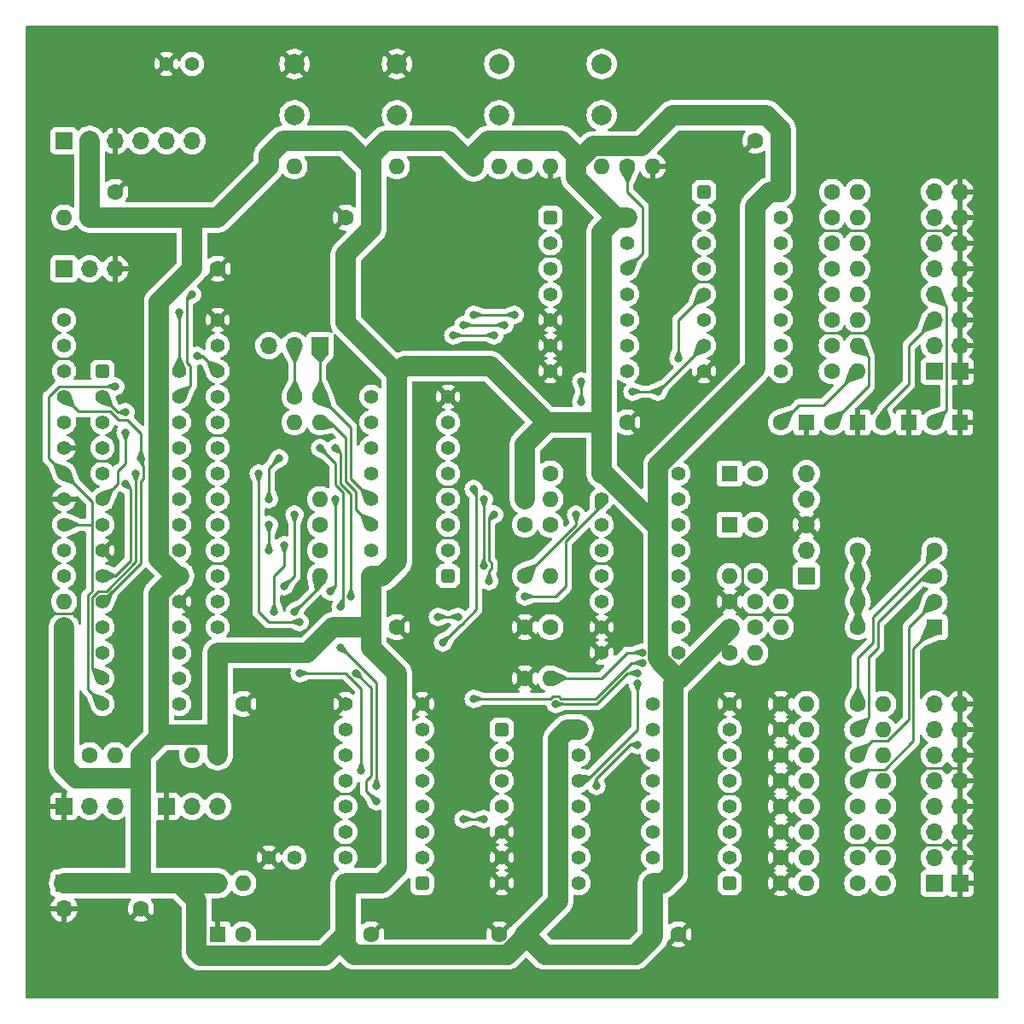
<source format=gbr>
%TF.GenerationSoftware,KiCad,Pcbnew,7.0.2-0*%
%TF.CreationDate,2024-01-28T22:05:15+09:00*%
%TF.ProjectId,cpu-bd,6370752d-6264-42e6-9b69-6361645f7063,rev?*%
%TF.SameCoordinates,Original*%
%TF.FileFunction,Copper,L2,Bot*%
%TF.FilePolarity,Positive*%
%FSLAX46Y46*%
G04 Gerber Fmt 4.6, Leading zero omitted, Abs format (unit mm)*
G04 Created by KiCad (PCBNEW 7.0.2-0) date 2024-01-28 22:05:15*
%MOMM*%
%LPD*%
G01*
G04 APERTURE LIST*
G04 Aperture macros list*
%AMRoundRect*
0 Rectangle with rounded corners*
0 $1 Rounding radius*
0 $2 $3 $4 $5 $6 $7 $8 $9 X,Y pos of 4 corners*
0 Add a 4 corners polygon primitive as box body*
4,1,4,$2,$3,$4,$5,$6,$7,$8,$9,$2,$3,0*
0 Add four circle primitives for the rounded corners*
1,1,$1+$1,$2,$3*
1,1,$1+$1,$4,$5*
1,1,$1+$1,$6,$7*
1,1,$1+$1,$8,$9*
0 Add four rect primitives between the rounded corners*
20,1,$1+$1,$2,$3,$4,$5,0*
20,1,$1+$1,$4,$5,$6,$7,0*
20,1,$1+$1,$6,$7,$8,$9,0*
20,1,$1+$1,$8,$9,$2,$3,0*%
G04 Aperture macros list end*
%TA.AperFunction,ComponentPad*%
%ADD10C,1.600000*%
%TD*%
%TA.AperFunction,ComponentPad*%
%ADD11O,1.600000X1.600000*%
%TD*%
%TA.AperFunction,ComponentPad*%
%ADD12C,1.400000*%
%TD*%
%TA.AperFunction,ComponentPad*%
%ADD13C,2.000000*%
%TD*%
%TA.AperFunction,ComponentPad*%
%ADD14RoundRect,0.350000X-0.350000X-0.350000X0.350000X-0.350000X0.350000X0.350000X-0.350000X0.350000X0*%
%TD*%
%TA.AperFunction,ComponentPad*%
%ADD15RoundRect,0.350000X0.350000X0.350000X-0.350000X0.350000X-0.350000X-0.350000X0.350000X-0.350000X0*%
%TD*%
%TA.AperFunction,ComponentPad*%
%ADD16R,1.600000X1.600000*%
%TD*%
%TA.AperFunction,ComponentPad*%
%ADD17C,4.800000*%
%TD*%
%TA.AperFunction,ComponentPad*%
%ADD18R,1.700000X1.700000*%
%TD*%
%TA.AperFunction,ComponentPad*%
%ADD19O,1.700000X1.700000*%
%TD*%
%TA.AperFunction,ViaPad*%
%ADD20C,0.800000*%
%TD*%
%TA.AperFunction,Conductor*%
%ADD21C,2.000000*%
%TD*%
%TA.AperFunction,Conductor*%
%ADD22C,0.250000*%
%TD*%
G04 APERTURE END LIST*
D10*
%TO.P,C1,1*%
%TO.N,GND*%
X167640000Y-50800000D03*
%TO.P,C1,2*%
%TO.N,+3.3V*%
X170180000Y-50800000D03*
%TD*%
%TO.P,R22,1*%
%TO.N,+3.3V*%
X167640000Y-93980000D03*
D11*
%TO.P,R22,2*%
%TO.N,Net-(D7-A)*%
X165100000Y-93980000D03*
%TD*%
D12*
%TO.P,TP6,1,1*%
%TO.N,GND*%
X119380000Y-121920000D03*
%TO.P,TP6,2*%
%TO.N,N/C*%
X121920000Y-121920000D03*
%TD*%
D13*
%TO.P,SW3,1,1*%
%TO.N,Net-(R3-Pad2)*%
X142240000Y-48260000D03*
%TO.P,SW3,2,2*%
%TO.N,/GO*%
X142240000Y-43180000D03*
%TD*%
D14*
%TO.P,IC3,1,RE3/MCLR*%
%TO.N,Net-(IC3-RE3{slash}MCLR)*%
X102870000Y-73660000D03*
D12*
%TO.P,IC3,2,RA0*%
%TO.N,/ROM_D0*%
X102870000Y-76200000D03*
%TO.P,IC3,3,RA1*%
%TO.N,/ROM_D1*%
X102870000Y-78740000D03*
%TO.P,IC3,4,RA2*%
%TO.N,/ROM_D2*%
X102870000Y-81280000D03*
%TO.P,IC3,5,RA3*%
%TO.N,/ROM_D3*%
X102870000Y-83820000D03*
%TO.P,IC3,6,RA4*%
%TO.N,/ROM_D4*%
X102870000Y-86360000D03*
%TO.P,IC3,7,RA5*%
%TO.N,/ROM_D5*%
X102870000Y-88900000D03*
%TO.P,IC3,8,VSS*%
%TO.N,GND*%
X102870000Y-91440000D03*
%TO.P,IC3,9,RA7*%
%TO.N,/ROM_D7*%
X102870000Y-93980000D03*
%TO.P,IC3,10,RA6*%
%TO.N,/ROM_D6*%
X102870000Y-96520000D03*
%TO.P,IC3,11,RC0*%
%TO.N,Net-(IC3-RC0)*%
X102870000Y-99060000D03*
%TO.P,IC3,12,RC1*%
%TO.N,/DATA*%
X102870000Y-101600000D03*
%TO.P,IC3,13,RC2*%
%TO.N,/JMP*%
X102870000Y-104140000D03*
%TO.P,IC3,14,RC3*%
%TO.N,/RST*%
X102870000Y-106680000D03*
%TO.P,IC3,15,RC4*%
%TO.N,/FLGF*%
X110490000Y-106680000D03*
%TO.P,IC3,16,RC5*%
%TO.N,/WRITE*%
X110490000Y-104140000D03*
%TO.P,IC3,17,RC6*%
%TO.N,/CLK*%
X110490000Y-101600000D03*
%TO.P,IC3,18,RC7*%
%TO.N,/ROM_A6*%
X110490000Y-99060000D03*
%TO.P,IC3,19,VSS*%
%TO.N,GND*%
X110490000Y-96520000D03*
%TO.P,IC3,20,VDD*%
%TO.N,+3.3V*%
X110490000Y-93980000D03*
%TO.P,IC3,21,RB0*%
%TO.N,/ROM_A5*%
X110490000Y-91440000D03*
%TO.P,IC3,22,RB1*%
%TO.N,/ROM_A4*%
X110490000Y-88900000D03*
%TO.P,IC3,23,RB2*%
%TO.N,/ROM_A3*%
X110490000Y-86360000D03*
%TO.P,IC3,24,RB3*%
%TO.N,/ROM_A2*%
X110490000Y-83820000D03*
%TO.P,IC3,25,RB4*%
%TO.N,/ROM_A1*%
X110490000Y-81280000D03*
%TO.P,IC3,26,RB5*%
%TO.N,/ROM_A0*%
X110490000Y-78740000D03*
%TO.P,IC3,27,RB6/ICSPCLK*%
%TO.N,Net-(IC3-RB6{slash}ICSPCLK)*%
X110490000Y-76200000D03*
%TO.P,IC3,28,RB7/ICSPDAT*%
%TO.N,Net-(IC3-RB7{slash}ICSPDAT)*%
X110490000Y-73660000D03*
%TD*%
D15*
%TO.P,IC5,1,RST*%
%TO.N,/RST*%
X137160000Y-93980000D03*
D12*
%TO.P,IC5,2,WRITE*%
%TO.N,/WRITE*%
X137160000Y-91440000D03*
%TO.P,IC5,3,DATA*%
%TO.N,/DATA*%
X137160000Y-88900000D03*
%TO.P,IC5,4,I3*%
%TO.N,/ROM_D7*%
X137160000Y-86360000D03*
%TO.P,IC5,5,I2*%
%TO.N,/ROM_D6*%
X137160000Y-83820000D03*
%TO.P,IC5,6,I1*%
%TO.N,/ROM_D5*%
X137160000Y-81280000D03*
%TO.P,IC5,7,I0*%
%TO.N,/ROM_D4*%
X137160000Y-78740000D03*
%TO.P,IC5,8,GND*%
%TO.N,GND*%
X137160000Y-76200000D03*
%TO.P,IC5,9,FLGF*%
%TO.N,/FLGF*%
X129540000Y-76200000D03*
%TO.P,IC5,10,FLGO*%
%TO.N,unconnected-(IC5-FLGO-Pad10)*%
X129540000Y-78740000D03*
%TO.P,IC5,11,RTN*%
%TO.N,unconnected-(IC5-RTN-Pad11)*%
X129540000Y-81280000D03*
%TO.P,IC5,12,JMP*%
%TO.N,/JMP*%
X129540000Y-83820000D03*
%TO.P,IC5,13,X2*%
%TO.N,/X2*%
X129540000Y-86360000D03*
%TO.P,IC5,14,X1*%
%TO.N,Net-(IC5-X1)*%
X129540000Y-88900000D03*
%TO.P,IC5,15,RR*%
%TO.N,/RR*%
X129540000Y-91440000D03*
%TO.P,IC5,16,VCC*%
%TO.N,+3.3V*%
X129540000Y-93980000D03*
%TD*%
D10*
%TO.P,R44,1*%
%TO.N,/RR*%
X177771000Y-124460000D03*
D11*
%TO.P,R44,2*%
%TO.N,Net-(J10-Pin_1)*%
X180311000Y-124460000D03*
%TD*%
D10*
%TO.P,C6,1*%
%TO.N,Net-(C6-Pad1)*%
X144780000Y-88900000D03*
%TO.P,C6,2*%
%TO.N,Net-(D5-A)*%
X147320000Y-88900000D03*
%TD*%
D16*
%TO.P,C12,1*%
%TO.N,+3.3V*%
X106680000Y-124460000D03*
D10*
%TO.P,C12,2*%
%TO.N,GND*%
X106680000Y-127000000D03*
%TD*%
D16*
%TO.P,D5,1,K*%
%TO.N,+3.3V*%
X144780000Y-83820000D03*
D10*
%TO.P,D5,2,A*%
%TO.N,Net-(D5-A)*%
X147320000Y-83820000D03*
%TD*%
D13*
%TO.P,SW2,1,1*%
%TO.N,Net-(IC3-RB7{slash}ICSPDAT)*%
X132080000Y-48260000D03*
%TO.P,SW2,2,2*%
%TO.N,GND*%
X132080000Y-43180000D03*
%TD*%
D10*
%TO.P,R41,1*%
%TO.N,+3.3V*%
X114300000Y-124460000D03*
D11*
%TO.P,R41,2*%
%TO.N,Net-(D8-A)*%
X116840000Y-124460000D03*
%TD*%
D10*
%TO.P,R37,1*%
%TO.N,GND*%
X170180000Y-119380000D03*
D11*
%TO.P,R37,2*%
%TO.N,Net-(IC9-I2)*%
X172720000Y-119380000D03*
%TD*%
D10*
%TO.P,R19,1*%
%TO.N,+3.3V*%
X144780000Y-86360000D03*
D11*
%TO.P,R19,2*%
%TO.N,Net-(D5-A)*%
X147320000Y-86360000D03*
%TD*%
D10*
%TO.P,R12,1*%
%TO.N,Net-(IC2-Q2)*%
X175231000Y-68580000D03*
D11*
%TO.P,R12,2*%
%TO.N,/L_b2*%
X177771000Y-68580000D03*
%TD*%
D17*
%TO.P,TP2,1,1*%
%TO.N,GND*%
X187960000Y-43180000D03*
%TD*%
D16*
%TO.P,D6,1,K*%
%TO.N,Net-(D6-K)*%
X165100000Y-83820000D03*
D10*
%TO.P,D6,2,A*%
%TO.N,Net-(D6-A)*%
X167640000Y-83820000D03*
%TD*%
%TO.P,C7,1*%
%TO.N,GND*%
X132080000Y-99060000D03*
%TO.P,C7,2*%
%TO.N,+3.3V*%
X129540000Y-99060000D03*
%TD*%
%TO.P,R18,1*%
%TO.N,Net-(IC3-RC0)*%
X124460000Y-88900000D03*
D11*
%TO.P,R18,2*%
%TO.N,/X2*%
X124460000Y-86360000D03*
%TD*%
D10*
%TO.P,R13,1*%
%TO.N,Net-(IC2-Q3)*%
X175231000Y-66040000D03*
D11*
%TO.P,R13,2*%
%TO.N,/L_b3*%
X177771000Y-66040000D03*
%TD*%
D10*
%TO.P,R42,1*%
%TO.N,GND*%
X170180000Y-121920000D03*
D11*
%TO.P,R42,2*%
%TO.N,Net-(IC9-I1)*%
X172720000Y-121920000D03*
%TD*%
D10*
%TO.P,R14,1*%
%TO.N,Net-(IC2-Q1)*%
X175231000Y-71120000D03*
D11*
%TO.P,R14,2*%
%TO.N,/L_b1*%
X177771000Y-71120000D03*
%TD*%
D16*
%TO.P,D3,1,K*%
%TO.N,GND*%
X182880000Y-78740000D03*
D10*
%TO.P,D3,2,A*%
%TO.N,/L_b2*%
X180340000Y-78740000D03*
%TD*%
D18*
%TO.P,J3,1,Pin_1*%
%TO.N,/X2*%
X124460000Y-71120000D03*
D19*
%TO.P,J3,2,Pin_2*%
%TO.N,Net-(J3-Pin_2)*%
X121920000Y-71120000D03*
%TO.P,J3,3,Pin_3*%
X119380000Y-71120000D03*
%TD*%
D18*
%TO.P,J7,1,Pin_1*%
%TO.N,GND*%
X99060000Y-116840000D03*
D19*
%TO.P,J7,2,Pin_2*%
%TO.N,Net-(IC6-A8)*%
X101600000Y-116840000D03*
%TO.P,J7,3,Pin_3*%
X104140000Y-116840000D03*
%TD*%
D18*
%TO.P,J4,1,Pin_1*%
%TO.N,/L_b0*%
X185420000Y-73660000D03*
D19*
%TO.P,J4,2,Pin_2*%
%TO.N,/L_b1*%
X185420000Y-71120000D03*
%TO.P,J4,3,Pin_3*%
%TO.N,/L_b2*%
X185420000Y-68580000D03*
%TO.P,J4,4,Pin_4*%
%TO.N,/L_b3*%
X185420000Y-66040000D03*
%TO.P,J4,5,Pin_5*%
%TO.N,Net-(J4-Pin_5)*%
X185420000Y-63500000D03*
%TO.P,J4,6,Pin_6*%
%TO.N,Net-(J4-Pin_6)*%
X185420000Y-60960000D03*
%TO.P,J4,7,Pin_7*%
%TO.N,Net-(J4-Pin_7)*%
X185420000Y-58420000D03*
%TO.P,J4,8,Pin_8*%
%TO.N,Net-(J4-Pin_8)*%
X185420000Y-55880000D03*
%TD*%
D10*
%TO.P,R11,1*%
%TO.N,Net-(IC2-Q4)*%
X175231000Y-63500000D03*
D11*
%TO.P,R11,2*%
%TO.N,Net-(J4-Pin_5)*%
X177771000Y-63500000D03*
%TD*%
D10*
%TO.P,C15,1*%
%TO.N,GND*%
X160020000Y-129540000D03*
%TO.P,C15,2*%
%TO.N,+3.3V*%
X157480000Y-129540000D03*
%TD*%
D14*
%TO.P,IC7,1*%
%TO.N,/nWR_PLS*%
X142494000Y-109220000D03*
D12*
%TO.P,IC7,2*%
%TO.N,/ROM_D3*%
X142494000Y-111760000D03*
%TO.P,IC7,3*%
%TO.N,/nCS_O0*%
X142494000Y-114300000D03*
%TO.P,IC7,4*%
%TO.N,unconnected-(IC7-Pad4)*%
X142494000Y-116840000D03*
%TO.P,IC7,5*%
%TO.N,GND*%
X142494000Y-119380000D03*
%TO.P,IC7,6*%
X142494000Y-121920000D03*
%TO.P,IC7,7,VSS*%
X142494000Y-124460000D03*
%TO.P,IC7,8*%
%TO.N,+3.3V*%
X150114000Y-124460000D03*
%TO.P,IC7,9*%
X150114000Y-121920000D03*
%TO.P,IC7,10*%
%TO.N,unconnected-(IC7-Pad10)*%
X150114000Y-119380000D03*
%TO.P,IC7,11*%
%TO.N,/nCS_I0*%
X150114000Y-116840000D03*
%TO.P,IC7,12*%
%TO.N,Net-(IC4-Pad10)*%
X150114000Y-114300000D03*
%TO.P,IC7,13*%
%TO.N,Net-(IC1-Pad10)*%
X150114000Y-111760000D03*
%TO.P,IC7,14,VDD*%
%TO.N,+3.3V*%
X150114000Y-109220000D03*
%TD*%
D10*
%TO.P,R28,1*%
%TO.N,GND*%
X170180000Y-106680000D03*
D11*
%TO.P,R28,2*%
%TO.N,/S_b7*%
X172720000Y-106680000D03*
%TD*%
D16*
%TO.P,SW5,1*%
%TO.N,/S_b4*%
X185430000Y-99050000D03*
D10*
%TO.P,SW5,2*%
%TO.N,/S_b5*%
X185430000Y-96510000D03*
%TO.P,SW5,3*%
%TO.N,/S_b6*%
X185430000Y-93970000D03*
%TO.P,SW5,4*%
%TO.N,/S_b7*%
X185430000Y-91430000D03*
%TO.P,SW5,5*%
%TO.N,Net-(R26-Pad2)*%
X177810000Y-91430000D03*
%TO.P,SW5,6*%
X177810000Y-93970000D03*
%TO.P,SW5,7*%
X177810000Y-96510000D03*
%TO.P,SW5,8*%
X177810000Y-99050000D03*
%TD*%
%TO.P,R36,1*%
%TO.N,/S_b5*%
X177800000Y-111760000D03*
D11*
%TO.P,R36,2*%
%TO.N,Net-(J10-Pin_6)*%
X180340000Y-111760000D03*
%TD*%
D10*
%TO.P,R8,1*%
%TO.N,Net-(IC2-Q7)*%
X175260000Y-55880000D03*
D11*
%TO.P,R8,2*%
%TO.N,Net-(J4-Pin_8)*%
X177800000Y-55880000D03*
%TD*%
D10*
%TO.P,C2,1*%
%TO.N,+3.3V*%
X101600000Y-55880000D03*
%TO.P,C2,2*%
%TO.N,GND*%
X104140000Y-55880000D03*
%TD*%
%TO.P,R38,1*%
%TO.N,GND*%
X170209000Y-116840000D03*
D11*
%TO.P,R38,2*%
%TO.N,Net-(IC9-I3)*%
X172749000Y-116840000D03*
%TD*%
D10*
%TO.P,R29,1*%
%TO.N,/S_b6*%
X177771000Y-109220000D03*
D11*
%TO.P,R29,2*%
%TO.N,Net-(J10-Pin_7)*%
X180311000Y-109220000D03*
%TD*%
D14*
%TO.P,IC1,1*%
%TO.N,/GO*%
X147320000Y-58420000D03*
D12*
%TO.P,IC1,2*%
%TO.N,Net-(IC1-Pad11)*%
X147320000Y-60960000D03*
%TO.P,IC1,3*%
%TO.N,/RST*%
X147320000Y-63500000D03*
%TO.P,IC1,4*%
%TO.N,unconnected-(IC1-Pad4)*%
X147320000Y-66040000D03*
%TO.P,IC1,5*%
%TO.N,GND*%
X147320000Y-68580000D03*
%TO.P,IC1,6*%
X147320000Y-71120000D03*
%TO.P,IC1,7,VSS*%
X147320000Y-73660000D03*
%TO.P,IC1,8*%
%TO.N,/WRITE*%
X154940000Y-73660000D03*
%TO.P,IC1,9*%
%TO.N,/ROM_D3*%
X154940000Y-71120000D03*
%TO.P,IC1,10*%
%TO.N,Net-(IC1-Pad10)*%
X154940000Y-68580000D03*
%TO.P,IC1,11*%
%TO.N,Net-(IC1-Pad11)*%
X154940000Y-66040000D03*
%TO.P,IC1,12*%
%TO.N,/HALT*%
X154940000Y-63500000D03*
%TO.P,IC1,13*%
%TO.N,/RST*%
X154940000Y-60960000D03*
%TO.P,IC1,14,VDD*%
%TO.N,+3.3V*%
X154940000Y-58420000D03*
%TD*%
D10*
%TO.P,R9,1*%
%TO.N,Net-(IC2-Q6)*%
X175260000Y-58420000D03*
D11*
%TO.P,R9,2*%
%TO.N,Net-(J4-Pin_7)*%
X177800000Y-58420000D03*
%TD*%
D14*
%TO.P,IC4,1,VCC*%
%TO.N,+3.3V*%
X152400000Y-83820000D03*
D12*
%TO.P,IC4,2*%
%TO.N,/nWR_PLS*%
X152400000Y-86360000D03*
%TO.P,IC4,3*%
%TO.N,Net-(D5-A)*%
X152400000Y-88900000D03*
%TO.P,IC4,4*%
%TO.N,Net-(C6-Pad1)*%
X152400000Y-91440000D03*
%TO.P,IC4,5*%
%TO.N,Net-(C8-Pad1)*%
X152400000Y-93980000D03*
%TO.P,IC4,6*%
%TO.N,unconnected-(IC4-Pad6)*%
X152400000Y-96520000D03*
%TO.P,IC4,7*%
%TO.N,GND*%
X152400000Y-99060000D03*
%TO.P,IC4,8,VSS*%
X152400000Y-101600000D03*
%TO.P,IC4,9*%
%TO.N,/CLK*%
X160020000Y-101600000D03*
%TO.P,IC4,10*%
%TO.N,Net-(IC4-Pad10)*%
X160020000Y-99060000D03*
%TO.P,IC4,11*%
%TO.N,/RR*%
X160020000Y-96520000D03*
%TO.P,IC4,12*%
%TO.N,Net-(D7-K)*%
X160020000Y-93980000D03*
%TO.P,IC4,13*%
%TO.N,N/C*%
X160020000Y-91440000D03*
%TO.P,IC4,14*%
%TO.N,/DATA*%
X160020000Y-88900000D03*
%TO.P,IC4,15*%
%TO.N,Net-(D6-K)*%
X160020000Y-86360000D03*
%TO.P,IC4,16*%
%TO.N,N/C*%
X160020000Y-83820000D03*
%TD*%
D10*
%TO.P,C14,1*%
%TO.N,+3.3V*%
X144780000Y-129540000D03*
%TO.P,C14,2*%
%TO.N,GND*%
X142240000Y-129540000D03*
%TD*%
%TO.P,C9,1*%
%TO.N,+3.3V*%
X165100000Y-99060000D03*
%TO.P,C9,2*%
%TO.N,GND*%
X165100000Y-96520000D03*
%TD*%
D18*
%TO.P,J10,1,Pin_1*%
%TO.N,Net-(J10-Pin_1)*%
X185420000Y-124460000D03*
D19*
%TO.P,J10,2,Pin_2*%
%TO.N,Net-(J10-Pin_2)*%
X185420000Y-121920000D03*
%TO.P,J10,3,Pin_3*%
%TO.N,Net-(J10-Pin_3)*%
X185420000Y-119380000D03*
%TO.P,J10,4,Pin_4*%
%TO.N,Net-(J10-Pin_4)*%
X185420000Y-116840000D03*
%TO.P,J10,5,Pin_5*%
%TO.N,Net-(J10-Pin_5)*%
X185420000Y-114300000D03*
%TO.P,J10,6,Pin_6*%
%TO.N,Net-(J10-Pin_6)*%
X185420000Y-111760000D03*
%TO.P,J10,7,Pin_7*%
%TO.N,Net-(J10-Pin_7)*%
X185420000Y-109220000D03*
%TO.P,J10,8,Pin_8*%
%TO.N,Net-(J10-Pin_8)*%
X185420000Y-106680000D03*
%TD*%
D18*
%TO.P,J1,1,Pin_1*%
%TO.N,Net-(IC3-RE3{slash}MCLR)*%
X99060000Y-50800000D03*
D19*
%TO.P,J1,2,Pin_2*%
%TO.N,+3.3V*%
X101600000Y-50800000D03*
%TO.P,J1,3,Pin_3*%
%TO.N,GND*%
X104140000Y-50800000D03*
%TO.P,J1,4,Pin_4*%
%TO.N,Net-(IC3-RB7{slash}ICSPDAT)*%
X106680000Y-50800000D03*
%TO.P,J1,5,Pin_5*%
%TO.N,Net-(IC3-RB6{slash}ICSPCLK)*%
X109220000Y-50800000D03*
%TO.P,J1,6,Pin_6*%
%TO.N,unconnected-(J1-Pin_6-Pad6)*%
X111760000Y-50800000D03*
%TD*%
D16*
%TO.P,D4,1,K*%
%TO.N,GND*%
X187960000Y-78740000D03*
D10*
%TO.P,D4,2,A*%
%TO.N,/L_b3*%
X185420000Y-78740000D03*
%TD*%
%TO.P,R25,1*%
%TO.N,GND*%
X144780000Y-104140000D03*
D11*
%TO.P,R25,2*%
%TO.N,/DATA*%
X147320000Y-104140000D03*
%TD*%
D10*
%TO.P,R26,1*%
%TO.N,+3.3V*%
X165100000Y-101600000D03*
D11*
%TO.P,R26,2*%
%TO.N,Net-(R26-Pad2)*%
X167640000Y-101600000D03*
%TD*%
D10*
%TO.P,C4,1*%
%TO.N,GND*%
X114300000Y-63500000D03*
%TO.P,C4,2*%
%TO.N,+3.3V*%
X111760000Y-63500000D03*
%TD*%
%TO.P,C5,1*%
%TO.N,GND*%
X154940000Y-78740000D03*
%TO.P,C5,2*%
%TO.N,+3.3V*%
X152400000Y-78740000D03*
%TD*%
%TO.P,R5,1*%
%TO.N,+3.3V*%
X149860000Y-53340000D03*
D11*
%TO.P,R5,2*%
%TO.N,Net-(R5-Pad2)*%
X152400000Y-53340000D03*
%TD*%
D10*
%TO.P,R33,1*%
%TO.N,GND*%
X170180000Y-111760000D03*
D11*
%TO.P,R33,2*%
%TO.N,/S_b5*%
X172720000Y-111760000D03*
%TD*%
D18*
%TO.P,J5,1,Pin_1*%
%TO.N,GND*%
X187960000Y-73660000D03*
D19*
%TO.P,J5,2,Pin_2*%
X187960000Y-71120000D03*
%TO.P,J5,3,Pin_3*%
X187960000Y-68580000D03*
%TO.P,J5,4,Pin_4*%
X187960000Y-66040000D03*
%TO.P,J5,5,Pin_5*%
X187960000Y-63500000D03*
%TO.P,J5,6,Pin_6*%
X187960000Y-60960000D03*
%TO.P,J5,7,Pin_7*%
X187960000Y-58420000D03*
%TO.P,J5,8,Pin_8*%
X187960000Y-55880000D03*
%TD*%
D12*
%TO.P,TP5,1,1*%
%TO.N,GND*%
X109220000Y-43180000D03*
%TO.P,TP5,2*%
%TO.N,N/C*%
X111760000Y-43180000D03*
%TD*%
D10*
%TO.P,R35,1*%
%TO.N,/S_b4*%
X177800000Y-114300000D03*
D11*
%TO.P,R35,2*%
%TO.N,Net-(J10-Pin_5)*%
X180340000Y-114300000D03*
%TD*%
D10*
%TO.P,C10,1*%
%TO.N,+3.3V*%
X114300000Y-106680000D03*
%TO.P,C10,2*%
%TO.N,GND*%
X116840000Y-106680000D03*
%TD*%
%TO.P,C3,1*%
%TO.N,+3.3V*%
X129540000Y-58420000D03*
%TO.P,C3,2*%
%TO.N,GND*%
X127000000Y-58420000D03*
%TD*%
D13*
%TO.P,SW4,1,1*%
%TO.N,Net-(R5-Pad2)*%
X152400000Y-48260000D03*
%TO.P,SW4,2,2*%
%TO.N,/HALT*%
X152400000Y-43180000D03*
%TD*%
D10*
%TO.P,R6,1*%
%TO.N,/HALT*%
X154940000Y-53340000D03*
D11*
%TO.P,R6,2*%
%TO.N,GND*%
X157480000Y-53340000D03*
%TD*%
D14*
%TO.P,IC2,1,Q7*%
%TO.N,Net-(IC2-Q7)*%
X162560000Y-55880000D03*
D12*
%TO.P,IC2,2,R*%
%TO.N,/RST*%
X162560000Y-58420000D03*
%TO.P,IC2,3,D*%
%TO.N,/DATA*%
X162560000Y-60960000D03*
%TO.P,IC2,4,WR*%
%TO.N,/nCS_O0*%
X162560000Y-63500000D03*
%TO.P,IC2,5,A0*%
%TO.N,/ROM_D0*%
X162560000Y-66040000D03*
%TO.P,IC2,6,A1*%
%TO.N,/ROM_D1*%
X162560000Y-68580000D03*
%TO.P,IC2,7,A2*%
%TO.N,/ROM_D2*%
X162560000Y-71120000D03*
%TO.P,IC2,8,Vss*%
%TO.N,GND*%
X162560000Y-73660000D03*
%TO.P,IC2,9,Q0*%
%TO.N,Net-(IC2-Q0)*%
X170180000Y-73660000D03*
%TO.P,IC2,10,Q1*%
%TO.N,Net-(IC2-Q1)*%
X170180000Y-71120000D03*
%TO.P,IC2,11,Q2*%
%TO.N,Net-(IC2-Q2)*%
X170180000Y-68580000D03*
%TO.P,IC2,12,Q3*%
%TO.N,Net-(IC2-Q3)*%
X170180000Y-66040000D03*
%TO.P,IC2,13,Q4*%
%TO.N,Net-(IC2-Q4)*%
X170180000Y-63500000D03*
%TO.P,IC2,14,Q5*%
%TO.N,Net-(IC2-Q5)*%
X170180000Y-60960000D03*
%TO.P,IC2,15,Q6*%
%TO.N,Net-(IC2-Q6)*%
X170180000Y-58420000D03*
%TO.P,IC2,16,Vdd*%
%TO.N,+3.3V*%
X170180000Y-55880000D03*
%TD*%
D10*
%TO.P,R40,1*%
%TO.N,Net-(IC9-I2)*%
X177771000Y-119380000D03*
D11*
%TO.P,R40,2*%
%TO.N,Net-(J10-Pin_3)*%
X180311000Y-119380000D03*
%TD*%
D15*
%TO.P,IC6,1,VPP*%
%TO.N,+3.3V*%
X114300000Y-101600000D03*
D12*
%TO.P,IC6,2,A12*%
%TO.N,/RST*%
X114300000Y-99060000D03*
%TO.P,IC6,3,A7*%
%TO.N,/ROM_A7*%
X114300000Y-96520000D03*
%TO.P,IC6,4,A6*%
%TO.N,/ROM_A6*%
X114300000Y-93980000D03*
%TO.P,IC6,5,A5*%
%TO.N,/ROM_A5*%
X114300000Y-91440000D03*
%TO.P,IC6,6,A4*%
%TO.N,/ROM_A4*%
X114300000Y-88900000D03*
%TO.P,IC6,7,A3*%
%TO.N,/ROM_A3*%
X114300000Y-86360000D03*
%TO.P,IC6,8,A2*%
%TO.N,/ROM_A2*%
X114300000Y-83820000D03*
%TO.P,IC6,9,A1*%
%TO.N,/ROM_A1*%
X114300000Y-81280000D03*
%TO.P,IC6,10,A0*%
%TO.N,/ROM_A0*%
X114300000Y-78740000D03*
%TO.P,IC6,11,D0*%
%TO.N,/ROM_D0*%
X114300000Y-76200000D03*
%TO.P,IC6,12,D1*%
%TO.N,/ROM_D1*%
X114300000Y-73660000D03*
%TO.P,IC6,13,D2*%
%TO.N,/ROM_D2*%
X114300000Y-71120000D03*
%TO.P,IC6,14,GND*%
%TO.N,GND*%
X114300000Y-68580000D03*
%TO.P,IC6,15,D3*%
%TO.N,/ROM_D3*%
X99060000Y-68580000D03*
%TO.P,IC6,16,D4*%
%TO.N,/ROM_D4*%
X99060000Y-71120000D03*
%TO.P,IC6,17,D5*%
%TO.N,/ROM_D5*%
X99060000Y-73660000D03*
%TO.P,IC6,18,D6*%
%TO.N,/ROM_D6*%
X99060000Y-76200000D03*
%TO.P,IC6,19,D7*%
%TO.N,/ROM_D7*%
X99060000Y-78740000D03*
%TO.P,IC6,20,~{CE}*%
%TO.N,GND*%
X99060000Y-81280000D03*
%TO.P,IC6,21,A10*%
%TO.N,/RST*%
X99060000Y-83820000D03*
%TO.P,IC6,22,~{OE}*%
%TO.N,GND*%
X99060000Y-86360000D03*
%TO.P,IC6,23,A11*%
%TO.N,/RST*%
X99060000Y-88900000D03*
%TO.P,IC6,24,A9*%
%TO.N,Net-(IC6-A9)*%
X99060000Y-91440000D03*
%TO.P,IC6,25,A8*%
%TO.N,Net-(IC6-A8)*%
X99060000Y-93980000D03*
D11*
%TO.P,IC6,26,NC*%
%TO.N,unconnected-(IC6-NC-Pad26)*%
X99060000Y-96520000D03*
D12*
%TO.P,IC6,27,~{PGM}*%
%TO.N,+3.3V*%
X99060000Y-99060000D03*
%TO.P,IC6,28,VCC*%
X99060000Y-101600000D03*
%TD*%
D10*
%TO.P,R1,1*%
%TO.N,+3.3V*%
X119380000Y-53340000D03*
D11*
%TO.P,R1,2*%
%TO.N,Net-(IC3-RB6{slash}ICSPCLK)*%
X121920000Y-53340000D03*
%TD*%
D10*
%TO.P,R2,1*%
%TO.N,+3.3V*%
X129540000Y-53340000D03*
D11*
%TO.P,R2,2*%
%TO.N,Net-(IC3-RB7{slash}ICSPDAT)*%
X132080000Y-53340000D03*
%TD*%
D17*
%TO.P,TP3,1,1*%
%TO.N,GND*%
X99060000Y-132080000D03*
%TD*%
D18*
%TO.P,J2,1,Pin_1*%
%TO.N,Net-(IC3-RE3{slash}MCLR)*%
X99060000Y-63500000D03*
D19*
%TO.P,J2,2,Pin_2*%
X101600000Y-63500000D03*
%TO.P,J2,3,Pin_3*%
%TO.N,GND*%
X104140000Y-63500000D03*
%TD*%
D18*
%TO.P,J11,1,Pin_1*%
%TO.N,GND*%
X187960000Y-124460000D03*
D19*
%TO.P,J11,2,Pin_2*%
X187960000Y-121920000D03*
%TO.P,J11,3,Pin_3*%
X187960000Y-119380000D03*
%TO.P,J11,4,Pin_4*%
X187960000Y-116840000D03*
%TO.P,J11,5,Pin_5*%
X187960000Y-114300000D03*
%TO.P,J11,6,Pin_6*%
X187960000Y-111760000D03*
%TO.P,J11,7,Pin_7*%
X187960000Y-109220000D03*
%TO.P,J11,8,Pin_8*%
X187960000Y-106680000D03*
%TD*%
D10*
%TO.P,R4,1*%
%TO.N,/GO*%
X144780000Y-53340000D03*
D11*
%TO.P,R4,2*%
%TO.N,GND*%
X147320000Y-53340000D03*
%TD*%
D10*
%TO.P,R45,1*%
%TO.N,Net-(IC9-I1)*%
X177771000Y-121920000D03*
D11*
%TO.P,R45,2*%
%TO.N,Net-(J10-Pin_2)*%
X180311000Y-121920000D03*
%TD*%
D18*
%TO.P,J8,1,Pin_1*%
%TO.N,GND*%
X109220000Y-116840000D03*
D19*
%TO.P,J8,2,Pin_2*%
%TO.N,Net-(IC6-A9)*%
X111760000Y-116840000D03*
%TO.P,J8,3,Pin_3*%
X114300000Y-116840000D03*
%TD*%
D10*
%TO.P,R30,1*%
%TO.N,/S_b7*%
X177800000Y-106680000D03*
D11*
%TO.P,R30,2*%
%TO.N,Net-(J10-Pin_8)*%
X180340000Y-106680000D03*
%TD*%
D10*
%TO.P,R31,1*%
%TO.N,+3.3V*%
X106680000Y-111760000D03*
D11*
%TO.P,R31,2*%
%TO.N,Net-(IC6-A8)*%
X104140000Y-111760000D03*
%TD*%
D16*
%TO.P,D7,1,K*%
%TO.N,Net-(D7-K)*%
X165100000Y-88900000D03*
D10*
%TO.P,D7,2,A*%
%TO.N,Net-(D7-A)*%
X167640000Y-88900000D03*
%TD*%
%TO.P,R39,1*%
%TO.N,Net-(IC9-I3)*%
X177800000Y-116840000D03*
D11*
%TO.P,R39,2*%
%TO.N,Net-(J10-Pin_4)*%
X180340000Y-116840000D03*
%TD*%
D10*
%TO.P,R43,1*%
%TO.N,GND*%
X170180000Y-124460000D03*
D11*
%TO.P,R43,2*%
%TO.N,/RR*%
X172720000Y-124460000D03*
%TD*%
D10*
%TO.P,R3,1*%
%TO.N,+3.3V*%
X139700000Y-53340000D03*
D11*
%TO.P,R3,2*%
%TO.N,Net-(R3-Pad2)*%
X142240000Y-53340000D03*
%TD*%
D10*
%TO.P,C11,1*%
%TO.N,unconnected-(C11-Pad1)*%
X101600000Y-111760000D03*
%TO.P,C11,2*%
%TO.N,+3.3V*%
X99060000Y-111760000D03*
%TD*%
D13*
%TO.P,SW1,1,1*%
%TO.N,Net-(IC3-RB6{slash}ICSPCLK)*%
X121920000Y-48260000D03*
%TO.P,SW1,2,2*%
%TO.N,GND*%
X121920000Y-43180000D03*
%TD*%
D17*
%TO.P,TP4,1,1*%
%TO.N,GND*%
X187960000Y-132080000D03*
%TD*%
%TO.P,TP1,1,1*%
%TO.N,GND*%
X99060000Y-43180000D03*
%TD*%
D10*
%TO.P,R23,1*%
%TO.N,+3.3V*%
X167640000Y-99060000D03*
D11*
%TO.P,R23,2*%
%TO.N,Net-(J6-Pin_1)*%
X170180000Y-99060000D03*
%TD*%
D18*
%TO.P,J9,1,Pin_1*%
%TO.N,+3.3V*%
X99060000Y-124460000D03*
D19*
%TO.P,J9,2,Pin_2*%
%TO.N,GND*%
X99060000Y-127000000D03*
%TD*%
D10*
%TO.P,R10,1*%
%TO.N,Net-(IC2-Q5)*%
X175231000Y-60960000D03*
D11*
%TO.P,R10,2*%
%TO.N,Net-(J4-Pin_6)*%
X177771000Y-60960000D03*
%TD*%
D16*
%TO.P,D8,1,K*%
%TO.N,GND*%
X114300000Y-129540000D03*
D10*
%TO.P,D8,2,A*%
%TO.N,Net-(D8-A)*%
X116840000Y-129540000D03*
%TD*%
%TO.P,R34,1*%
%TO.N,GND*%
X170180000Y-114300000D03*
D11*
%TO.P,R34,2*%
%TO.N,/S_b4*%
X172720000Y-114300000D03*
%TD*%
D10*
%TO.P,R20,1*%
%TO.N,Net-(IC5-X1)*%
X124460000Y-91440000D03*
D11*
%TO.P,R20,2*%
%TO.N,/CLK*%
X124460000Y-93980000D03*
%TD*%
D10*
%TO.P,C13,1*%
%TO.N,GND*%
X129540000Y-129540000D03*
%TO.P,C13,2*%
%TO.N,+3.3V*%
X127000000Y-129540000D03*
%TD*%
D16*
%TO.P,D1,1,K*%
%TO.N,GND*%
X172720000Y-78740000D03*
D10*
%TO.P,D1,2,A*%
%TO.N,/L_b0*%
X170180000Y-78740000D03*
%TD*%
D15*
%TO.P,IC9,1,I0*%
%TO.N,/RR*%
X165100000Y-124460000D03*
D12*
%TO.P,IC9,2,I1*%
%TO.N,Net-(IC9-I1)*%
X165100000Y-121920000D03*
%TO.P,IC9,3,I2*%
%TO.N,Net-(IC9-I2)*%
X165100000Y-119380000D03*
%TO.P,IC9,4,I3*%
%TO.N,Net-(IC9-I3)*%
X165100000Y-116840000D03*
%TO.P,IC9,5,I4*%
%TO.N,/S_b4*%
X165100000Y-114300000D03*
%TO.P,IC9,6,I5*%
%TO.N,/S_b5*%
X165100000Y-111760000D03*
%TO.P,IC9,7,I6*%
%TO.N,/S_b6*%
X165100000Y-109220000D03*
%TO.P,IC9,8,Vss*%
%TO.N,GND*%
X165100000Y-106680000D03*
%TO.P,IC9,9,I7*%
%TO.N,/S_b7*%
X157480000Y-106680000D03*
%TO.P,IC9,10,~{E}*%
%TO.N,GND*%
X157480000Y-109220000D03*
%TO.P,IC9,11,S0*%
%TO.N,/ROM_D0*%
X157480000Y-111760000D03*
%TO.P,IC9,12,S1*%
%TO.N,/ROM_D1*%
X157480000Y-114300000D03*
%TO.P,IC9,13,S2*%
%TO.N,/ROM_D2*%
X157480000Y-116840000D03*
%TO.P,IC9,14,Q*%
%TO.N,/DATA*%
X157480000Y-119380000D03*
%TO.P,IC9,15,~{EN}*%
%TO.N,/nCS_I0*%
X157480000Y-121920000D03*
%TO.P,IC9,16,Vdd*%
%TO.N,+3.3V*%
X157480000Y-124460000D03*
%TD*%
D10*
%TO.P,R24,1*%
%TO.N,+3.3V*%
X167640000Y-96520000D03*
D11*
%TO.P,R24,2*%
%TO.N,Net-(D6-A)*%
X170180000Y-96520000D03*
%TD*%
D10*
%TO.P,R27,1*%
%TO.N,GND*%
X170180000Y-109220000D03*
D11*
%TO.P,R27,2*%
%TO.N,/S_b6*%
X172720000Y-109220000D03*
%TD*%
D10*
%TO.P,C8,1*%
%TO.N,Net-(C8-Pad1)*%
X147320000Y-99060000D03*
%TO.P,C8,2*%
%TO.N,GND*%
X144780000Y-99060000D03*
%TD*%
D15*
%TO.P,IC8,1,CK*%
%TO.N,/CLK*%
X134593950Y-124460000D03*
D12*
%TO.P,IC8,2,Enable*%
%TO.N,+3.3V*%
X134593950Y-121920000D03*
%TO.P,IC8,3,Q1*%
%TO.N,/ROM_A0*%
X134593950Y-119380000D03*
%TO.P,IC8,4,Q2*%
%TO.N,/ROM_A1*%
X134593950Y-116840000D03*
%TO.P,IC8,5,Q3*%
%TO.N,/ROM_A2*%
X134593950Y-114300000D03*
%TO.P,IC8,6,Q4*%
%TO.N,/ROM_A3*%
X134593950Y-111760000D03*
%TO.P,IC8,7,Reset*%
%TO.N,/FLGF*%
X134593950Y-109220000D03*
%TO.P,IC8,8,VSS*%
%TO.N,GND*%
X134593950Y-106680000D03*
%TO.P,IC8,9,CK*%
X126973950Y-106680000D03*
%TO.P,IC8,10,Enable*%
%TO.N,/ROM_A3*%
X126973950Y-109220000D03*
%TO.P,IC8,11,Q1*%
%TO.N,/ROM_A4*%
X126973950Y-111760000D03*
%TO.P,IC8,12,Q2*%
%TO.N,/ROM_A5*%
X126973950Y-114300000D03*
%TO.P,IC8,13,Q3*%
%TO.N,/ROM_A6*%
X126973950Y-116840000D03*
%TO.P,IC8,14,Q4*%
%TO.N,/ROM_A7*%
X126973950Y-119380000D03*
%TO.P,IC8,15,Reset*%
%TO.N,/FLGF*%
X126973950Y-121920000D03*
%TO.P,IC8,16,VDD*%
%TO.N,+3.3V*%
X126973950Y-124460000D03*
%TD*%
D18*
%TO.P,J6,1,Pin_1*%
%TO.N,Net-(J6-Pin_1)*%
X172720000Y-93980000D03*
D19*
%TO.P,J6,2,Pin_2*%
X172720000Y-91440000D03*
%TO.P,J6,3,Pin_3*%
%TO.N,GND*%
X172720000Y-88900000D03*
%TO.P,J6,4,Pin_4*%
%TO.N,Net-(J6-Pin_1)*%
X172720000Y-86360000D03*
%TO.P,J6,5,Pin_5*%
X172720000Y-83820000D03*
%TD*%
D10*
%TO.P,R16,1*%
%TO.N,/X2*%
X124460000Y-76200000D03*
D11*
%TO.P,R16,2*%
%TO.N,Net-(IC5-X1)*%
X124460000Y-78740000D03*
%TD*%
D10*
%TO.P,R15,1*%
%TO.N,Net-(IC2-Q0)*%
X175231000Y-73660000D03*
D11*
%TO.P,R15,2*%
%TO.N,/L_b0*%
X177771000Y-73660000D03*
%TD*%
D10*
%TO.P,R17,1*%
%TO.N,Net-(J3-Pin_2)*%
X121920000Y-76200000D03*
D11*
%TO.P,R17,2*%
%TO.N,Net-(IC5-X1)*%
X121920000Y-78740000D03*
%TD*%
D16*
%TO.P,D2,1,K*%
%TO.N,GND*%
X177800000Y-78740000D03*
D10*
%TO.P,D2,2,A*%
%TO.N,/L_b1*%
X175260000Y-78740000D03*
%TD*%
%TO.P,R21,1*%
%TO.N,/WRITE*%
X144780000Y-93980000D03*
D11*
%TO.P,R21,2*%
%TO.N,Net-(C8-Pad1)*%
X147320000Y-93980000D03*
%TD*%
D10*
%TO.P,R7,1*%
%TO.N,+3.3V*%
X101600000Y-58420000D03*
D11*
%TO.P,R7,2*%
%TO.N,Net-(IC3-RE3{slash}MCLR)*%
X99060000Y-58420000D03*
%TD*%
D10*
%TO.P,R32,1*%
%TO.N,+3.3V*%
X114300000Y-111760000D03*
D11*
%TO.P,R32,2*%
%TO.N,Net-(IC6-A9)*%
X111760000Y-111760000D03*
%TD*%
D20*
%TO.N,GND*%
X175260000Y-107950000D03*
X144780000Y-114300000D03*
X162560000Y-88900000D03*
X190500000Y-88900000D03*
X124460000Y-55880000D03*
X170180000Y-83820000D03*
X121920000Y-68580000D03*
X175260000Y-120650000D03*
X138430000Y-96012000D03*
X181610000Y-69850000D03*
X137160000Y-109220000D03*
X181610000Y-99060000D03*
X167640000Y-116840000D03*
X139700000Y-64770000D03*
X172720000Y-50800000D03*
X179070000Y-127000000D03*
X113030000Y-80010000D03*
X172720000Y-69850000D03*
X138430000Y-90170000D03*
X142748000Y-91440000D03*
X167640000Y-86360000D03*
X162560000Y-121920000D03*
X160020000Y-58420000D03*
X139700000Y-71120000D03*
X150368000Y-92710000D03*
X167640000Y-124460000D03*
X185420000Y-104140000D03*
X124460000Y-128270000D03*
X118364000Y-76200000D03*
X138430000Y-80010000D03*
X153670000Y-90170000D03*
X144780000Y-118110000D03*
X144780000Y-123190000D03*
X180340000Y-93980000D03*
X165100000Y-60960000D03*
X127000000Y-76200000D03*
X134620000Y-80010000D03*
X180340000Y-104140000D03*
X172720000Y-64770000D03*
X109220000Y-121920000D03*
X148590000Y-129540000D03*
X181610000Y-62230000D03*
X142748000Y-86360000D03*
X104140000Y-87630000D03*
X181610000Y-57150000D03*
X149860000Y-64770000D03*
X167640000Y-114300000D03*
X149860000Y-62230000D03*
X138176000Y-101092000D03*
X167640000Y-111760000D03*
X162560000Y-96520000D03*
X142240000Y-77724000D03*
X134620000Y-85090000D03*
X182880000Y-120650000D03*
X167640000Y-119380000D03*
X141224000Y-104140000D03*
X138430000Y-85090000D03*
X172720000Y-72390000D03*
X182880000Y-113030000D03*
X134620000Y-91440000D03*
X152400000Y-110490000D03*
X157480000Y-68580000D03*
X175260000Y-123190000D03*
X181610000Y-67310000D03*
X101600000Y-109220000D03*
X115824000Y-87884000D03*
X142240000Y-134620000D03*
X109220000Y-134620000D03*
X120904000Y-103632000D03*
X146050000Y-107950000D03*
X121920000Y-86360000D03*
X165100000Y-104140000D03*
X182880000Y-123190000D03*
X144780000Y-59690000D03*
X172720000Y-99060000D03*
X124460000Y-121920000D03*
X182880000Y-118110000D03*
X152400000Y-121920000D03*
X149860000Y-58420000D03*
X96520000Y-66040000D03*
X104140000Y-121920000D03*
X112268000Y-92710000D03*
X175260000Y-110490000D03*
X175260000Y-93980000D03*
X100330000Y-97790000D03*
X170180000Y-43180000D03*
X172720000Y-57150000D03*
X152400000Y-107950000D03*
X172720000Y-67310000D03*
X157480000Y-64770000D03*
X175260000Y-118110000D03*
X138430000Y-123190000D03*
X181610000Y-64770000D03*
X104140000Y-82550000D03*
X105664000Y-106680000D03*
X134620000Y-104140000D03*
X116840000Y-99060000D03*
X170180000Y-134620000D03*
X175260000Y-113030000D03*
X172720000Y-62230000D03*
X166370000Y-77470000D03*
X121920000Y-111760000D03*
X119380000Y-129540000D03*
X181610000Y-72390000D03*
X172720000Y-59690000D03*
X153670000Y-114300000D03*
X132080000Y-58420000D03*
X160020000Y-64770000D03*
X175260000Y-115570000D03*
X175260000Y-105410000D03*
X116332000Y-103632000D03*
X181610000Y-59690000D03*
X167640000Y-121920000D03*
X167640000Y-107950000D03*
X165100000Y-91440000D03*
X152400000Y-127000000D03*
X142748000Y-71120000D03*
X118364000Y-78740000D03*
X182880000Y-115570000D03*
X142748000Y-96012000D03*
X130810000Y-68580000D03*
X153670000Y-129540000D03*
X162560000Y-83820000D03*
X105664000Y-96520000D03*
X129540000Y-120650000D03*
X120904000Y-99568000D03*
X149860000Y-81280000D03*
X153670000Y-118110000D03*
X105410000Y-73660000D03*
X136652000Y-120904000D03*
X134620000Y-55880000D03*
%TO.N,/JMP*%
X106172000Y-83820000D03*
%TO.N,/RST*%
X140716000Y-86360000D03*
X104140000Y-75184000D03*
X140716000Y-92964000D03*
%TO.N,/WRITE*%
X120904000Y-90932000D03*
X119888000Y-97536000D03*
X149860000Y-87884000D03*
%TO.N,/DATA*%
X121920000Y-87884000D03*
X156420500Y-101600000D03*
X120899701Y-95000299D03*
%TO.N,/ROM_D4*%
X105156000Y-79756000D03*
%TO.N,/ROM_D5*%
X120396000Y-82296000D03*
X119384299Y-86364299D03*
%TO.N,/ROM_D6*%
X106680000Y-82296000D03*
%TO.N,/ROM_D7*%
X105156000Y-84836000D03*
%TO.N,/CLK*%
X138684000Y-118110000D03*
X140716000Y-118110000D03*
X151887701Y-114812299D03*
X155956000Y-110744000D03*
X121920000Y-97536000D03*
%TO.N,/ROM_D0*%
X141732000Y-70104000D03*
X160020000Y-72390000D03*
X105156000Y-77728299D03*
X137668000Y-70104000D03*
%TO.N,/ROM_D1*%
X138684000Y-69088000D03*
X142748000Y-69088000D03*
X112268000Y-72136000D03*
%TO.N,/ROM_D2*%
X157988000Y-75692000D03*
X155448000Y-75692000D03*
X143764000Y-68072000D03*
X139700000Y-68072000D03*
%TO.N,/ROM_D3*%
X141732000Y-87875000D03*
X141224000Y-94488000D03*
X150368000Y-74676000D03*
X150368000Y-76708000D03*
%TO.N,/nWR_PLS*%
X144780000Y-96012000D03*
%TO.N,/ROM_A4*%
X119380000Y-91440000D03*
X119380000Y-88900000D03*
%TO.N,/ROM_A3*%
X125984000Y-86360000D03*
X125476000Y-95504000D03*
%TO.N,/ROM_A2*%
X122428000Y-98552000D03*
X118359701Y-83824299D03*
X122428000Y-103632000D03*
X128524000Y-113284000D03*
%TO.N,/ROM_A1*%
X126492000Y-97028000D03*
X130048000Y-114808000D03*
X126492000Y-101092000D03*
X124460000Y-81280000D03*
%TO.N,/ROM_A0*%
X128036299Y-103611701D03*
X127508000Y-96012000D03*
X125984000Y-81280000D03*
X130048000Y-116332000D03*
%TO.N,/nCS_O0*%
X155956000Y-103632000D03*
X147828000Y-106680000D03*
%TO.N,Net-(IC3-RB6{slash}ICSPCLK)*%
X111760000Y-66040000D03*
%TO.N,Net-(IC3-RB7{slash}ICSPDAT)*%
X110490000Y-67818000D03*
%TO.N,Net-(IC4-Pad10)*%
X155956000Y-104648000D03*
%TO.N,/FLGF*%
X139700000Y-85344000D03*
X136652000Y-100584000D03*
%TO.N,/RR*%
X156464000Y-102616000D03*
X139700000Y-106172000D03*
X138176000Y-98044000D03*
X136144000Y-98044000D03*
%TD*%
D21*
%TO.N,+3.3V*%
X120788630Y-50800000D02*
X127000000Y-50800000D01*
X154940000Y-58420000D02*
X153808630Y-58420000D01*
X101600000Y-58420000D02*
X111760000Y-58420000D01*
X152400000Y-83820000D02*
X152688428Y-83820000D01*
X158120000Y-102387006D02*
X159872994Y-104140000D01*
X148082000Y-126238000D02*
X144780000Y-129540000D01*
X99060000Y-124460000D02*
X106680000Y-124460000D01*
X151571572Y-51340000D02*
X156368730Y-51340000D01*
X132080000Y-73948428D02*
X127000000Y-68868428D01*
X129540000Y-53340000D02*
X129540000Y-52208630D01*
X99060000Y-112891370D02*
X100214630Y-114046000D01*
X152400000Y-78740000D02*
X152400000Y-59828630D01*
X127000000Y-129540000D02*
X127000000Y-124460000D01*
X158020000Y-91440000D02*
X158020000Y-102140000D01*
X127868630Y-131540000D02*
X143068428Y-131540000D01*
X130556000Y-124460000D02*
X127000000Y-124460000D01*
X114300000Y-111760000D02*
X114300000Y-101600000D01*
X141108630Y-50800000D02*
X148451370Y-50800000D01*
X149860000Y-52208630D02*
X149860000Y-53340000D01*
X111760000Y-63500000D02*
X108490000Y-66770000D01*
X108431421Y-97572691D02*
X108431421Y-95750151D01*
X108458000Y-109982000D02*
X108458000Y-97599270D01*
X111760000Y-58420000D02*
X111760000Y-63500000D01*
X100214630Y-114046000D02*
X106426000Y-114046000D01*
X129540000Y-52208630D02*
X130948630Y-50800000D01*
X129540000Y-53340000D02*
X129540000Y-58420000D01*
X114300000Y-124460000D02*
X106680000Y-124460000D01*
X127000000Y-68868428D02*
X127000000Y-62091370D01*
X149860000Y-54471370D02*
X153808630Y-58420000D01*
X106426000Y-114046000D02*
X106680000Y-114300000D01*
X129540000Y-99060000D02*
X125730000Y-99060000D01*
X106680000Y-114300000D02*
X106680000Y-124460000D01*
X106680000Y-116332000D02*
X106680000Y-111760000D01*
X125730000Y-99060000D02*
X123190000Y-101600000D01*
X150400000Y-52511572D02*
X151571572Y-51340000D01*
X160020000Y-104140000D02*
X159480000Y-104680000D01*
X144780000Y-129828428D02*
X144780000Y-129540000D01*
X106680000Y-124460000D02*
X110490000Y-124460000D01*
X144780000Y-83820000D02*
X144780000Y-80920000D01*
X114300000Y-58420000D02*
X101600000Y-58420000D01*
X106680000Y-124460000D02*
X106680000Y-116332000D01*
X169048630Y-55880000D02*
X167640000Y-57288630D01*
X119380000Y-53340000D02*
X114300000Y-58420000D01*
X143068428Y-131540000D02*
X144780000Y-129828428D01*
X129540000Y-59551370D02*
X129540000Y-58420000D01*
X112200000Y-131250000D02*
X112590000Y-131640000D01*
X108458000Y-97599270D02*
X108431421Y-97572691D01*
X129540000Y-99060000D02*
X129540000Y-101092000D01*
X108490000Y-92268428D02*
X110201572Y-93980000D01*
X149860000Y-53340000D02*
X149860000Y-54471370D01*
X132876428Y-73152000D02*
X132080000Y-73948428D01*
X159480000Y-104680000D02*
X159480000Y-123476000D01*
X158496000Y-124460000D02*
X157480000Y-124460000D01*
X129540000Y-101092000D02*
X132080000Y-103632000D01*
X119380000Y-53340000D02*
X119380000Y-52208630D01*
X141372000Y-73152000D02*
X132876428Y-73152000D01*
X167640000Y-57288630D02*
X167640000Y-73371572D01*
X113760000Y-109760000D02*
X108680000Y-109760000D01*
X158120000Y-102240000D02*
X158120000Y-102387006D01*
X119380000Y-52208630D02*
X120788630Y-50800000D01*
X150114000Y-109220000D02*
X148982630Y-109220000D01*
X137160000Y-50800000D02*
X139700000Y-53340000D01*
X127000000Y-50800000D02*
X129540000Y-53340000D01*
X101600000Y-50800000D02*
X101600000Y-58420000D01*
X99060000Y-99060000D02*
X99060000Y-111760000D01*
X160167006Y-104140000D02*
X160020000Y-104140000D01*
X158020000Y-102140000D02*
X158120000Y-102240000D01*
X112590000Y-131640000D02*
X124900000Y-131640000D01*
X158020000Y-89151572D02*
X158020000Y-91440000D01*
X159448730Y-48260000D02*
X168771370Y-48260000D01*
X114300000Y-101600000D02*
X114300000Y-109220000D01*
X157480000Y-129540000D02*
X157480000Y-124460000D01*
X148982630Y-109220000D02*
X148082000Y-110120630D01*
X127000000Y-62091370D02*
X129540000Y-59551370D01*
X132080000Y-122936000D02*
X130556000Y-124460000D01*
X129540000Y-99060000D02*
X129540000Y-93980000D01*
X130671370Y-93980000D02*
X132080000Y-92571370D01*
X123190000Y-101600000D02*
X114300000Y-101600000D01*
X108680000Y-109760000D02*
X108458000Y-109982000D01*
X158020000Y-82991572D02*
X158020000Y-91440000D01*
X146780000Y-131540000D02*
X155768428Y-131540000D01*
X108431421Y-95750151D02*
X110201572Y-93980000D01*
X170180000Y-55880000D02*
X169048630Y-55880000D01*
X144780000Y-80920000D02*
X146960000Y-78740000D01*
X129540000Y-93980000D02*
X130671370Y-93980000D01*
X132080000Y-92571370D02*
X132080000Y-73948428D01*
X170180000Y-49668630D02*
X170180000Y-50800000D01*
X170180000Y-50800000D02*
X170180000Y-55880000D01*
X106680000Y-111760000D02*
X108458000Y-109982000D01*
X146960000Y-78740000D02*
X152400000Y-78740000D01*
X156368730Y-51340000D02*
X159448730Y-48260000D01*
X124900000Y-131640000D02*
X127000000Y-129540000D01*
X99060000Y-111760000D02*
X99060000Y-112891370D01*
X159480000Y-123476000D02*
X158496000Y-124460000D01*
X146960000Y-78740000D02*
X141372000Y-73152000D01*
X165100000Y-99207006D02*
X160167006Y-104140000D01*
X155768428Y-131540000D02*
X157480000Y-129828428D01*
X108490000Y-66770000D02*
X108490000Y-92268428D01*
X130948630Y-50800000D02*
X137160000Y-50800000D01*
X152688428Y-83820000D02*
X158020000Y-89151572D01*
X168771370Y-48260000D02*
X170180000Y-49668630D01*
X132080000Y-103632000D02*
X132080000Y-122936000D01*
X167640000Y-73371572D02*
X158020000Y-82991572D01*
X152400000Y-83820000D02*
X152400000Y-78740000D01*
X148082000Y-110120630D02*
X148082000Y-126238000D01*
X139700000Y-52208630D02*
X141108630Y-50800000D01*
X157480000Y-129828428D02*
X157480000Y-129540000D01*
X144780000Y-129540000D02*
X146780000Y-131540000D01*
X110490000Y-124460000D02*
X112200000Y-126170000D01*
X148451370Y-50800000D02*
X149860000Y-52208630D01*
X127000000Y-130671370D02*
X127868630Y-131540000D01*
X144780000Y-86360000D02*
X144780000Y-83820000D01*
X112200000Y-126170000D02*
X112200000Y-131250000D01*
X127000000Y-129540000D02*
X127000000Y-130671370D01*
X114300000Y-109220000D02*
X113760000Y-109760000D01*
X110201572Y-93980000D02*
X110490000Y-93980000D01*
X139700000Y-53340000D02*
X139700000Y-52208630D01*
X152400000Y-59828630D02*
X153808630Y-58420000D01*
D22*
%TO.N,GND*%
X134620000Y-90170000D02*
X134620000Y-91440000D01*
X144780000Y-62230000D02*
X144780000Y-59690000D01*
X138430000Y-90170000D02*
X134620000Y-90170000D01*
X101600000Y-82550000D02*
X104140000Y-82550000D01*
X124460000Y-120650000D02*
X128270000Y-120650000D01*
X96520000Y-97790000D02*
X96520000Y-86360000D01*
X100275000Y-97735000D02*
X96575000Y-97735000D01*
X113030000Y-80010000D02*
X117094000Y-80010000D01*
X100330000Y-81280000D02*
X101600000Y-82550000D01*
X165100000Y-96520000D02*
X166370000Y-97790000D01*
X172720000Y-59690000D02*
X181610000Y-59690000D01*
X100220000Y-97790000D02*
X100275000Y-97735000D01*
X182880000Y-120650000D02*
X187960000Y-120650000D01*
X100330000Y-97790000D02*
X100220000Y-97790000D01*
X99060000Y-81280000D02*
X100330000Y-81280000D01*
X166370000Y-91440000D02*
X165100000Y-91440000D01*
X100330000Y-97680000D02*
X100330000Y-97790000D01*
X96575000Y-97735000D02*
X96520000Y-97790000D01*
X117094000Y-80010000D02*
X118364000Y-78740000D01*
X121920000Y-113030000D02*
X121920000Y-111760000D01*
X172720000Y-97790000D02*
X172720000Y-99060000D01*
X167640000Y-116840000D02*
X167640000Y-115570000D01*
X165100000Y-96520000D02*
X166370000Y-95250000D01*
X187960000Y-113030000D02*
X187960000Y-111760000D01*
X134620000Y-85090000D02*
X138430000Y-85090000D01*
X167640000Y-115570000D02*
X162560000Y-115570000D01*
X137160000Y-113030000D02*
X137160000Y-109220000D01*
X96520000Y-72390000D02*
X105410000Y-72390000D01*
X181610000Y-59690000D02*
X187960000Y-59690000D01*
X162560000Y-115570000D02*
X162560000Y-121920000D01*
X166370000Y-97790000D02*
X172720000Y-97790000D01*
X144780000Y-114300000D02*
X144780000Y-113030000D01*
X128270000Y-115570000D02*
X124460000Y-115570000D01*
X134620000Y-80010000D02*
X134620000Y-85090000D01*
X124460000Y-115570000D02*
X121920000Y-113030000D01*
X149860000Y-62230000D02*
X144780000Y-62230000D01*
X144780000Y-113030000D02*
X137160000Y-113030000D01*
X175260000Y-120650000D02*
X182880000Y-120650000D01*
X187960000Y-59690000D02*
X187960000Y-60960000D01*
X166370000Y-95250000D02*
X166370000Y-91440000D01*
X182880000Y-113030000D02*
X187960000Y-113030000D01*
X96520000Y-66040000D02*
X96520000Y-72390000D01*
X172720000Y-69850000D02*
X181610000Y-69850000D01*
X124460000Y-121920000D02*
X124460000Y-120650000D01*
X99060000Y-86360000D02*
X96520000Y-86360000D01*
X150368000Y-92710000D02*
X154940000Y-92710000D01*
X165100000Y-64770000D02*
X165100000Y-60960000D01*
X154940000Y-92710000D02*
X154940000Y-99060000D01*
X128270000Y-118110000D02*
X128270000Y-115570000D01*
X112268000Y-92710000D02*
X116840000Y-92710000D01*
X187960000Y-120650000D02*
X187960000Y-119380000D01*
X105410000Y-72390000D02*
X105410000Y-73660000D01*
X154940000Y-99060000D02*
X152400000Y-101600000D01*
X160020000Y-64770000D02*
X165100000Y-64770000D01*
X100584000Y-97426000D02*
X100330000Y-97680000D01*
X128270000Y-120650000D02*
X128270000Y-118110000D01*
%TO.N,/JMP*%
X103258604Y-95495000D02*
X102445431Y-95495000D01*
X101845000Y-103115000D02*
X101845000Y-101600000D01*
X106172000Y-83820000D02*
X106172000Y-92581604D01*
X102870000Y-104140000D02*
X101845000Y-103115000D01*
X106172000Y-92581604D02*
X103258604Y-95495000D01*
X102445431Y-95495000D02*
X101845000Y-96095431D01*
X101845000Y-96095431D02*
X101845000Y-101600000D01*
%TO.N,/RST*%
X140716000Y-92964000D02*
X140716000Y-86360000D01*
X101845000Y-95459035D02*
X101395000Y-95909035D01*
X98561000Y-75175000D02*
X97536000Y-76200000D01*
X101845000Y-86605000D02*
X101845000Y-88900000D01*
X97536000Y-76200000D02*
X97536000Y-82296000D01*
X101395000Y-105205000D02*
X102870000Y-106680000D01*
X97536000Y-82296000D02*
X99060000Y-83820000D01*
X99060000Y-83820000D02*
X101845000Y-86605000D01*
X101395000Y-95909035D02*
X101395000Y-105205000D01*
X104131000Y-75175000D02*
X98561000Y-75175000D01*
X104140000Y-75184000D02*
X104131000Y-75175000D01*
X101845000Y-88900000D02*
X101845000Y-95459035D01*
X99060000Y-88900000D02*
X101845000Y-88900000D01*
%TO.N,/WRITE*%
X119888000Y-93980000D02*
X120904000Y-92964000D01*
X120904000Y-92964000D02*
X120904000Y-90932000D01*
X149860000Y-88900000D02*
X144780000Y-93980000D01*
X119888000Y-97536000D02*
X119888000Y-93980000D01*
X149860000Y-87884000D02*
X149860000Y-88900000D01*
%TO.N,/DATA*%
X152400000Y-104140000D02*
X147320000Y-104140000D01*
X120899701Y-95000299D02*
X121920000Y-93980000D01*
X154940000Y-101600000D02*
X152400000Y-104140000D01*
X156420500Y-101600000D02*
X154940000Y-101600000D01*
X121920000Y-93980000D02*
X121920000Y-87884000D01*
%TO.N,/ROM_D4*%
X104431000Y-84799000D02*
X102870000Y-86360000D01*
X105156000Y-82804000D02*
X104431000Y-83529000D01*
X104431000Y-83529000D02*
X104431000Y-84799000D01*
X105156000Y-79756000D02*
X105156000Y-82804000D01*
%TO.N,/ROM_D5*%
X119380000Y-86360000D02*
X119384299Y-86364299D01*
X120396000Y-82296000D02*
X119380000Y-83312000D01*
X119380000Y-83312000D02*
X119380000Y-86360000D01*
%TO.N,/ROM_D6*%
X106680000Y-92710000D02*
X102870000Y-96520000D01*
X105283794Y-78453299D02*
X104486903Y-78453299D01*
X106897000Y-84328000D02*
X106680000Y-84545000D01*
X106680000Y-84545000D02*
X106680000Y-92710000D01*
X100475000Y-77615000D02*
X99060000Y-76200000D01*
X106680000Y-79849505D02*
X105283794Y-78453299D01*
X106680000Y-82296000D02*
X106680000Y-79849505D01*
X104486903Y-78453299D02*
X103648604Y-77615000D01*
X106680000Y-82296000D02*
X106680000Y-82804000D01*
X106680000Y-82804000D02*
X106897000Y-83021000D01*
X103648604Y-77615000D02*
X100475000Y-77615000D01*
X106897000Y-83021000D02*
X106897000Y-84328000D01*
%TO.N,/ROM_D7*%
X105664000Y-92453208D02*
X104137208Y-93980000D01*
X104137208Y-93980000D02*
X102870000Y-93980000D01*
X105664000Y-85344000D02*
X105664000Y-92453208D01*
X105156000Y-84836000D02*
X105664000Y-85344000D01*
%TO.N,/CLK*%
X155194000Y-110744000D02*
X151887701Y-114050299D01*
X155956000Y-110744000D02*
X155194000Y-110744000D01*
X151887701Y-114050299D02*
X151887701Y-114812299D01*
X140716000Y-118110000D02*
X138684000Y-118110000D01*
X121920000Y-97536000D02*
X124460000Y-94996000D01*
X124460000Y-94996000D02*
X124460000Y-93980000D01*
%TO.N,/ROM_D0*%
X160020000Y-72390000D02*
X160020000Y-68580000D01*
X160020000Y-68580000D02*
X162560000Y-66040000D01*
X105156000Y-77728299D02*
X104398299Y-77728299D01*
X137668000Y-70104000D02*
X141732000Y-70104000D01*
X104398299Y-77728299D02*
X102870000Y-76200000D01*
%TO.N,/ROM_D1*%
X112268000Y-72136000D02*
X112776000Y-72136000D01*
X138684000Y-69088000D02*
X142748000Y-69088000D01*
X112776000Y-72136000D02*
X114300000Y-73660000D01*
%TO.N,/ROM_D2*%
X139700000Y-68072000D02*
X143764000Y-68072000D01*
X157988000Y-75692000D02*
X162560000Y-71120000D01*
X155448000Y-75692000D02*
X157988000Y-75692000D01*
%TO.N,/ROM_D3*%
X150368000Y-74676000D02*
X150368000Y-76708000D01*
X141224000Y-93481305D02*
X141441000Y-93264305D01*
X141224000Y-92446695D02*
X141224000Y-88383000D01*
X141441000Y-93264305D02*
X141441000Y-92663695D01*
X141224000Y-88383000D02*
X141732000Y-87875000D01*
X141441000Y-92663695D02*
X141224000Y-92446695D01*
X141224000Y-94488000D02*
X141224000Y-93481305D01*
%TO.N,/nWR_PLS*%
X144780000Y-96012000D02*
X147828000Y-96012000D01*
X148844000Y-90552396D02*
X152400000Y-86996396D01*
X147828000Y-96012000D02*
X148844000Y-94996000D01*
X152400000Y-86996396D02*
X152400000Y-86360000D01*
X148844000Y-94996000D02*
X148844000Y-90552396D01*
%TO.N,/ROM_A4*%
X119380000Y-91440000D02*
X119380000Y-88900000D01*
%TO.N,/ROM_A3*%
X125984000Y-86360000D02*
X125829494Y-86514506D01*
X125984000Y-94996000D02*
X125476000Y-95504000D01*
X125984000Y-86514506D02*
X125984000Y-94996000D01*
%TO.N,/ROM_A2*%
X127032000Y-103632000D02*
X122428000Y-103632000D01*
X119370695Y-98552000D02*
X118359701Y-97541006D01*
X122428000Y-98552000D02*
X119370695Y-98552000D01*
X128524000Y-113284000D02*
X128524000Y-105124000D01*
X118359701Y-97541006D02*
X118359701Y-83824299D01*
X128524000Y-105124000D02*
X127032000Y-103632000D01*
%TO.N,/ROM_A1*%
X125984000Y-84964396D02*
X126709000Y-85689396D01*
X126709000Y-96811000D02*
X126492000Y-97028000D01*
X126541903Y-101092000D02*
X126492000Y-101092000D01*
X126709000Y-85689396D02*
X126709000Y-96811000D01*
X124460000Y-81280000D02*
X125984000Y-82804000D01*
X130048000Y-114808000D02*
X130048000Y-104598097D01*
X125984000Y-82804000D02*
X125984000Y-84964396D01*
X130048000Y-104598097D02*
X126541903Y-101092000D01*
%TO.N,/ROM_A0*%
X129032000Y-114300000D02*
X129540000Y-113792000D01*
X125984000Y-81280000D02*
X126492000Y-81788000D01*
X129032000Y-115316000D02*
X129032000Y-114300000D01*
X126492000Y-84836000D02*
X127508000Y-85852000D01*
X130048000Y-116332000D02*
X129032000Y-115316000D01*
X129540000Y-113792000D02*
X129540000Y-105115402D01*
X127508000Y-85852000D02*
X127508000Y-96012000D01*
X126492000Y-81788000D02*
X126492000Y-84836000D01*
X129540000Y-105115402D02*
X128036299Y-103611701D01*
%TO.N,/nCS_O0*%
X155956000Y-103632000D02*
X154940000Y-103632000D01*
X154940000Y-103632000D02*
X151892000Y-106680000D01*
X151892000Y-106680000D02*
X147828000Y-106680000D01*
%TO.N,Net-(IC3-RB6{slash}ICSPCLK)*%
X111615000Y-73194009D02*
X111615000Y-75075000D01*
X111252000Y-66548000D02*
X111252000Y-72831009D01*
X111252000Y-72831009D02*
X111615000Y-73194009D01*
X111615000Y-75075000D02*
X110490000Y-76200000D01*
X111760000Y-66040000D02*
X111252000Y-66548000D01*
%TO.N,Net-(IC3-RB7{slash}ICSPDAT)*%
X110490000Y-67818000D02*
X110490000Y-73660000D01*
%TO.N,Net-(J3-Pin_2)*%
X121920000Y-71120000D02*
X121920000Y-76200000D01*
%TO.N,Net-(IC4-Pad10)*%
X150876000Y-114300000D02*
X150114000Y-114300000D01*
X155956000Y-104648000D02*
X155956000Y-109220000D01*
X155956000Y-109220000D02*
X150876000Y-114300000D01*
%TO.N,/FLGF*%
X139917000Y-85561000D02*
X139700000Y-85344000D01*
X139917000Y-97328305D02*
X139917000Y-85561000D01*
X136652000Y-100584000D02*
X138467000Y-98769000D01*
X138467000Y-98769000D02*
X138476305Y-98769000D01*
X138476305Y-98769000D02*
X139917000Y-97328305D01*
%TO.N,/RR*%
X151763604Y-106172000D02*
X155319604Y-102616000D01*
X139700000Y-106172000D02*
X147310695Y-106172000D01*
X147310695Y-106172000D02*
X147527695Y-105955000D01*
X147527695Y-105955000D02*
X148128305Y-105955000D01*
X138176000Y-98044000D02*
X136144000Y-98044000D01*
X148345305Y-106172000D02*
X151763604Y-106172000D01*
X148128305Y-105955000D02*
X148345305Y-106172000D01*
X155319604Y-102616000D02*
X156464000Y-102616000D01*
%TO.N,/L_b0*%
X170270000Y-78740000D02*
X171979991Y-77030009D01*
X170180000Y-78740000D02*
X170270000Y-78740000D01*
X174400991Y-77030009D02*
X177771000Y-73660000D01*
X171979991Y-77030009D02*
X174400991Y-77030009D01*
%TO.N,/L_b1*%
X178896000Y-72245000D02*
X177771000Y-71120000D01*
X175260000Y-78740000D02*
X178896000Y-75104000D01*
X178896000Y-75104000D02*
X178896000Y-72245000D01*
%TO.N,/L_b3*%
X185420000Y-78740000D02*
X186595000Y-77565000D01*
X186595000Y-67215000D02*
X185420000Y-66040000D01*
X186595000Y-77565000D02*
X186595000Y-67215000D01*
%TO.N,/L_b2*%
X182880000Y-71120000D02*
X185420000Y-68580000D01*
X180340000Y-77470000D02*
X182880000Y-74930000D01*
X182880000Y-74930000D02*
X182880000Y-71120000D01*
X180340000Y-78740000D02*
X180340000Y-77470000D01*
%TO.N,/S_b4*%
X183330000Y-101150000D02*
X183330000Y-110360991D01*
X185420000Y-99060000D02*
X183330000Y-101150000D01*
X183330000Y-110360991D02*
X180515991Y-113175000D01*
X178925000Y-113175000D02*
X177800000Y-114300000D01*
X180515991Y-113175000D02*
X178925000Y-113175000D01*
%TO.N,/S_b5*%
X182880000Y-108241991D02*
X182880000Y-99060000D01*
X177800000Y-111760000D02*
X179215000Y-110345000D01*
X182880000Y-99060000D02*
X185430000Y-96510000D01*
X180776991Y-110345000D02*
X182880000Y-108241991D01*
X179215000Y-110345000D02*
X180776991Y-110345000D01*
%TO.N,/S_b6*%
X185430000Y-93970000D02*
X184414000Y-93970000D01*
X184414000Y-93970000D02*
X179832000Y-98552000D01*
X179832000Y-98552000D02*
X179832000Y-101092000D01*
X178925000Y-108066000D02*
X177771000Y-109220000D01*
X178925000Y-101999000D02*
X178925000Y-108066000D01*
X179832000Y-101092000D02*
X178925000Y-101999000D01*
%TO.N,/S_b7*%
X185430000Y-91430000D02*
X185430000Y-91938000D01*
X177800000Y-102108000D02*
X177800000Y-106680000D01*
X179324000Y-98044000D02*
X179324000Y-100584000D01*
X185430000Y-91938000D02*
X179324000Y-98044000D01*
X179324000Y-100584000D02*
X177800000Y-102108000D01*
%TO.N,Net-(IC5-X1)*%
X128016000Y-85598000D02*
X128016000Y-87376000D01*
X128016000Y-87376000D02*
X129540000Y-88900000D01*
X127000000Y-84582000D02*
X128016000Y-85598000D01*
X127000000Y-80264000D02*
X127000000Y-84582000D01*
X124460000Y-78740000D02*
X125476000Y-78740000D01*
X125476000Y-78740000D02*
X127000000Y-80264000D01*
%TO.N,/HALT*%
X156464000Y-57404000D02*
X156464000Y-61976000D01*
X156464000Y-61976000D02*
X154940000Y-63500000D01*
X154940000Y-53340000D02*
X154940000Y-55880000D01*
X154940000Y-55880000D02*
X156464000Y-57404000D01*
%TO.N,Net-(R26-Pad2)*%
X177810000Y-99050000D02*
X177810000Y-96510000D01*
X177810000Y-96510000D02*
X177810000Y-93970000D01*
X177810000Y-93970000D02*
X177810000Y-91430000D01*
%TO.N,/X2*%
X127508000Y-84328000D02*
X127508000Y-79248000D01*
X127508000Y-79248000D02*
X124460000Y-76200000D01*
X124460000Y-76200000D02*
X124460000Y-71120000D01*
X129540000Y-86360000D02*
X127508000Y-84328000D01*
%TD*%
%TA.AperFunction,Conductor*%
%TO.N,GND*%
G36*
X112727540Y-72991366D02*
G01*
X112781408Y-73035864D01*
X112795028Y-73062400D01*
X113171925Y-74083338D01*
X113174864Y-74092342D01*
X113175770Y-74095525D01*
X113177324Y-74098647D01*
X113178748Y-74101605D01*
X113205752Y-74159646D01*
X113215950Y-74176218D01*
X113274941Y-74294688D01*
X113409019Y-74472237D01*
X113573437Y-74622124D01*
X113695811Y-74697894D01*
X113762599Y-74739247D01*
X113956522Y-74814373D01*
X114011924Y-74856946D01*
X114035514Y-74922713D01*
X114019803Y-74990793D01*
X113969779Y-75039572D01*
X113956526Y-75045624D01*
X113829581Y-75094804D01*
X113762596Y-75120754D01*
X113573437Y-75237875D01*
X113409019Y-75387762D01*
X113274941Y-75565311D01*
X113175769Y-75764473D01*
X113114885Y-75978462D01*
X113094357Y-76200000D01*
X113114885Y-76421537D01*
X113175769Y-76635526D01*
X113274941Y-76834688D01*
X113409019Y-77012237D01*
X113573437Y-77162124D01*
X113695472Y-77237684D01*
X113762599Y-77279247D01*
X113956522Y-77354373D01*
X114011924Y-77396946D01*
X114035514Y-77462713D01*
X114019803Y-77530793D01*
X113969779Y-77579572D01*
X113956526Y-77585624D01*
X113882699Y-77614226D01*
X113762596Y-77660754D01*
X113573437Y-77777875D01*
X113409019Y-77927762D01*
X113274941Y-78105311D01*
X113175769Y-78304473D01*
X113114885Y-78518462D01*
X113094357Y-78740000D01*
X113114885Y-78961537D01*
X113175769Y-79175526D01*
X113274941Y-79374688D01*
X113409019Y-79552237D01*
X113573437Y-79702124D01*
X113660451Y-79756000D01*
X113762599Y-79819247D01*
X113956522Y-79894373D01*
X114011924Y-79936946D01*
X114035514Y-80002713D01*
X114019803Y-80070793D01*
X113969779Y-80119572D01*
X113956526Y-80125624D01*
X113951901Y-80127417D01*
X113762596Y-80200754D01*
X113573437Y-80317875D01*
X113409019Y-80467762D01*
X113274941Y-80645311D01*
X113175769Y-80844473D01*
X113114885Y-81058462D01*
X113094357Y-81280000D01*
X113114885Y-81501537D01*
X113175769Y-81715526D01*
X113274941Y-81914688D01*
X113409019Y-82092237D01*
X113573437Y-82242124D01*
X113717699Y-82331446D01*
X113762599Y-82359247D01*
X113956522Y-82434373D01*
X114011924Y-82476946D01*
X114035514Y-82542713D01*
X114019803Y-82610793D01*
X113969779Y-82659572D01*
X113956526Y-82665624D01*
X113876625Y-82696579D01*
X113762596Y-82740754D01*
X113573437Y-82857875D01*
X113409019Y-83007762D01*
X113274941Y-83185311D01*
X113175769Y-83384473D01*
X113114885Y-83598462D01*
X113094357Y-83820000D01*
X113114885Y-84041537D01*
X113175769Y-84255526D01*
X113274941Y-84454688D01*
X113409019Y-84632237D01*
X113573437Y-84782124D01*
X113696780Y-84858494D01*
X113762599Y-84899247D01*
X113956522Y-84974373D01*
X114011924Y-85016946D01*
X114035514Y-85082713D01*
X114019803Y-85150793D01*
X113969779Y-85199572D01*
X113956526Y-85205624D01*
X113872402Y-85238215D01*
X113762596Y-85280754D01*
X113573437Y-85397875D01*
X113409019Y-85547762D01*
X113274941Y-85725311D01*
X113175769Y-85924473D01*
X113114885Y-86138462D01*
X113094357Y-86359999D01*
X113114885Y-86581537D01*
X113175769Y-86795526D01*
X113274941Y-86994688D01*
X113409019Y-87172237D01*
X113573437Y-87322124D01*
X113696780Y-87398494D01*
X113762599Y-87439247D01*
X113956522Y-87514373D01*
X114011924Y-87556946D01*
X114035514Y-87622713D01*
X114019803Y-87690793D01*
X113969779Y-87739572D01*
X113956526Y-87745624D01*
X113853440Y-87785561D01*
X113762596Y-87820754D01*
X113573437Y-87937875D01*
X113409019Y-88087762D01*
X113274941Y-88265311D01*
X113175769Y-88464473D01*
X113114885Y-88678462D01*
X113094357Y-88900000D01*
X113114885Y-89121537D01*
X113175769Y-89335526D01*
X113274941Y-89534688D01*
X113409019Y-89712237D01*
X113573437Y-89862124D01*
X113701243Y-89941257D01*
X113762599Y-89979247D01*
X113956522Y-90054373D01*
X114011924Y-90096946D01*
X114035514Y-90162713D01*
X114019803Y-90230793D01*
X113969779Y-90279572D01*
X113956526Y-90285624D01*
X113836767Y-90332020D01*
X113762596Y-90360754D01*
X113573437Y-90477875D01*
X113409019Y-90627762D01*
X113274941Y-90805311D01*
X113175769Y-91004473D01*
X113114885Y-91218462D01*
X113094357Y-91440000D01*
X113114885Y-91661537D01*
X113175769Y-91875526D01*
X113274941Y-92074688D01*
X113409019Y-92252237D01*
X113573437Y-92402124D01*
X113696782Y-92478495D01*
X113762599Y-92519247D01*
X113956522Y-92594373D01*
X114011924Y-92636946D01*
X114035514Y-92702713D01*
X114019803Y-92770793D01*
X113969779Y-92819572D01*
X113956526Y-92825624D01*
X113836150Y-92872259D01*
X113762596Y-92900754D01*
X113573437Y-93017875D01*
X113409019Y-93167762D01*
X113274941Y-93345311D01*
X113175769Y-93544473D01*
X113114885Y-93758462D01*
X113094357Y-93980000D01*
X113114885Y-94201537D01*
X113175769Y-94415526D01*
X113274941Y-94614688D01*
X113409019Y-94792237D01*
X113573437Y-94942124D01*
X113666491Y-94999740D01*
X113762599Y-95059247D01*
X113956522Y-95134373D01*
X114011924Y-95176946D01*
X114035514Y-95242713D01*
X114019803Y-95310793D01*
X113969779Y-95359572D01*
X113956526Y-95365624D01*
X113895071Y-95389433D01*
X113762596Y-95440754D01*
X113573437Y-95557875D01*
X113409019Y-95707762D01*
X113274941Y-95885311D01*
X113175769Y-96084473D01*
X113114885Y-96298462D01*
X113094357Y-96520000D01*
X113114885Y-96741537D01*
X113175769Y-96955526D01*
X113274941Y-97154688D01*
X113409019Y-97332237D01*
X113573437Y-97482124D01*
X113716555Y-97570738D01*
X113762599Y-97599247D01*
X113956522Y-97674373D01*
X114011924Y-97716946D01*
X114035514Y-97782713D01*
X114019803Y-97850793D01*
X113969779Y-97899572D01*
X113956526Y-97905624D01*
X113863703Y-97941585D01*
X113762596Y-97980754D01*
X113573437Y-98097875D01*
X113409019Y-98247762D01*
X113274941Y-98425311D01*
X113175769Y-98624473D01*
X113114885Y-98838462D01*
X113094357Y-99060000D01*
X113114885Y-99281537D01*
X113175769Y-99495526D01*
X113274941Y-99694688D01*
X113409019Y-99872237D01*
X113502530Y-99957483D01*
X113573438Y-100022124D01*
X113581331Y-100027011D01*
X113616801Y-100048973D01*
X113663437Y-100101000D01*
X113674541Y-100169982D01*
X113646588Y-100234016D01*
X113601338Y-100267954D01*
X113583393Y-100275825D01*
X113535561Y-100307075D01*
X113526763Y-100312318D01*
X113476489Y-100339526D01*
X113431395Y-100374624D01*
X113423059Y-100380576D01*
X113375217Y-100411834D01*
X113333176Y-100450535D01*
X113325358Y-100457156D01*
X113280258Y-100492259D01*
X113257146Y-100517364D01*
X113241544Y-100534312D01*
X113234312Y-100541544D01*
X113220102Y-100554627D01*
X113192259Y-100580258D01*
X113157156Y-100625358D01*
X113150535Y-100633176D01*
X113111834Y-100675217D01*
X113080576Y-100723059D01*
X113074624Y-100731395D01*
X113039526Y-100776489D01*
X113012318Y-100826763D01*
X113007075Y-100835561D01*
X112975825Y-100883393D01*
X112952872Y-100935722D01*
X112948372Y-100944928D01*
X112921171Y-100995190D01*
X112902615Y-101049244D01*
X112898890Y-101058791D01*
X112875937Y-101111119D01*
X112861911Y-101166502D01*
X112858989Y-101176318D01*
X112840428Y-101230388D01*
X112831020Y-101286762D01*
X112828918Y-101296787D01*
X112814891Y-101352180D01*
X112810172Y-101409127D01*
X112808905Y-101419293D01*
X112799500Y-101475662D01*
X112799500Y-108135500D01*
X112779815Y-108202539D01*
X112727011Y-108248294D01*
X112675500Y-108259500D01*
X110082500Y-108259500D01*
X110015461Y-108239815D01*
X109969706Y-108187011D01*
X109958500Y-108135500D01*
X109958500Y-107942550D01*
X109978185Y-107875511D01*
X110030989Y-107829756D01*
X110100147Y-107819812D01*
X110127287Y-107826921D01*
X110160060Y-107839618D01*
X110378757Y-107880500D01*
X110378759Y-107880500D01*
X110601241Y-107880500D01*
X110601243Y-107880500D01*
X110819940Y-107839618D01*
X111027401Y-107759247D01*
X111216562Y-107642124D01*
X111380981Y-107492236D01*
X111515058Y-107314689D01*
X111614229Y-107115528D01*
X111614281Y-107115347D01*
X111644142Y-107010393D01*
X111675115Y-106901536D01*
X111695643Y-106680000D01*
X111675115Y-106458464D01*
X111624338Y-106280000D01*
X111614230Y-106244473D01*
X111515058Y-106045311D01*
X111380980Y-105867762D01*
X111216562Y-105717875D01*
X111027404Y-105600754D01*
X110953181Y-105572000D01*
X110833475Y-105525625D01*
X110778076Y-105483054D01*
X110754485Y-105417287D01*
X110770196Y-105349207D01*
X110820220Y-105300428D01*
X110833466Y-105294377D01*
X111027401Y-105219247D01*
X111216562Y-105102124D01*
X111380981Y-104952236D01*
X111515058Y-104774689D01*
X111614229Y-104575528D01*
X111675115Y-104361536D01*
X111695643Y-104140000D01*
X111675115Y-103918464D01*
X111624338Y-103740000D01*
X111614230Y-103704473D01*
X111515058Y-103505311D01*
X111380980Y-103327762D01*
X111216562Y-103177875D01*
X111027404Y-103060754D01*
X110953181Y-103032000D01*
X110833475Y-102985625D01*
X110778076Y-102943054D01*
X110754485Y-102877287D01*
X110770196Y-102809207D01*
X110820220Y-102760428D01*
X110833466Y-102754377D01*
X111027401Y-102679247D01*
X111216562Y-102562124D01*
X111315652Y-102471791D01*
X111380980Y-102412237D01*
X111380981Y-102412236D01*
X111515058Y-102234689D01*
X111614229Y-102035528D01*
X111614281Y-102035347D01*
X111643656Y-101932102D01*
X111675115Y-101821536D01*
X111695643Y-101600000D01*
X111675115Y-101378464D01*
X111643656Y-101267896D01*
X111614230Y-101164473D01*
X111515058Y-100965311D01*
X111380980Y-100787762D01*
X111216562Y-100637875D01*
X111027404Y-100520754D01*
X110953857Y-100492262D01*
X110833475Y-100445625D01*
X110778076Y-100403054D01*
X110754485Y-100337287D01*
X110770196Y-100269207D01*
X110820220Y-100220428D01*
X110833466Y-100214377D01*
X111027401Y-100139247D01*
X111216562Y-100022124D01*
X111380981Y-99872236D01*
X111515058Y-99694689D01*
X111614229Y-99495528D01*
X111614281Y-99495347D01*
X111640663Y-99402622D01*
X111675115Y-99281536D01*
X111695643Y-99060000D01*
X111675115Y-98838464D01*
X111646653Y-98738431D01*
X111614230Y-98624473D01*
X111515058Y-98425311D01*
X111380980Y-98247762D01*
X111216562Y-98097875D01*
X111027404Y-97980754D01*
X110965837Y-97956903D01*
X110832782Y-97905357D01*
X110777384Y-97862786D01*
X110753793Y-97797019D01*
X110769504Y-97728939D01*
X110819528Y-97680160D01*
X110832786Y-97674105D01*
X111027178Y-97598798D01*
X111143326Y-97526880D01*
X111143326Y-97526879D01*
X110534400Y-96917953D01*
X110615148Y-96905165D01*
X110728045Y-96847641D01*
X110817641Y-96758045D01*
X110875165Y-96645148D01*
X110887953Y-96564400D01*
X111498861Y-97175308D01*
X111514632Y-97154424D01*
X111613761Y-96955347D01*
X111674621Y-96741445D01*
X111695140Y-96520000D01*
X111674621Y-96298554D01*
X111613762Y-96084654D01*
X111514630Y-95885572D01*
X111498860Y-95864690D01*
X110887953Y-96475598D01*
X110875165Y-96394852D01*
X110817641Y-96281955D01*
X110728045Y-96192359D01*
X110615148Y-96134835D01*
X110534400Y-96122046D01*
X111143327Y-95513119D01*
X111141387Y-95496401D01*
X111126006Y-95479242D01*
X111114902Y-95410261D01*
X111142855Y-95346226D01*
X111188111Y-95312286D01*
X111206607Y-95304173D01*
X111414785Y-95168164D01*
X111597738Y-94999744D01*
X111750474Y-94803509D01*
X111868828Y-94584810D01*
X111949571Y-94349614D01*
X111990500Y-94104335D01*
X111990500Y-93855665D01*
X111949571Y-93610386D01*
X111868828Y-93375190D01*
X111750474Y-93156491D01*
X111750471Y-93156487D01*
X111750470Y-93156485D01*
X111629438Y-93000984D01*
X111597738Y-92960256D01*
X111414785Y-92791836D01*
X111206607Y-92655827D01*
X111206601Y-92655823D01*
X111188664Y-92647955D01*
X111135178Y-92602999D01*
X111114489Y-92536263D01*
X111133164Y-92468935D01*
X111173196Y-92428974D01*
X111216562Y-92402124D01*
X111380981Y-92252236D01*
X111515058Y-92074689D01*
X111614229Y-91875528D01*
X111614281Y-91875347D01*
X111637116Y-91795085D01*
X111675115Y-91661536D01*
X111695643Y-91440000D01*
X111675115Y-91218464D01*
X111614281Y-91004654D01*
X111614230Y-91004473D01*
X111515058Y-90805311D01*
X111380980Y-90627762D01*
X111216562Y-90477875D01*
X111027404Y-90360754D01*
X110975070Y-90340480D01*
X110833475Y-90285625D01*
X110778076Y-90243054D01*
X110754485Y-90177287D01*
X110770196Y-90109207D01*
X110820220Y-90060428D01*
X110833466Y-90054377D01*
X111027401Y-89979247D01*
X111216562Y-89862124D01*
X111240078Y-89840686D01*
X111380980Y-89712237D01*
X111380981Y-89712236D01*
X111515058Y-89534689D01*
X111614229Y-89335528D01*
X111614228Y-89335528D01*
X111614230Y-89335526D01*
X111647061Y-89220134D01*
X111675115Y-89121536D01*
X111695643Y-88900000D01*
X111675115Y-88678464D01*
X111633362Y-88531716D01*
X111614230Y-88464473D01*
X111515058Y-88265311D01*
X111380980Y-88087762D01*
X111216562Y-87937875D01*
X111027404Y-87820754D01*
X110953181Y-87792000D01*
X110833475Y-87745625D01*
X110778076Y-87703054D01*
X110754485Y-87637287D01*
X110770196Y-87569207D01*
X110820220Y-87520428D01*
X110833466Y-87514377D01*
X111027401Y-87439247D01*
X111216562Y-87322124D01*
X111290167Y-87255024D01*
X111380980Y-87172237D01*
X111398943Y-87148450D01*
X111515058Y-86994689D01*
X111614229Y-86795528D01*
X111614280Y-86795351D01*
X111641110Y-86701050D01*
X111675115Y-86581536D01*
X111695643Y-86360000D01*
X111675115Y-86138464D01*
X111644926Y-86032359D01*
X111614230Y-85924473D01*
X111515058Y-85725311D01*
X111380980Y-85547762D01*
X111216562Y-85397875D01*
X111027404Y-85280754D01*
X110983457Y-85263729D01*
X110833475Y-85205625D01*
X110778076Y-85163054D01*
X110754485Y-85097287D01*
X110770196Y-85029207D01*
X110820220Y-84980428D01*
X110833466Y-84974377D01*
X111027401Y-84899247D01*
X111216562Y-84782124D01*
X111380981Y-84632236D01*
X111515058Y-84454689D01*
X111614229Y-84255528D01*
X111615136Y-84252342D01*
X111648876Y-84133757D01*
X111675115Y-84041536D01*
X111695643Y-83820000D01*
X111675115Y-83598464D01*
X111634585Y-83456015D01*
X111614230Y-83384473D01*
X111515058Y-83185311D01*
X111380980Y-83007762D01*
X111216562Y-82857875D01*
X111027404Y-82740754D01*
X110989500Y-82726070D01*
X110833475Y-82665625D01*
X110778076Y-82623054D01*
X110754485Y-82557287D01*
X110770196Y-82489207D01*
X110820220Y-82440428D01*
X110833466Y-82434377D01*
X111027401Y-82359247D01*
X111216562Y-82242124D01*
X111346556Y-82123619D01*
X111380980Y-82092237D01*
X111400199Y-82066787D01*
X111515058Y-81914689D01*
X111614229Y-81715528D01*
X111614280Y-81715351D01*
X111640524Y-81623110D01*
X111675115Y-81501536D01*
X111695643Y-81280000D01*
X111675115Y-81058464D01*
X111633362Y-80911716D01*
X111614230Y-80844473D01*
X111515058Y-80645311D01*
X111380980Y-80467762D01*
X111216562Y-80317875D01*
X111027404Y-80200754D01*
X110989500Y-80186070D01*
X110833475Y-80125625D01*
X110778076Y-80083054D01*
X110754485Y-80017287D01*
X110770196Y-79949207D01*
X110820220Y-79900428D01*
X110833466Y-79894377D01*
X111027401Y-79819247D01*
X111216562Y-79702124D01*
X111315661Y-79611783D01*
X111380980Y-79552237D01*
X111380981Y-79552236D01*
X111515058Y-79374689D01*
X111614229Y-79175528D01*
X111632566Y-79111082D01*
X111644606Y-79068765D01*
X111675115Y-78961536D01*
X111695643Y-78740000D01*
X111675115Y-78518464D01*
X111637553Y-78386447D01*
X111614230Y-78304473D01*
X111515058Y-78105311D01*
X111380980Y-77927762D01*
X111216562Y-77777875D01*
X111027404Y-77660754D01*
X110980690Y-77642657D01*
X110833475Y-77585625D01*
X110778076Y-77543054D01*
X110754485Y-77477287D01*
X110770196Y-77409207D01*
X110820220Y-77360428D01*
X110833466Y-77354377D01*
X111027401Y-77279247D01*
X111216562Y-77162124D01*
X111324946Y-77063319D01*
X111380980Y-77012237D01*
X111402142Y-76984214D01*
X111515058Y-76834689D01*
X111614229Y-76635528D01*
X111614816Y-76633464D01*
X111617750Y-76624473D01*
X111997395Y-75595860D01*
X112023327Y-75553916D01*
X112062949Y-75511723D01*
X112065534Y-75509055D01*
X112085120Y-75489471D01*
X112087585Y-75486292D01*
X112095167Y-75477416D01*
X112125062Y-75445582D01*
X112134717Y-75428018D01*
X112145394Y-75411764D01*
X112157673Y-75395936D01*
X112175018Y-75355852D01*
X112180160Y-75345356D01*
X112184930Y-75336680D01*
X112201197Y-75307092D01*
X112206179Y-75287684D01*
X112212481Y-75269280D01*
X112220437Y-75250896D01*
X112227269Y-75207752D01*
X112229633Y-75196338D01*
X112240500Y-75154019D01*
X112240500Y-75133982D01*
X112242027Y-75114584D01*
X112245160Y-75094804D01*
X112241050Y-75051324D01*
X112240500Y-75039655D01*
X112240500Y-73276752D01*
X112242764Y-73256248D01*
X112242129Y-73236046D01*
X112240561Y-73186121D01*
X112240500Y-73182227D01*
X112240500Y-73160500D01*
X112260185Y-73093461D01*
X112312989Y-73047706D01*
X112349991Y-73039656D01*
X112349897Y-73039210D01*
X112362646Y-73036500D01*
X112445565Y-73018874D01*
X112450767Y-73017885D01*
X112658169Y-72983056D01*
X112727540Y-72991366D01*
G37*
%TD.AperFunction*%
%TA.AperFunction,Conductor*%
G36*
X121550220Y-103120185D02*
G01*
X121595975Y-103172989D01*
X121605919Y-103242147D01*
X121601112Y-103262818D01*
X121542326Y-103443742D01*
X121522540Y-103631999D01*
X121542326Y-103820257D01*
X121600820Y-104000284D01*
X121695466Y-104164216D01*
X121822129Y-104304889D01*
X121975269Y-104416151D01*
X122148197Y-104493144D01*
X122333352Y-104532500D01*
X122333354Y-104532500D01*
X122522648Y-104532500D01*
X122707803Y-104493144D01*
X122736059Y-104480562D01*
X122759605Y-104472791D01*
X122770400Y-104470394D01*
X122789307Y-104463247D01*
X123312388Y-104265511D01*
X123356234Y-104257500D01*
X126721548Y-104257500D01*
X126788587Y-104277185D01*
X126809229Y-104293819D01*
X127862181Y-105346770D01*
X127895666Y-105408093D01*
X127898500Y-105434452D01*
X127898499Y-105618431D01*
X127878814Y-105685470D01*
X127826010Y-105731225D01*
X127756851Y-105741168D01*
X127709221Y-105723857D01*
X127511128Y-105601202D01*
X127303751Y-105520864D01*
X127085144Y-105480000D01*
X126862756Y-105480000D01*
X126644148Y-105520864D01*
X126436771Y-105601202D01*
X126320621Y-105673119D01*
X126929549Y-106282046D01*
X126848802Y-106294835D01*
X126735905Y-106352359D01*
X126646309Y-106441955D01*
X126588785Y-106554852D01*
X126575996Y-106635599D01*
X125965088Y-106024691D01*
X125965087Y-106024691D01*
X125949318Y-106045574D01*
X125850187Y-106244654D01*
X125789328Y-106458554D01*
X125768809Y-106680000D01*
X125789328Y-106901445D01*
X125850188Y-107115347D01*
X125949317Y-107314425D01*
X125965087Y-107335308D01*
X125965088Y-107335308D01*
X126575996Y-106724400D01*
X126588785Y-106805148D01*
X126646309Y-106918045D01*
X126735905Y-107007641D01*
X126848802Y-107065165D01*
X126929547Y-107077953D01*
X126320622Y-107686879D01*
X126320622Y-107686881D01*
X126436766Y-107758795D01*
X126631164Y-107834105D01*
X126686565Y-107876678D01*
X126710156Y-107942445D01*
X126694445Y-108010525D01*
X126644421Y-108059304D01*
X126631170Y-108065356D01*
X126507060Y-108113437D01*
X126436546Y-108140754D01*
X126247387Y-108257875D01*
X126082969Y-108407762D01*
X125948891Y-108585311D01*
X125849719Y-108784473D01*
X125788835Y-108998462D01*
X125768307Y-109220000D01*
X125788835Y-109441537D01*
X125849719Y-109655526D01*
X125948891Y-109854688D01*
X126082969Y-110032237D01*
X126247387Y-110182124D01*
X126370730Y-110258494D01*
X126436549Y-110299247D01*
X126630472Y-110374373D01*
X126685874Y-110416946D01*
X126709464Y-110482713D01*
X126693753Y-110550793D01*
X126643729Y-110599572D01*
X126630476Y-110605624D01*
X126531257Y-110644063D01*
X126436546Y-110680754D01*
X126247387Y-110797875D01*
X126082969Y-110947762D01*
X125948891Y-111125311D01*
X125849719Y-111324473D01*
X125788835Y-111538462D01*
X125768307Y-111760000D01*
X125788835Y-111981537D01*
X125849719Y-112195526D01*
X125948891Y-112394688D01*
X126082969Y-112572237D01*
X126247387Y-112722124D01*
X126370729Y-112798493D01*
X126436549Y-112839247D01*
X126630472Y-112914373D01*
X126685874Y-112956946D01*
X126709464Y-113022713D01*
X126693753Y-113090793D01*
X126643729Y-113139572D01*
X126630476Y-113145624D01*
X126538123Y-113181403D01*
X126436546Y-113220754D01*
X126247387Y-113337875D01*
X126082969Y-113487762D01*
X125948891Y-113665311D01*
X125849719Y-113864473D01*
X125788835Y-114078462D01*
X125768307Y-114300000D01*
X125788835Y-114521537D01*
X125849719Y-114735526D01*
X125948891Y-114934688D01*
X126082969Y-115112237D01*
X126247387Y-115262124D01*
X126370730Y-115338494D01*
X126436549Y-115379247D01*
X126630472Y-115454373D01*
X126685874Y-115496946D01*
X126709464Y-115562713D01*
X126693753Y-115630793D01*
X126643729Y-115679572D01*
X126630476Y-115685624D01*
X126550575Y-115716579D01*
X126436546Y-115760754D01*
X126247387Y-115877875D01*
X126082969Y-116027762D01*
X125948891Y-116205311D01*
X125849719Y-116404473D01*
X125788835Y-116618462D01*
X125768307Y-116840000D01*
X125788835Y-117061537D01*
X125849719Y-117275526D01*
X125948891Y-117474688D01*
X126082969Y-117652237D01*
X126247387Y-117802124D01*
X126370729Y-117878493D01*
X126436549Y-117919247D01*
X126630472Y-117994373D01*
X126685874Y-118036946D01*
X126709464Y-118102713D01*
X126693753Y-118170793D01*
X126643729Y-118219572D01*
X126630476Y-118225624D01*
X126499296Y-118276444D01*
X126436546Y-118300754D01*
X126247387Y-118417875D01*
X126082969Y-118567762D01*
X125948891Y-118745311D01*
X125849719Y-118944473D01*
X125788835Y-119158462D01*
X125768307Y-119380000D01*
X125788835Y-119601537D01*
X125849719Y-119815526D01*
X125948891Y-120014688D01*
X126082969Y-120192237D01*
X126247387Y-120342124D01*
X126370730Y-120418494D01*
X126436549Y-120459247D01*
X126630472Y-120534373D01*
X126685874Y-120576946D01*
X126709464Y-120642713D01*
X126693753Y-120710793D01*
X126643729Y-120759572D01*
X126630476Y-120765624D01*
X126499296Y-120816444D01*
X126436546Y-120840754D01*
X126247387Y-120957875D01*
X126082969Y-121107762D01*
X125948891Y-121285311D01*
X125849719Y-121484473D01*
X125788835Y-121698462D01*
X125768307Y-121920000D01*
X125788835Y-122141537D01*
X125849719Y-122355526D01*
X125948891Y-122554688D01*
X126082969Y-122732237D01*
X126247385Y-122882122D01*
X126301554Y-122915662D01*
X126348189Y-122967690D01*
X126359293Y-123036672D01*
X126331340Y-123100706D01*
X126286091Y-123134643D01*
X126283392Y-123135826D01*
X126235561Y-123167075D01*
X126226763Y-123172318D01*
X126176489Y-123199526D01*
X126131395Y-123234624D01*
X126123059Y-123240576D01*
X126075217Y-123271834D01*
X126033176Y-123310535D01*
X126025358Y-123317156D01*
X125980258Y-123352259D01*
X125959199Y-123375135D01*
X125941544Y-123394312D01*
X125934312Y-123401544D01*
X125921023Y-123413779D01*
X125892259Y-123440258D01*
X125857156Y-123485358D01*
X125850535Y-123493176D01*
X125811834Y-123535217D01*
X125780576Y-123583059D01*
X125774624Y-123591395D01*
X125739526Y-123636489D01*
X125712318Y-123686763D01*
X125707075Y-123695561D01*
X125675825Y-123743393D01*
X125652872Y-123795722D01*
X125648372Y-123804928D01*
X125621171Y-123855190D01*
X125602615Y-123909244D01*
X125598890Y-123918791D01*
X125575937Y-123971119D01*
X125561911Y-124026502D01*
X125558989Y-124036318D01*
X125540428Y-124090388D01*
X125531020Y-124146762D01*
X125528918Y-124156787D01*
X125514891Y-124212180D01*
X125510172Y-124269127D01*
X125508905Y-124279293D01*
X125499500Y-124335662D01*
X125499500Y-128867109D01*
X125479815Y-128934148D01*
X125463181Y-128954790D01*
X124314791Y-130103181D01*
X124253468Y-130136666D01*
X124227110Y-130139500D01*
X118187342Y-130139500D01*
X118120303Y-130119815D01*
X118074548Y-130067011D01*
X118064604Y-129997853D01*
X118067567Y-129983407D01*
X118115137Y-129805871D01*
X118125635Y-129766692D01*
X118145468Y-129540000D01*
X118125635Y-129313308D01*
X118066739Y-129093504D01*
X117970568Y-128887266D01*
X117964589Y-128878726D01*
X117840046Y-128700859D01*
X117679140Y-128539953D01*
X117492735Y-128409432D01*
X117286497Y-128313261D01*
X117066689Y-128254364D01*
X116839999Y-128234531D01*
X116613310Y-128254364D01*
X116393502Y-128313261D01*
X116187264Y-128409432D01*
X116000859Y-128539953D01*
X115839953Y-128700859D01*
X115822288Y-128726088D01*
X115767711Y-128769712D01*
X115698212Y-128776904D01*
X115635858Y-128745381D01*
X115600445Y-128685151D01*
X115597424Y-128668217D01*
X115593597Y-128632624D01*
X115543352Y-128497910D01*
X115457188Y-128382811D01*
X115342089Y-128296647D01*
X115207371Y-128246400D01*
X115151132Y-128240354D01*
X115144518Y-128240000D01*
X114550000Y-128240000D01*
X114549999Y-129224313D01*
X114538045Y-129212359D01*
X114425148Y-129154835D01*
X114331481Y-129140000D01*
X114268519Y-129140000D01*
X114174852Y-129154835D01*
X114061955Y-129212359D01*
X114050000Y-129224313D01*
X114050000Y-128240000D01*
X113824500Y-128240000D01*
X113757461Y-128220315D01*
X113711706Y-128167511D01*
X113700500Y-128116000D01*
X113700500Y-126270863D01*
X113701452Y-126255524D01*
X113704357Y-126232218D01*
X113700606Y-126141535D01*
X113700500Y-126136410D01*
X113700500Y-126110501D01*
X113700500Y-126107933D01*
X113699406Y-126094737D01*
X113713488Y-126026303D01*
X113762334Y-125976344D01*
X113822983Y-125960500D01*
X114359497Y-125960500D01*
X114362067Y-125960500D01*
X114547821Y-125945108D01*
X114788881Y-125884063D01*
X115016607Y-125784173D01*
X115224785Y-125648164D01*
X115407738Y-125479744D01*
X115560474Y-125283509D01*
X115582024Y-125243687D01*
X115631239Y-125194101D01*
X115699455Y-125178991D01*
X115765011Y-125203161D01*
X115792651Y-125231585D01*
X115839953Y-125299140D01*
X116000859Y-125460046D01*
X116187264Y-125590567D01*
X116187265Y-125590567D01*
X116187266Y-125590568D01*
X116393504Y-125686739D01*
X116613308Y-125745635D01*
X116840000Y-125765468D01*
X117066692Y-125745635D01*
X117286496Y-125686739D01*
X117492734Y-125590568D01*
X117679139Y-125460047D01*
X117840047Y-125299139D01*
X117970568Y-125112734D01*
X118066739Y-124906496D01*
X118125635Y-124686692D01*
X118145468Y-124460000D01*
X118125635Y-124233308D01*
X118066739Y-124013504D01*
X117970568Y-123807266D01*
X117968765Y-123804690D01*
X117840046Y-123620859D01*
X117679140Y-123459953D01*
X117492735Y-123329432D01*
X117286497Y-123233261D01*
X117066689Y-123174364D01*
X116839999Y-123154531D01*
X116613310Y-123174364D01*
X116393502Y-123233261D01*
X116187264Y-123329432D01*
X116000859Y-123459953D01*
X115839955Y-123620857D01*
X115792651Y-123688415D01*
X115738074Y-123732039D01*
X115668575Y-123739232D01*
X115606221Y-123707710D01*
X115582023Y-123676311D01*
X115560474Y-123636491D01*
X115407738Y-123440256D01*
X115224785Y-123271836D01*
X115016607Y-123135827D01*
X115016604Y-123135825D01*
X114890310Y-123080428D01*
X114788881Y-123035937D01*
X114608866Y-122990351D01*
X114547822Y-122974892D01*
X114513854Y-122972077D01*
X114362067Y-122959500D01*
X114359497Y-122959500D01*
X110523596Y-122959500D01*
X110518473Y-122959394D01*
X110514701Y-122959238D01*
X110427780Y-122955642D01*
X110404473Y-122958548D01*
X110389135Y-122959500D01*
X108304500Y-122959500D01*
X108237461Y-122939815D01*
X108191706Y-122887011D01*
X108180500Y-122835500D01*
X108180500Y-121920000D01*
X118174859Y-121920000D01*
X118195378Y-122141445D01*
X118256238Y-122355347D01*
X118355367Y-122554425D01*
X118371137Y-122575308D01*
X118371138Y-122575308D01*
X118982046Y-121964399D01*
X118994835Y-122045148D01*
X119052359Y-122158045D01*
X119141955Y-122247641D01*
X119254852Y-122305165D01*
X119335599Y-122317953D01*
X118726672Y-122926879D01*
X118726672Y-122926881D01*
X118842816Y-122998795D01*
X119050198Y-123079135D01*
X119268806Y-123120000D01*
X119491194Y-123120000D01*
X119709801Y-123079135D01*
X119917180Y-122998797D01*
X120033326Y-122926880D01*
X120033326Y-122926879D01*
X119424401Y-122317953D01*
X119505148Y-122305165D01*
X119618045Y-122247641D01*
X119707641Y-122158045D01*
X119765165Y-122045148D01*
X119777953Y-121964401D01*
X120388861Y-122575308D01*
X120404632Y-122554424D01*
X120503759Y-122355351D01*
X120530473Y-122261461D01*
X120567752Y-122202367D01*
X120631062Y-122172809D01*
X120700301Y-122182171D01*
X120753488Y-122227480D01*
X120769006Y-122261460D01*
X120795769Y-122355526D01*
X120894941Y-122554688D01*
X121029019Y-122732237D01*
X121193437Y-122882124D01*
X121382595Y-122999245D01*
X121382597Y-122999245D01*
X121382599Y-122999247D01*
X121590060Y-123079618D01*
X121808757Y-123120500D01*
X121808759Y-123120500D01*
X122031241Y-123120500D01*
X122031243Y-123120500D01*
X122249940Y-123079618D01*
X122457401Y-122999247D01*
X122646562Y-122882124D01*
X122746080Y-122791401D01*
X122810980Y-122732237D01*
X122876502Y-122645472D01*
X122945058Y-122554689D01*
X123044229Y-122355528D01*
X123044280Y-122355351D01*
X123074027Y-122250798D01*
X123105115Y-122141536D01*
X123125643Y-121920000D01*
X123105115Y-121698464D01*
X123074027Y-121589202D01*
X123044230Y-121484473D01*
X122945058Y-121285311D01*
X122810980Y-121107762D01*
X122646562Y-120957875D01*
X122457404Y-120840754D01*
X122396174Y-120817033D01*
X122249940Y-120760382D01*
X122031243Y-120719500D01*
X121808757Y-120719500D01*
X121637173Y-120751575D01*
X121590060Y-120760382D01*
X121382595Y-120840754D01*
X121193437Y-120957875D01*
X121029019Y-121107762D01*
X120894941Y-121285311D01*
X120795769Y-121484473D01*
X120769006Y-121578539D01*
X120731727Y-121637633D01*
X120668417Y-121667190D01*
X120599178Y-121657828D01*
X120545991Y-121612518D01*
X120530473Y-121578539D01*
X120503759Y-121484650D01*
X120404630Y-121285572D01*
X120388860Y-121264690D01*
X119777953Y-121875597D01*
X119765165Y-121794852D01*
X119707641Y-121681955D01*
X119618045Y-121592359D01*
X119505148Y-121534835D01*
X119424399Y-121522046D01*
X120033327Y-120913119D01*
X119917179Y-120841202D01*
X119709801Y-120760864D01*
X119491194Y-120720000D01*
X119268806Y-120720000D01*
X119050198Y-120760864D01*
X118842821Y-120841202D01*
X118726671Y-120913119D01*
X119335597Y-121522046D01*
X119254852Y-121534835D01*
X119141955Y-121592359D01*
X119052359Y-121681955D01*
X118994835Y-121794852D01*
X118982046Y-121875599D01*
X118371137Y-121264691D01*
X118355368Y-121285574D01*
X118256237Y-121484654D01*
X118195378Y-121698554D01*
X118174859Y-121920000D01*
X108180500Y-121920000D01*
X108180500Y-118312815D01*
X108200185Y-118245776D01*
X108252989Y-118200021D01*
X108317264Y-118189605D01*
X108315550Y-118189468D01*
X108317478Y-118189571D01*
X108317758Y-118189526D01*
X108318874Y-118189646D01*
X108325482Y-118190000D01*
X108970000Y-118190000D01*
X108969999Y-117275501D01*
X109077685Y-117324680D01*
X109184237Y-117340000D01*
X109255763Y-117340000D01*
X109362315Y-117324680D01*
X109470000Y-117275501D01*
X109470000Y-118190000D01*
X110114518Y-118190000D01*
X110121132Y-118189645D01*
X110177371Y-118183599D01*
X110312089Y-118133352D01*
X110427188Y-118047188D01*
X110513352Y-117932089D01*
X110562422Y-117800528D01*
X110604294Y-117744595D01*
X110669758Y-117720178D01*
X110738031Y-117735030D01*
X110766285Y-117756181D01*
X110888599Y-117878495D01*
X111082170Y-118014035D01*
X111296337Y-118113903D01*
X111509813Y-118171103D01*
X111524592Y-118175063D01*
X111759999Y-118195659D01*
X111759999Y-118195658D01*
X111760000Y-118195659D01*
X111995408Y-118175063D01*
X112223663Y-118113903D01*
X112437830Y-118014035D01*
X112631401Y-117878495D01*
X112798495Y-117711401D01*
X112928426Y-117525839D01*
X112983002Y-117482216D01*
X113052500Y-117475022D01*
X113114855Y-117506545D01*
X113131571Y-117525837D01*
X113261505Y-117711401D01*
X113428599Y-117878495D01*
X113622170Y-118014035D01*
X113836337Y-118113903D01*
X114049813Y-118171103D01*
X114064592Y-118175063D01*
X114299999Y-118195659D01*
X114299999Y-118195658D01*
X114300000Y-118195659D01*
X114535408Y-118175063D01*
X114763663Y-118113903D01*
X114977830Y-118014035D01*
X115171401Y-117878495D01*
X115338495Y-117711401D01*
X115474035Y-117517830D01*
X115573903Y-117303663D01*
X115635063Y-117075408D01*
X115655659Y-116840000D01*
X115636276Y-116618462D01*
X115635063Y-116604592D01*
X115631153Y-116589999D01*
X115573903Y-116376337D01*
X115474035Y-116162171D01*
X115338495Y-115968599D01*
X115171401Y-115801505D01*
X114977830Y-115665965D01*
X114763663Y-115566097D01*
X114694257Y-115547500D01*
X114535407Y-115504936D01*
X114299999Y-115484340D01*
X114064592Y-115504936D01*
X113836336Y-115566097D01*
X113622170Y-115665965D01*
X113428598Y-115801505D01*
X113261508Y-115968595D01*
X113261507Y-115968597D01*
X113261505Y-115968599D01*
X113238915Y-116000861D01*
X113131574Y-116154160D01*
X113076997Y-116197785D01*
X113007498Y-116204977D01*
X112945144Y-116173455D01*
X112928429Y-116154164D01*
X112798495Y-115968599D01*
X112631401Y-115801505D01*
X112437830Y-115665965D01*
X112223663Y-115566097D01*
X112154257Y-115547500D01*
X111995407Y-115504936D01*
X111759999Y-115484340D01*
X111524592Y-115504936D01*
X111296336Y-115566097D01*
X111082170Y-115665965D01*
X110888601Y-115801503D01*
X110766285Y-115923819D01*
X110704962Y-115957303D01*
X110635270Y-115952319D01*
X110579337Y-115910447D01*
X110562422Y-115879471D01*
X110513352Y-115747911D01*
X110427188Y-115632811D01*
X110312089Y-115546647D01*
X110177371Y-115496400D01*
X110121132Y-115490354D01*
X110114518Y-115490000D01*
X109470000Y-115490000D01*
X109470000Y-116404498D01*
X109362315Y-116355320D01*
X109255763Y-116340000D01*
X109184237Y-116340000D01*
X109077685Y-116355320D01*
X108969999Y-116404498D01*
X108970000Y-115490000D01*
X108325482Y-115490000D01*
X108318862Y-115490354D01*
X108317731Y-115490476D01*
X108317471Y-115490429D01*
X108315550Y-115490532D01*
X108317274Y-115490393D01*
X108248974Y-115478057D01*
X108197846Y-115430437D01*
X108180500Y-115367184D01*
X108180500Y-114400863D01*
X108181452Y-114385524D01*
X108184357Y-114362218D01*
X108180606Y-114271535D01*
X108180500Y-114266410D01*
X108180500Y-112432889D01*
X108200185Y-112365850D01*
X108216819Y-112345208D01*
X109265209Y-111296819D01*
X109326532Y-111263334D01*
X109352890Y-111260500D01*
X110385863Y-111260500D01*
X110452902Y-111280185D01*
X110498657Y-111332989D01*
X110508601Y-111402147D01*
X110505638Y-111416593D01*
X110474364Y-111533308D01*
X110454531Y-111760000D01*
X110474364Y-111986689D01*
X110533261Y-112206497D01*
X110629432Y-112412735D01*
X110759953Y-112599140D01*
X110920859Y-112760046D01*
X111107264Y-112890567D01*
X111107265Y-112890567D01*
X111107266Y-112890568D01*
X111313504Y-112986739D01*
X111533308Y-113045635D01*
X111760000Y-113065468D01*
X111986692Y-113045635D01*
X112206496Y-112986739D01*
X112412734Y-112890568D01*
X112599139Y-112760047D01*
X112760047Y-112599139D01*
X112807953Y-112530720D01*
X112862530Y-112487095D01*
X112932028Y-112479901D01*
X112994383Y-112511423D01*
X113013337Y-112534021D01*
X113111836Y-112684785D01*
X113280256Y-112867738D01*
X113309587Y-112890567D01*
X113476485Y-113020470D01*
X113476487Y-113020471D01*
X113476491Y-113020474D01*
X113695190Y-113138828D01*
X113930386Y-113219571D01*
X114175665Y-113260500D01*
X114424335Y-113260500D01*
X114669614Y-113219571D01*
X114904810Y-113138828D01*
X115123509Y-113020474D01*
X115319744Y-112867738D01*
X115488164Y-112684785D01*
X115624173Y-112476607D01*
X115724063Y-112248881D01*
X115785108Y-112007821D01*
X115800500Y-111822067D01*
X115800499Y-109253589D01*
X115800605Y-109248464D01*
X115804357Y-109157779D01*
X115801452Y-109134472D01*
X115800500Y-109119135D01*
X115800500Y-107777342D01*
X115820185Y-107710303D01*
X115872989Y-107664548D01*
X115942147Y-107654604D01*
X115995624Y-107675767D01*
X116187519Y-107810134D01*
X116393673Y-107906266D01*
X116613397Y-107965141D01*
X116840000Y-107984966D01*
X117066602Y-107965141D01*
X117286326Y-107906266D01*
X117492480Y-107810134D01*
X117565472Y-107759025D01*
X116884401Y-107077953D01*
X116965148Y-107065165D01*
X117078045Y-107007641D01*
X117167641Y-106918045D01*
X117225165Y-106805148D01*
X117237953Y-106724401D01*
X117919025Y-107405472D01*
X117970134Y-107332480D01*
X118066266Y-107126326D01*
X118125141Y-106906602D01*
X118144966Y-106680000D01*
X118125141Y-106453397D01*
X118066266Y-106233673D01*
X117970133Y-106027515D01*
X117919025Y-105954526D01*
X117237953Y-106635597D01*
X117225165Y-106554852D01*
X117167641Y-106441955D01*
X117078045Y-106352359D01*
X116965148Y-106294835D01*
X116884400Y-106282046D01*
X117565472Y-105600974D01*
X117565471Y-105600972D01*
X117492484Y-105549866D01*
X117286326Y-105453733D01*
X117066602Y-105394858D01*
X116840000Y-105375033D01*
X116613397Y-105394858D01*
X116393673Y-105453733D01*
X116187519Y-105549865D01*
X115995624Y-105684232D01*
X115929418Y-105706559D01*
X115861650Y-105689549D01*
X115813837Y-105638601D01*
X115800500Y-105582657D01*
X115800500Y-103224500D01*
X115820185Y-103157461D01*
X115872989Y-103111706D01*
X115924500Y-103100500D01*
X121483181Y-103100500D01*
X121550220Y-103120185D01*
G37*
%TD.AperFunction*%
%TA.AperFunction,Conductor*%
G36*
X126394149Y-52320185D02*
G01*
X126414791Y-52336819D01*
X128003181Y-53925208D01*
X128036666Y-53986531D01*
X128039500Y-54012889D01*
X128039500Y-57322657D01*
X128019815Y-57389696D01*
X127967011Y-57435451D01*
X127897853Y-57445395D01*
X127844376Y-57424232D01*
X127652480Y-57289865D01*
X127446326Y-57193733D01*
X127226602Y-57134858D01*
X127000000Y-57115033D01*
X126773397Y-57134858D01*
X126553672Y-57193733D01*
X126347516Y-57289865D01*
X126274526Y-57340973D01*
X126955599Y-58022046D01*
X126874852Y-58034835D01*
X126761955Y-58092359D01*
X126672359Y-58181955D01*
X126614835Y-58294852D01*
X126602046Y-58375599D01*
X125920973Y-57694526D01*
X125920973Y-57694527D01*
X125869865Y-57767516D01*
X125773733Y-57973672D01*
X125714858Y-58193397D01*
X125695033Y-58420000D01*
X125714858Y-58646602D01*
X125773733Y-58866326D01*
X125869866Y-59072484D01*
X125920972Y-59145471D01*
X125920974Y-59145472D01*
X126602046Y-58464399D01*
X126614835Y-58545148D01*
X126672359Y-58658045D01*
X126761955Y-58747641D01*
X126874852Y-58805165D01*
X126955597Y-58817953D01*
X126274526Y-59499025D01*
X126274526Y-59499026D01*
X126347515Y-59550133D01*
X126553673Y-59646266D01*
X126773397Y-59705141D01*
X126959807Y-59721450D01*
X127024876Y-59746902D01*
X127065855Y-59803493D01*
X127069733Y-59873255D01*
X127036681Y-59932659D01*
X126010306Y-60959034D01*
X125998793Y-60969202D01*
X125980254Y-60983632D01*
X125918775Y-61050415D01*
X125915233Y-61054108D01*
X125895098Y-61074244D01*
X125893437Y-61076204D01*
X125893437Y-61076205D01*
X125876689Y-61095979D01*
X125873299Y-61099817D01*
X125811835Y-61166585D01*
X125798995Y-61186238D01*
X125789813Y-61198553D01*
X125774636Y-61216472D01*
X125728174Y-61294444D01*
X125725462Y-61298787D01*
X125675826Y-61374762D01*
X125666396Y-61396261D01*
X125659368Y-61409915D01*
X125647343Y-61430096D01*
X125614346Y-61514658D01*
X125612386Y-61519390D01*
X125575936Y-61602490D01*
X125570169Y-61625260D01*
X125565484Y-61639885D01*
X125556951Y-61661755D01*
X125538324Y-61750581D01*
X125537170Y-61755570D01*
X125514891Y-61843550D01*
X125512952Y-61866948D01*
X125510738Y-61882147D01*
X125505919Y-61905132D01*
X125502168Y-61995810D01*
X125501851Y-62000921D01*
X125499710Y-62026760D01*
X125499709Y-62026776D01*
X125499500Y-62029303D01*
X125499500Y-62031856D01*
X125499500Y-62057772D01*
X125499394Y-62062897D01*
X125495642Y-62153589D01*
X125498548Y-62176896D01*
X125499500Y-62192234D01*
X125499500Y-68767563D01*
X125498548Y-68782901D01*
X125495642Y-68806208D01*
X125499394Y-68896899D01*
X125499500Y-68902024D01*
X125499500Y-68930495D01*
X125499709Y-68933022D01*
X125499710Y-68933037D01*
X125501851Y-68958876D01*
X125502168Y-68963987D01*
X125505919Y-69054663D01*
X125510738Y-69077648D01*
X125512952Y-69092849D01*
X125514891Y-69116247D01*
X125537171Y-69204231D01*
X125538325Y-69209221D01*
X125556950Y-69298042D01*
X125565484Y-69319913D01*
X125570171Y-69334542D01*
X125575936Y-69357308D01*
X125595495Y-69401897D01*
X125608309Y-69431112D01*
X125612393Y-69440421D01*
X125614349Y-69445145D01*
X125615660Y-69448504D01*
X125647344Y-69529703D01*
X125659364Y-69549876D01*
X125666395Y-69563535D01*
X125675825Y-69585034D01*
X125718267Y-69649996D01*
X125738455Y-69716886D01*
X125719274Y-69784071D01*
X125666815Y-69830221D01*
X125597733Y-69840684D01*
X125570171Y-69829387D01*
X125569035Y-69832435D01*
X125552332Y-69826205D01*
X125552331Y-69826204D01*
X125417483Y-69775909D01*
X125357873Y-69769500D01*
X125354550Y-69769500D01*
X123565439Y-69769500D01*
X123565420Y-69769500D01*
X123562128Y-69769501D01*
X123558848Y-69769853D01*
X123558840Y-69769854D01*
X123502515Y-69775909D01*
X123367669Y-69826204D01*
X123252454Y-69912454D01*
X123166204Y-70027669D01*
X123117189Y-70159083D01*
X123075317Y-70215016D01*
X123009852Y-70239433D01*
X122941580Y-70224581D01*
X122913326Y-70203430D01*
X122791404Y-70081508D01*
X122791404Y-70081507D01*
X122791401Y-70081505D01*
X122597830Y-69945965D01*
X122383663Y-69846097D01*
X122321300Y-69829387D01*
X122155407Y-69784936D01*
X121920000Y-69764340D01*
X121684592Y-69784936D01*
X121456336Y-69846097D01*
X121242170Y-69945965D01*
X121048598Y-70081505D01*
X120881508Y-70248595D01*
X120881507Y-70248597D01*
X120881505Y-70248599D01*
X120840079Y-70307762D01*
X120751574Y-70434160D01*
X120696997Y-70477785D01*
X120627498Y-70484977D01*
X120565144Y-70453455D01*
X120548429Y-70434164D01*
X120418495Y-70248599D01*
X120251401Y-70081505D01*
X120057830Y-69945965D01*
X119843663Y-69846097D01*
X119781300Y-69829387D01*
X119615407Y-69784936D01*
X119379999Y-69764340D01*
X119144592Y-69784936D01*
X118916336Y-69846097D01*
X118702170Y-69945965D01*
X118508598Y-70081505D01*
X118341505Y-70248598D01*
X118205965Y-70442170D01*
X118106097Y-70656336D01*
X118044936Y-70884592D01*
X118024340Y-71119999D01*
X118044936Y-71355407D01*
X118085064Y-71505165D01*
X118106097Y-71583663D01*
X118205965Y-71797830D01*
X118341505Y-71991401D01*
X118508599Y-72158495D01*
X118702170Y-72294035D01*
X118916337Y-72393903D01*
X119128656Y-72450793D01*
X119144592Y-72455063D01*
X119379999Y-72475659D01*
X119379999Y-72475658D01*
X119380000Y-72475659D01*
X119615408Y-72455063D01*
X119843663Y-72393903D01*
X120057830Y-72294035D01*
X120251401Y-72158495D01*
X120418495Y-71991401D01*
X120544689Y-71811177D01*
X120599264Y-71767555D01*
X120668763Y-71760362D01*
X120731117Y-71791884D01*
X120758037Y-71828616D01*
X121282274Y-72920060D01*
X121282275Y-72920061D01*
X121294500Y-72973748D01*
X121294500Y-74447655D01*
X121282522Y-74500824D01*
X120729482Y-75666022D01*
X120724268Y-75677396D01*
X120724262Y-75677410D01*
X120723843Y-75678325D01*
X120723621Y-75678827D01*
X120722948Y-75680660D01*
X120722930Y-75680706D01*
X120708969Y-75718764D01*
X120704941Y-75728454D01*
X120693261Y-75753504D01*
X120665559Y-75856889D01*
X120634364Y-75973310D01*
X120614531Y-76200000D01*
X120634364Y-76426689D01*
X120693261Y-76646497D01*
X120789432Y-76852735D01*
X120919953Y-77039140D01*
X121080859Y-77200046D01*
X121259535Y-77325155D01*
X121267266Y-77330568D01*
X121325275Y-77357618D01*
X121377714Y-77403791D01*
X121396865Y-77470985D01*
X121376649Y-77537866D01*
X121325275Y-77582381D01*
X121318316Y-77585627D01*
X121267263Y-77609433D01*
X121080859Y-77739953D01*
X120919953Y-77900859D01*
X120789432Y-78087264D01*
X120693261Y-78293502D01*
X120634364Y-78513310D01*
X120614531Y-78739999D01*
X120634364Y-78966689D01*
X120693261Y-79186497D01*
X120789432Y-79392735D01*
X120919953Y-79579140D01*
X121080859Y-79740046D01*
X121267264Y-79870567D01*
X121267265Y-79870567D01*
X121267266Y-79870568D01*
X121473504Y-79966739D01*
X121693308Y-80025635D01*
X121920000Y-80045468D01*
X122146692Y-80025635D01*
X122366496Y-79966739D01*
X122572734Y-79870568D01*
X122759139Y-79740047D01*
X122920047Y-79579139D01*
X123050568Y-79392734D01*
X123077618Y-79334724D01*
X123123790Y-79282285D01*
X123190983Y-79263133D01*
X123257865Y-79283348D01*
X123302382Y-79334725D01*
X123329431Y-79392733D01*
X123459953Y-79579140D01*
X123620859Y-79740046D01*
X123807264Y-79870567D01*
X123807265Y-79870567D01*
X123807266Y-79870568D01*
X124013504Y-79966739D01*
X124233308Y-80025635D01*
X124384436Y-80038856D01*
X124459999Y-80045468D01*
X124459999Y-80045467D01*
X124460000Y-80045468D01*
X124686692Y-80025635D01*
X124906496Y-79966739D01*
X124906499Y-79966737D01*
X124916984Y-79963928D01*
X124916991Y-79963956D01*
X124924390Y-79961411D01*
X125579867Y-79810746D01*
X125649610Y-79814913D01*
X125695323Y-79843914D01*
X126019228Y-80167819D01*
X126052713Y-80229142D01*
X126047729Y-80298834D01*
X126005857Y-80354767D01*
X125940393Y-80379184D01*
X125931547Y-80379500D01*
X125889352Y-80379500D01*
X125704197Y-80418855D01*
X125531269Y-80495848D01*
X125378129Y-80607111D01*
X125314148Y-80678168D01*
X125254661Y-80714816D01*
X125184804Y-80713485D01*
X125129849Y-80678167D01*
X125124458Y-80672180D01*
X125075765Y-80618100D01*
X125065870Y-80607110D01*
X124912730Y-80495848D01*
X124739802Y-80418855D01*
X124554648Y-80379500D01*
X124554646Y-80379500D01*
X124365354Y-80379500D01*
X124365352Y-80379500D01*
X124180197Y-80418855D01*
X124007269Y-80495848D01*
X123854129Y-80607110D01*
X123727466Y-80747783D01*
X123632820Y-80911715D01*
X123574326Y-81091742D01*
X123554540Y-81280000D01*
X123574326Y-81468257D01*
X123632820Y-81648284D01*
X123727466Y-81812216D01*
X123854129Y-81952889D01*
X124007268Y-82064150D01*
X124007269Y-82064150D01*
X124007270Y-82064151D01*
X124070352Y-82092237D01*
X124072756Y-82093307D01*
X124088893Y-82101972D01*
X124109280Y-82114948D01*
X124637399Y-82353318D01*
X124674066Y-82378657D01*
X125322180Y-83026771D01*
X125355665Y-83088094D01*
X125358499Y-83114452D01*
X125358499Y-84881652D01*
X125356235Y-84902159D01*
X125358439Y-84972268D01*
X125358500Y-84976163D01*
X125358500Y-85003746D01*
X125358988Y-85007615D01*
X125358989Y-85007621D01*
X125359004Y-85007739D01*
X125359918Y-85019363D01*
X125361290Y-85063022D01*
X125366879Y-85082256D01*
X125370825Y-85101312D01*
X125373335Y-85121188D01*
X125380439Y-85139130D01*
X125386815Y-85208708D01*
X125354561Y-85270687D01*
X125293919Y-85305391D01*
X125224142Y-85301799D01*
X125194023Y-85286350D01*
X125112735Y-85229432D01*
X124906497Y-85133261D01*
X124686689Y-85074364D01*
X124460000Y-85054531D01*
X124233310Y-85074364D01*
X124013502Y-85133261D01*
X123807264Y-85229432D01*
X123620859Y-85359953D01*
X123459953Y-85520859D01*
X123329432Y-85707264D01*
X123233261Y-85913502D01*
X123174364Y-86133310D01*
X123154531Y-86360000D01*
X123174364Y-86586689D01*
X123233261Y-86806497D01*
X123329432Y-87012735D01*
X123459953Y-87199140D01*
X123620859Y-87360046D01*
X123756622Y-87455107D01*
X123807266Y-87490568D01*
X123861194Y-87515715D01*
X123865275Y-87517618D01*
X123917714Y-87563791D01*
X123936865Y-87630985D01*
X123916649Y-87697866D01*
X123865275Y-87742381D01*
X123858316Y-87745627D01*
X123807263Y-87769433D01*
X123620859Y-87899953D01*
X123459953Y-88060859D01*
X123329432Y-88247264D01*
X123233261Y-88453502D01*
X123174364Y-88673310D01*
X123154531Y-88899999D01*
X123174364Y-89126689D01*
X123233261Y-89346497D01*
X123329432Y-89552735D01*
X123459953Y-89739140D01*
X123620859Y-89900046D01*
X123780219Y-90011630D01*
X123807266Y-90030568D01*
X123865275Y-90057618D01*
X123917714Y-90103791D01*
X123936865Y-90170985D01*
X123916649Y-90237866D01*
X123865275Y-90282382D01*
X123807263Y-90309433D01*
X123620859Y-90439953D01*
X123459953Y-90600859D01*
X123329432Y-90787264D01*
X123233261Y-90993502D01*
X123174364Y-91213310D01*
X123154531Y-91440000D01*
X123174364Y-91666689D01*
X123233261Y-91886497D01*
X123329432Y-92092735D01*
X123459953Y-92279140D01*
X123620859Y-92440046D01*
X123792984Y-92560568D01*
X123807266Y-92570568D01*
X123861434Y-92595827D01*
X123865275Y-92597618D01*
X123917714Y-92643791D01*
X123936865Y-92710985D01*
X123916649Y-92777866D01*
X123865275Y-92822381D01*
X123844576Y-92832033D01*
X123807263Y-92849433D01*
X123620859Y-92979953D01*
X123459953Y-93140859D01*
X123329432Y-93327264D01*
X123233261Y-93533502D01*
X123174364Y-93753310D01*
X123154531Y-93980000D01*
X123174364Y-94206689D01*
X123199298Y-94299744D01*
X123229905Y-94413973D01*
X123236067Y-94436968D01*
X123236038Y-94436975D01*
X123238584Y-94444379D01*
X123304514Y-94731212D01*
X123384592Y-95079598D01*
X123389251Y-95099865D01*
X123385084Y-95169611D01*
X123356083Y-95215324D01*
X122134070Y-96437337D01*
X122097402Y-96462677D01*
X121570539Y-96700482D01*
X121570524Y-96700488D01*
X121569277Y-96701052D01*
X121568074Y-96701661D01*
X121568034Y-96701681D01*
X121522768Y-96724628D01*
X121506199Y-96734515D01*
X121467270Y-96751848D01*
X121314129Y-96863111D01*
X121187466Y-97003783D01*
X121092820Y-97167715D01*
X121034326Y-97347742D01*
X121027320Y-97414400D01*
X121000734Y-97479014D01*
X120943437Y-97518998D01*
X120873618Y-97521657D01*
X120813444Y-97486147D01*
X120782022Y-97423742D01*
X120780682Y-97414431D01*
X120773674Y-97347744D01*
X120734287Y-97226526D01*
X120731171Y-97215105D01*
X120730491Y-97212045D01*
X120726394Y-97193600D01*
X120724584Y-97188813D01*
X120696354Y-97114133D01*
X120521509Y-96651604D01*
X120513500Y-96607769D01*
X120513500Y-95991950D01*
X120533184Y-95924915D01*
X120585988Y-95879160D01*
X120655146Y-95869216D01*
X120663280Y-95870664D01*
X120805053Y-95900799D01*
X120805055Y-95900799D01*
X120994349Y-95900799D01*
X121117785Y-95874561D01*
X121179504Y-95861443D01*
X121352431Y-95784450D01*
X121457981Y-95707764D01*
X121505571Y-95673188D01*
X121632234Y-95532515D01*
X121662678Y-95479784D01*
X121726880Y-95368583D01*
X121726881Y-95368578D01*
X121730112Y-95362983D01*
X121731774Y-95359459D01*
X121730997Y-95359108D01*
X121734647Y-95351020D01*
X121734649Y-95351018D01*
X121973018Y-94822896D01*
X121998353Y-94786235D01*
X122303786Y-94480802D01*
X122319886Y-94467905D01*
X122321874Y-94465787D01*
X122321877Y-94465786D01*
X122367964Y-94416707D01*
X122370549Y-94414039D01*
X122390120Y-94394470D01*
X122392565Y-94391316D01*
X122400154Y-94382429D01*
X122430062Y-94350582D01*
X122439713Y-94333026D01*
X122450393Y-94316767D01*
X122462674Y-94300936D01*
X122480018Y-94260851D01*
X122485160Y-94250356D01*
X122506197Y-94212092D01*
X122511178Y-94192688D01*
X122517480Y-94174283D01*
X122525438Y-94155895D01*
X122532270Y-94112748D01*
X122534639Y-94101315D01*
X122545500Y-94059019D01*
X122545499Y-94038992D01*
X122547025Y-94019591D01*
X122550160Y-93999804D01*
X122546047Y-93956303D01*
X122545499Y-93944676D01*
X122545499Y-88812234D01*
X122553510Y-88768389D01*
X122564878Y-88738317D01*
X122758394Y-88226399D01*
X122772580Y-88183054D01*
X122773016Y-88179672D01*
X122778064Y-88157226D01*
X122805674Y-88072256D01*
X122825460Y-87884000D01*
X122805674Y-87695744D01*
X122764577Y-87569262D01*
X122747179Y-87515715D01*
X122652533Y-87351783D01*
X122525870Y-87211110D01*
X122372730Y-87099848D01*
X122199802Y-87022855D01*
X122014648Y-86983500D01*
X122014646Y-86983500D01*
X121825354Y-86983500D01*
X121825352Y-86983500D01*
X121640197Y-87022855D01*
X121467269Y-87099848D01*
X121314129Y-87211110D01*
X121187466Y-87351783D01*
X121092820Y-87515715D01*
X121034326Y-87695742D01*
X121014540Y-87883999D01*
X121034326Y-88072259D01*
X121073706Y-88193458D01*
X121076823Y-88204879D01*
X121081604Y-88226400D01*
X121225401Y-88606790D01*
X121267163Y-88717267D01*
X121286489Y-88768389D01*
X121294500Y-88812236D01*
X121294500Y-89941257D01*
X121274815Y-90008296D01*
X121222011Y-90054051D01*
X121152853Y-90063995D01*
X121144720Y-90062548D01*
X121052746Y-90042999D01*
X120998646Y-90031500D01*
X120809354Y-90031500D01*
X120809352Y-90031500D01*
X120624197Y-90070855D01*
X120451269Y-90147848D01*
X120298129Y-90259111D01*
X120221649Y-90344050D01*
X120162163Y-90380698D01*
X120092306Y-90379367D01*
X120034258Y-90340480D01*
X120006448Y-90276383D01*
X120005500Y-90261077D01*
X120005500Y-89828234D01*
X120013511Y-89784388D01*
X120218394Y-89242399D01*
X120232580Y-89199054D01*
X120233016Y-89195672D01*
X120238064Y-89173226D01*
X120265674Y-89088256D01*
X120285460Y-88900000D01*
X120265674Y-88711744D01*
X120212434Y-88547888D01*
X120207179Y-88531715D01*
X120112533Y-88367783D01*
X119985870Y-88227110D01*
X119832730Y-88115848D01*
X119659802Y-88038855D01*
X119474648Y-87999500D01*
X119474646Y-87999500D01*
X119285354Y-87999500D01*
X119285351Y-87999500D01*
X119134981Y-88031461D01*
X119065314Y-88026145D01*
X119009581Y-87984007D01*
X118985476Y-87918427D01*
X118985201Y-87910171D01*
X118985201Y-87633903D01*
X118985201Y-87353209D01*
X119004884Y-87286174D01*
X119057688Y-87240419D01*
X119126847Y-87230475D01*
X119134981Y-87231923D01*
X119289651Y-87264799D01*
X119289653Y-87264799D01*
X119478947Y-87264799D01*
X119614985Y-87235883D01*
X119664102Y-87225443D01*
X119837029Y-87148450D01*
X119916312Y-87090848D01*
X119990169Y-87037188D01*
X120116832Y-86896515D01*
X120211478Y-86732583D01*
X120221724Y-86701050D01*
X120269973Y-86552555D01*
X120289759Y-86364299D01*
X120269973Y-86176043D01*
X120229271Y-86050780D01*
X120226328Y-86040120D01*
X120221477Y-86018908D01*
X120013787Y-85479698D01*
X120005500Y-85435128D01*
X120005500Y-83622451D01*
X120025185Y-83555412D01*
X120041810Y-83534779D01*
X120181938Y-83394650D01*
X120218597Y-83369317D01*
X120746719Y-83130948D01*
X120787422Y-83110317D01*
X120787423Y-83110315D01*
X120793176Y-83107400D01*
X120809778Y-83097492D01*
X120848730Y-83080151D01*
X120852932Y-83077098D01*
X121001870Y-82968889D01*
X121001921Y-82968833D01*
X121128533Y-82828216D01*
X121223179Y-82664284D01*
X121281674Y-82484256D01*
X121301460Y-82296000D01*
X121281674Y-82107744D01*
X121231820Y-81954310D01*
X121223179Y-81927715D01*
X121128533Y-81763783D01*
X121001870Y-81623110D01*
X120848730Y-81511848D01*
X120675802Y-81434855D01*
X120490648Y-81395500D01*
X120490646Y-81395500D01*
X120301354Y-81395500D01*
X120301352Y-81395500D01*
X120116197Y-81434855D01*
X119943269Y-81511848D01*
X119790129Y-81623110D01*
X119663466Y-81763783D01*
X119565632Y-81933237D01*
X119563929Y-81936854D01*
X119564698Y-81937201D01*
X119322680Y-82473400D01*
X119297340Y-82510068D01*
X118996208Y-82811199D01*
X118980110Y-82824096D01*
X118932096Y-82875225D01*
X118929392Y-82878016D01*
X118912628Y-82894780D01*
X118912621Y-82894787D01*
X118909880Y-82897529D01*
X118907499Y-82900597D01*
X118907490Y-82900608D01*
X118907411Y-82900711D01*
X118899842Y-82909572D01*
X118869938Y-82941418D01*
X118869937Y-82941419D01*
X118859218Y-82952835D01*
X118858818Y-82952459D01*
X118820403Y-82990651D01*
X118752087Y-83005303D01*
X118710859Y-82994924D01*
X118639503Y-82963154D01*
X118454349Y-82923799D01*
X118454347Y-82923799D01*
X118265055Y-82923799D01*
X118265053Y-82923799D01*
X118079898Y-82963154D01*
X117906970Y-83040147D01*
X117753830Y-83151409D01*
X117627167Y-83292082D01*
X117532521Y-83456014D01*
X117474027Y-83636041D01*
X117454241Y-83824298D01*
X117474027Y-84012558D01*
X117513407Y-84133757D01*
X117516524Y-84145178D01*
X117521305Y-84166699D01*
X117646481Y-84497830D01*
X117725940Y-84708029D01*
X117726190Y-84708688D01*
X117734201Y-84752535D01*
X117734201Y-97458262D01*
X117731936Y-97478772D01*
X117734140Y-97548878D01*
X117734201Y-97552773D01*
X117734201Y-97580356D01*
X117734689Y-97584225D01*
X117734690Y-97584231D01*
X117734705Y-97584349D01*
X117735619Y-97595973D01*
X117736991Y-97639632D01*
X117742580Y-97658866D01*
X117746526Y-97677922D01*
X117749036Y-97697798D01*
X117765115Y-97738410D01*
X117768898Y-97749457D01*
X117781083Y-97791397D01*
X117791281Y-97808641D01*
X117799837Y-97826106D01*
X117807215Y-97844738D01*
X117814514Y-97854784D01*
X117832881Y-97880065D01*
X117839294Y-97889828D01*
X117861527Y-97927422D01*
X117861530Y-97927425D01*
X117861531Y-97927426D01*
X117875696Y-97941591D01*
X117888328Y-97956381D01*
X117900107Y-97972593D01*
X117933759Y-98000432D01*
X117942400Y-98008295D01*
X118869891Y-98935787D01*
X118882791Y-98951888D01*
X118933918Y-98999900D01*
X118936715Y-99002611D01*
X118956224Y-99022120D01*
X118959404Y-99024587D01*
X118968266Y-99032155D01*
X118976826Y-99040194D01*
X119000113Y-99062062D01*
X119017665Y-99071711D01*
X119033933Y-99082397D01*
X119049759Y-99094673D01*
X119089841Y-99112017D01*
X119100328Y-99117155D01*
X119138602Y-99138197D01*
X119147105Y-99140379D01*
X119158003Y-99143178D01*
X119176408Y-99149478D01*
X119194799Y-99157437D01*
X119237945Y-99164270D01*
X119249363Y-99166635D01*
X119291676Y-99177500D01*
X119311711Y-99177500D01*
X119331110Y-99179027D01*
X119350891Y-99182160D01*
X119394369Y-99178050D01*
X119406039Y-99177500D01*
X121499766Y-99177500D01*
X121543611Y-99185510D01*
X122085599Y-99390394D01*
X122113533Y-99399536D01*
X122122962Y-99402622D01*
X122134825Y-99407190D01*
X122148197Y-99413144D01*
X122148198Y-99413144D01*
X122148200Y-99413145D01*
X122333352Y-99452500D01*
X122333354Y-99452500D01*
X122522648Y-99452500D01*
X122646084Y-99426262D01*
X122707803Y-99413144D01*
X122880730Y-99336151D01*
X122880730Y-99336150D01*
X123033870Y-99224889D01*
X123060835Y-99194942D01*
X123160533Y-99084216D01*
X123255179Y-98920284D01*
X123313674Y-98740256D01*
X123333460Y-98552000D01*
X123313674Y-98363744D01*
X123267248Y-98220859D01*
X123255179Y-98183715D01*
X123160533Y-98019783D01*
X123033873Y-97879113D01*
X122999322Y-97854011D01*
X122908070Y-97787713D01*
X122865407Y-97732386D01*
X122859428Y-97662773D01*
X122867937Y-97636385D01*
X122868140Y-97635936D01*
X122993317Y-97358599D01*
X123018653Y-97321935D01*
X124468480Y-95872108D01*
X124529801Y-95838625D01*
X124599493Y-95843609D01*
X124655426Y-95885481D01*
X124663546Y-95897791D01*
X124743466Y-96036215D01*
X124870129Y-96176889D01*
X125023269Y-96288151D01*
X125196197Y-96365144D01*
X125381352Y-96404500D01*
X125381354Y-96404500D01*
X125570645Y-96404500D01*
X125570646Y-96404500D01*
X125573529Y-96403887D01*
X125581566Y-96404500D01*
X125583679Y-96404500D01*
X125583679Y-96404661D01*
X125643195Y-96409200D01*
X125698931Y-96451335D01*
X125723038Y-96516914D01*
X125707865Y-96585116D01*
X125706701Y-96587175D01*
X125664821Y-96659713D01*
X125606326Y-96839742D01*
X125586540Y-97028000D01*
X125606326Y-97216257D01*
X125667091Y-97403272D01*
X125669086Y-97473113D01*
X125633005Y-97532946D01*
X125570304Y-97563774D01*
X125554291Y-97565484D01*
X125543763Y-97565920D01*
X125520781Y-97570738D01*
X125505581Y-97572952D01*
X125482180Y-97574891D01*
X125394191Y-97597172D01*
X125389202Y-97598326D01*
X125300389Y-97616950D01*
X125300386Y-97616950D01*
X125300386Y-97616951D01*
X125278512Y-97625485D01*
X125263889Y-97630170D01*
X125241118Y-97635936D01*
X125158008Y-97672392D01*
X125153275Y-97674353D01*
X125068722Y-97707346D01*
X125048546Y-97719367D01*
X125034901Y-97726391D01*
X125013391Y-97735828D01*
X124937407Y-97785469D01*
X124933062Y-97788182D01*
X124855102Y-97834635D01*
X124837182Y-97849813D01*
X124824869Y-97858994D01*
X124805218Y-97871833D01*
X124738446Y-97933300D01*
X124734610Y-97936687D01*
X124714836Y-97953436D01*
X124714819Y-97953451D01*
X124712874Y-97955099D01*
X124711068Y-97956903D01*
X124711070Y-97956903D01*
X124692750Y-97975222D01*
X124689057Y-97978764D01*
X124622261Y-98040255D01*
X124607832Y-98058793D01*
X124597663Y-98070308D01*
X122604791Y-100063181D01*
X122543468Y-100096666D01*
X122517110Y-100099500D01*
X115261765Y-100099500D01*
X115194726Y-100079815D01*
X115148971Y-100027011D01*
X115139027Y-99957853D01*
X115168052Y-99894297D01*
X115178219Y-99883869D01*
X115190981Y-99872236D01*
X115325058Y-99694689D01*
X115424229Y-99495528D01*
X115424281Y-99495347D01*
X115450663Y-99402622D01*
X115485115Y-99281536D01*
X115505643Y-99060000D01*
X115485115Y-98838464D01*
X115456653Y-98738431D01*
X115424230Y-98624473D01*
X115325058Y-98425311D01*
X115190980Y-98247762D01*
X115026562Y-98097875D01*
X114837404Y-97980754D01*
X114775837Y-97956903D01*
X114643475Y-97905625D01*
X114588076Y-97863054D01*
X114564485Y-97797287D01*
X114580196Y-97729207D01*
X114630220Y-97680428D01*
X114643466Y-97674377D01*
X114837401Y-97599247D01*
X115026562Y-97482124D01*
X115090604Y-97423742D01*
X115190980Y-97332237D01*
X115198762Y-97321932D01*
X115325058Y-97154689D01*
X115424229Y-96955528D01*
X115424281Y-96955347D01*
X115451249Y-96860564D01*
X115485115Y-96741536D01*
X115505643Y-96520000D01*
X115485115Y-96298464D01*
X115424281Y-96084654D01*
X115424230Y-96084473D01*
X115325058Y-95885311D01*
X115190980Y-95707762D01*
X115026562Y-95557875D01*
X114837404Y-95440754D01*
X114786748Y-95421130D01*
X114643475Y-95365625D01*
X114588076Y-95323054D01*
X114564485Y-95257287D01*
X114580196Y-95189207D01*
X114630220Y-95140428D01*
X114643466Y-95134377D01*
X114837401Y-95059247D01*
X115026562Y-94942124D01*
X115097043Y-94877872D01*
X115190980Y-94792237D01*
X115217805Y-94756715D01*
X115325058Y-94614689D01*
X115424229Y-94415528D01*
X115424281Y-94415348D01*
X115467046Y-94265042D01*
X115485115Y-94201536D01*
X115505643Y-93980000D01*
X115485115Y-93758464D01*
X115452328Y-93643228D01*
X115424230Y-93544473D01*
X115325058Y-93345311D01*
X115190980Y-93167762D01*
X115026562Y-93017875D01*
X114837404Y-92900754D01*
X114782587Y-92879518D01*
X114643475Y-92825625D01*
X114588076Y-92783054D01*
X114564485Y-92717287D01*
X114580196Y-92649207D01*
X114630220Y-92600428D01*
X114643466Y-92594377D01*
X114837401Y-92519247D01*
X115026562Y-92402124D01*
X115190981Y-92252236D01*
X115325058Y-92074689D01*
X115424229Y-91875528D01*
X115424281Y-91875347D01*
X115447116Y-91795085D01*
X115485115Y-91661536D01*
X115505643Y-91440000D01*
X115485115Y-91218464D01*
X115424281Y-91004654D01*
X115424230Y-91004473D01*
X115325058Y-90805311D01*
X115190980Y-90627762D01*
X115026562Y-90477875D01*
X114837404Y-90360754D01*
X114785070Y-90340480D01*
X114643475Y-90285625D01*
X114588076Y-90243054D01*
X114564485Y-90177287D01*
X114580196Y-90109207D01*
X114630220Y-90060428D01*
X114643466Y-90054377D01*
X114837401Y-89979247D01*
X115026562Y-89862124D01*
X115050078Y-89840686D01*
X115190980Y-89712237D01*
X115190981Y-89712236D01*
X115325058Y-89534689D01*
X115424229Y-89335528D01*
X115424228Y-89335528D01*
X115424230Y-89335526D01*
X115457061Y-89220134D01*
X115485115Y-89121536D01*
X115505643Y-88900000D01*
X115485115Y-88678464D01*
X115443362Y-88531716D01*
X115424230Y-88464473D01*
X115325058Y-88265311D01*
X115190980Y-88087762D01*
X115026562Y-87937875D01*
X114837404Y-87820754D01*
X114763181Y-87792000D01*
X114643475Y-87745625D01*
X114588076Y-87703054D01*
X114564485Y-87637287D01*
X114580196Y-87569207D01*
X114630220Y-87520428D01*
X114643466Y-87514377D01*
X114837401Y-87439247D01*
X115026562Y-87322124D01*
X115100167Y-87255024D01*
X115190980Y-87172237D01*
X115208943Y-87148450D01*
X115325058Y-86994689D01*
X115424229Y-86795528D01*
X115424280Y-86795351D01*
X115451110Y-86701050D01*
X115485115Y-86581536D01*
X115505643Y-86360000D01*
X115485115Y-86138464D01*
X115454926Y-86032359D01*
X115424230Y-85924473D01*
X115325058Y-85725311D01*
X115190980Y-85547762D01*
X115026562Y-85397875D01*
X114837404Y-85280754D01*
X114793457Y-85263729D01*
X114643475Y-85205625D01*
X114588076Y-85163054D01*
X114564485Y-85097287D01*
X114580196Y-85029207D01*
X114630220Y-84980428D01*
X114643466Y-84974377D01*
X114837401Y-84899247D01*
X115026562Y-84782124D01*
X115190981Y-84632236D01*
X115325058Y-84454689D01*
X115424229Y-84255528D01*
X115425136Y-84252342D01*
X115458876Y-84133757D01*
X115485115Y-84041536D01*
X115505643Y-83820000D01*
X115485115Y-83598464D01*
X115444585Y-83456015D01*
X115424230Y-83384473D01*
X115325058Y-83185311D01*
X115190980Y-83007762D01*
X115026562Y-82857875D01*
X114837404Y-82740754D01*
X114799500Y-82726070D01*
X114643475Y-82665625D01*
X114588076Y-82623054D01*
X114564485Y-82557287D01*
X114580196Y-82489207D01*
X114630220Y-82440428D01*
X114643466Y-82434377D01*
X114837401Y-82359247D01*
X115026562Y-82242124D01*
X115156556Y-82123619D01*
X115190980Y-82092237D01*
X115210199Y-82066787D01*
X115325058Y-81914689D01*
X115424229Y-81715528D01*
X115424280Y-81715351D01*
X115450524Y-81623110D01*
X115485115Y-81501536D01*
X115505643Y-81280000D01*
X115485115Y-81058464D01*
X115443362Y-80911716D01*
X115424230Y-80844473D01*
X115325058Y-80645311D01*
X115190980Y-80467762D01*
X115026562Y-80317875D01*
X114837404Y-80200754D01*
X114799500Y-80186070D01*
X114643475Y-80125625D01*
X114588076Y-80083054D01*
X114564485Y-80017287D01*
X114580196Y-79949207D01*
X114630220Y-79900428D01*
X114643466Y-79894377D01*
X114837401Y-79819247D01*
X115026562Y-79702124D01*
X115125661Y-79611783D01*
X115190980Y-79552237D01*
X115190981Y-79552236D01*
X115325058Y-79374689D01*
X115424229Y-79175528D01*
X115442566Y-79111082D01*
X115454606Y-79068765D01*
X115485115Y-78961536D01*
X115505643Y-78740000D01*
X115485115Y-78518464D01*
X115447553Y-78386447D01*
X115424230Y-78304473D01*
X115325058Y-78105311D01*
X115190980Y-77927762D01*
X115026562Y-77777875D01*
X114837404Y-77660754D01*
X114790690Y-77642657D01*
X114643475Y-77585625D01*
X114588076Y-77543054D01*
X114564485Y-77477287D01*
X114580196Y-77409207D01*
X114630220Y-77360428D01*
X114643466Y-77354377D01*
X114837401Y-77279247D01*
X115026562Y-77162124D01*
X115134946Y-77063319D01*
X115190980Y-77012237D01*
X115212142Y-76984214D01*
X115325058Y-76834689D01*
X115424229Y-76635528D01*
X115424281Y-76635347D01*
X115453731Y-76531838D01*
X115485115Y-76421536D01*
X115505643Y-76200000D01*
X115485115Y-75978464D01*
X115444730Y-75836525D01*
X115424230Y-75764473D01*
X115325058Y-75565311D01*
X115190980Y-75387762D01*
X115026562Y-75237875D01*
X114837404Y-75120754D01*
X114770419Y-75094804D01*
X114643475Y-75045625D01*
X114588076Y-75003054D01*
X114564485Y-74937287D01*
X114580196Y-74869207D01*
X114630220Y-74820428D01*
X114643466Y-74814377D01*
X114837401Y-74739247D01*
X115026562Y-74622124D01*
X115183221Y-74479310D01*
X115190980Y-74472237D01*
X115209543Y-74447656D01*
X115325058Y-74294689D01*
X115424229Y-74095528D01*
X115424281Y-74095347D01*
X115454027Y-73990798D01*
X115485115Y-73881536D01*
X115505643Y-73660000D01*
X115485115Y-73438464D01*
X115438559Y-73274835D01*
X115424230Y-73224473D01*
X115325058Y-73025311D01*
X115190980Y-72847762D01*
X115026564Y-72697877D01*
X114837399Y-72580751D01*
X114770520Y-72554842D01*
X114756265Y-72548253D01*
X114731512Y-72534847D01*
X114716840Y-72529432D01*
X114649681Y-72504644D01*
X114593606Y-72462966D01*
X114568965Y-72397586D01*
X114583583Y-72329262D01*
X114632819Y-72279688D01*
X114647815Y-72272693D01*
X114837401Y-72199247D01*
X115026562Y-72082124D01*
X115076552Y-72036552D01*
X115190980Y-71932237D01*
X115190981Y-71932236D01*
X115325058Y-71754689D01*
X115424229Y-71555528D01*
X115424281Y-71555347D01*
X115454027Y-71450798D01*
X115485115Y-71341536D01*
X115505643Y-71120000D01*
X115485115Y-70898464D01*
X115450136Y-70775525D01*
X115424230Y-70684473D01*
X115325058Y-70485311D01*
X115190980Y-70307762D01*
X115026562Y-70157875D01*
X114837404Y-70040754D01*
X114803627Y-70027669D01*
X114642782Y-69965357D01*
X114587384Y-69922786D01*
X114563793Y-69857019D01*
X114579504Y-69788939D01*
X114629528Y-69740160D01*
X114642786Y-69734105D01*
X114837178Y-69658798D01*
X114953326Y-69586880D01*
X114953326Y-69586879D01*
X114344401Y-68977953D01*
X114425148Y-68965165D01*
X114538045Y-68907641D01*
X114627641Y-68818045D01*
X114685165Y-68705148D01*
X114697953Y-68624400D01*
X115308861Y-69235308D01*
X115324632Y-69214424D01*
X115423761Y-69015347D01*
X115484621Y-68801445D01*
X115505140Y-68580000D01*
X115484621Y-68358554D01*
X115423762Y-68144654D01*
X115324630Y-67945572D01*
X115308860Y-67924690D01*
X114697953Y-68535598D01*
X114685165Y-68454852D01*
X114627641Y-68341955D01*
X114538045Y-68252359D01*
X114425148Y-68194835D01*
X114344401Y-68182046D01*
X114953327Y-67573119D01*
X114837179Y-67501202D01*
X114629801Y-67420864D01*
X114411194Y-67380000D01*
X114188806Y-67380000D01*
X113970198Y-67420864D01*
X113762821Y-67501202D01*
X113646671Y-67573119D01*
X114255599Y-68182046D01*
X114174852Y-68194835D01*
X114061955Y-68252359D01*
X113972359Y-68341955D01*
X113914835Y-68454852D01*
X113902046Y-68535599D01*
X113291138Y-67924691D01*
X113291137Y-67924691D01*
X113275368Y-67945574D01*
X113176237Y-68144654D01*
X113115378Y-68358554D01*
X113094859Y-68580000D01*
X113115378Y-68801445D01*
X113176238Y-69015347D01*
X113275367Y-69214425D01*
X113291137Y-69235308D01*
X113291138Y-69235308D01*
X113902046Y-68624400D01*
X113914835Y-68705148D01*
X113972359Y-68818045D01*
X114061955Y-68907641D01*
X114174852Y-68965165D01*
X114255599Y-68977953D01*
X113646672Y-69586879D01*
X113646672Y-69586881D01*
X113762816Y-69658795D01*
X113957214Y-69734105D01*
X114012615Y-69776678D01*
X114036206Y-69842445D01*
X114020495Y-69910525D01*
X113970471Y-69959304D01*
X113957220Y-69965356D01*
X113865825Y-70000763D01*
X113762596Y-70040754D01*
X113573437Y-70157875D01*
X113409019Y-70307762D01*
X113274941Y-70485311D01*
X113175769Y-70684473D01*
X113114885Y-70898462D01*
X113094357Y-71120000D01*
X113114884Y-71341536D01*
X113124263Y-71374499D01*
X113123675Y-71444366D01*
X113085407Y-71502824D01*
X113021609Y-71531313D01*
X112952537Y-71520788D01*
X112929290Y-71506637D01*
X112885122Y-71472584D01*
X112878631Y-71466569D01*
X112720730Y-71351848D01*
X112547802Y-71274855D01*
X112362648Y-71235500D01*
X112362646Y-71235500D01*
X112173354Y-71235500D01*
X112119253Y-71246999D01*
X112027280Y-71266548D01*
X111957613Y-71261231D01*
X111901880Y-71219093D01*
X111877775Y-71153513D01*
X111877500Y-71145257D01*
X111877500Y-67053717D01*
X111897185Y-66986678D01*
X111949989Y-66940923D01*
X111954334Y-66939038D01*
X112094190Y-66881636D01*
X112144088Y-66857890D01*
X112144091Y-66857887D01*
X112144952Y-66857478D01*
X112167281Y-66844385D01*
X112212730Y-66824151D01*
X112212733Y-66824149D01*
X112365870Y-66712889D01*
X112370333Y-66707933D01*
X112492533Y-66572216D01*
X112587179Y-66408284D01*
X112645674Y-66228256D01*
X112665460Y-66040000D01*
X112645674Y-65851744D01*
X112606416Y-65730921D01*
X112587179Y-65671715D01*
X112492533Y-65507783D01*
X112365873Y-65367113D01*
X112339027Y-65347609D01*
X112280054Y-65304762D01*
X112237390Y-65249435D01*
X112231411Y-65179822D01*
X112264016Y-65118026D01*
X112265186Y-65116839D01*
X112749697Y-64632328D01*
X112761199Y-64622171D01*
X112779744Y-64607738D01*
X112841246Y-64540927D01*
X112844725Y-64537301D01*
X112864901Y-64517126D01*
X112883323Y-64495372D01*
X112886668Y-64491585D01*
X112948164Y-64424785D01*
X112961006Y-64405126D01*
X112970188Y-64392813D01*
X112985366Y-64374894D01*
X113031838Y-64296900D01*
X113034520Y-64292604D01*
X113046957Y-64273569D01*
X113100098Y-64228214D01*
X113169329Y-64218789D01*
X113175050Y-64221453D01*
X113220973Y-64225472D01*
X113902046Y-63544400D01*
X113914835Y-63625148D01*
X113972359Y-63738045D01*
X114061955Y-63827641D01*
X114174852Y-63885165D01*
X114255599Y-63897953D01*
X113574526Y-64579025D01*
X113574526Y-64579026D01*
X113647515Y-64630133D01*
X113853673Y-64726266D01*
X114073397Y-64785141D01*
X114300000Y-64804966D01*
X114526602Y-64785141D01*
X114746326Y-64726266D01*
X114952480Y-64630134D01*
X115025472Y-64579025D01*
X114344401Y-63897953D01*
X114425148Y-63885165D01*
X114538045Y-63827641D01*
X114627641Y-63738045D01*
X114685165Y-63625148D01*
X114697953Y-63544400D01*
X115379025Y-64225472D01*
X115430134Y-64152480D01*
X115526266Y-63946326D01*
X115585141Y-63726602D01*
X115604966Y-63500000D01*
X115585141Y-63273397D01*
X115526266Y-63053673D01*
X115430133Y-62847515D01*
X115379025Y-62774526D01*
X114697953Y-63455598D01*
X114685165Y-63374852D01*
X114627641Y-63261955D01*
X114538045Y-63172359D01*
X114425148Y-63114835D01*
X114344400Y-63102046D01*
X115025472Y-62420974D01*
X115025471Y-62420972D01*
X114952484Y-62369866D01*
X114746326Y-62273733D01*
X114526602Y-62214858D01*
X114300000Y-62195033D01*
X114073397Y-62214858D01*
X113853673Y-62273733D01*
X113647516Y-62369866D01*
X113455622Y-62504232D01*
X113389416Y-62526559D01*
X113321649Y-62509549D01*
X113273836Y-62458601D01*
X113260499Y-62402661D01*
X113260499Y-60044500D01*
X113280185Y-59977460D01*
X113332989Y-59931706D01*
X113384500Y-59920500D01*
X114199135Y-59920500D01*
X114214473Y-59921452D01*
X114217217Y-59921794D01*
X114237779Y-59924357D01*
X114237779Y-59924356D01*
X114237780Y-59924357D01*
X114281130Y-59922564D01*
X114328473Y-59920605D01*
X114333596Y-59920500D01*
X114359498Y-59920500D01*
X114362067Y-59920500D01*
X114390447Y-59918147D01*
X114395540Y-59917831D01*
X114486237Y-59914081D01*
X114509209Y-59909263D01*
X114524413Y-59907047D01*
X114547821Y-59905108D01*
X114635838Y-59882818D01*
X114640754Y-59881680D01*
X114729614Y-59863049D01*
X114751496Y-59854510D01*
X114766116Y-59849827D01*
X114788881Y-59844063D01*
X114872008Y-59807599D01*
X114876699Y-59805656D01*
X114961274Y-59772656D01*
X114981456Y-59760628D01*
X114995101Y-59753605D01*
X115016607Y-59744173D01*
X115092593Y-59694528D01*
X115096916Y-59691830D01*
X115174894Y-59645366D01*
X115192813Y-59630188D01*
X115205126Y-59621006D01*
X115224785Y-59608164D01*
X115261491Y-59574373D01*
X115291551Y-59546701D01*
X115295383Y-59543315D01*
X115317126Y-59524902D01*
X115337313Y-59504714D01*
X115340939Y-59501235D01*
X115407738Y-59439744D01*
X115422167Y-59421203D01*
X115432325Y-59409701D01*
X120369701Y-54472325D01*
X120381203Y-54462167D01*
X120399744Y-54447738D01*
X120461235Y-54380939D01*
X120464714Y-54377313D01*
X120484902Y-54357126D01*
X120503315Y-54335383D01*
X120506701Y-54331551D01*
X120568160Y-54264789D01*
X120568164Y-54264785D01*
X120581006Y-54245126D01*
X120590188Y-54232813D01*
X120605366Y-54214894D01*
X120651848Y-54136884D01*
X120654505Y-54132627D01*
X120666665Y-54114015D01*
X120719811Y-54068662D01*
X120789042Y-54059241D01*
X120852377Y-54088744D01*
X120872045Y-54110719D01*
X120919953Y-54179140D01*
X121080859Y-54340046D01*
X121267264Y-54470567D01*
X121267265Y-54470567D01*
X121267266Y-54470568D01*
X121473504Y-54566739D01*
X121693308Y-54625635D01*
X121920000Y-54645468D01*
X122146692Y-54625635D01*
X122366496Y-54566739D01*
X122572734Y-54470568D01*
X122759139Y-54340047D01*
X122920047Y-54179139D01*
X123050568Y-53992734D01*
X123146739Y-53786496D01*
X123205635Y-53566692D01*
X123225468Y-53340000D01*
X123205635Y-53113308D01*
X123146739Y-52893504D01*
X123050568Y-52687266D01*
X123050566Y-52687263D01*
X122916380Y-52495623D01*
X122894053Y-52429417D01*
X122911063Y-52361649D01*
X122962012Y-52313837D01*
X123017955Y-52300500D01*
X126327110Y-52300500D01*
X126394149Y-52320185D01*
G37*
%TD.AperFunction*%
%TA.AperFunction,Conductor*%
G36*
X125946488Y-69957107D02*
G01*
X125979318Y-69975436D01*
X125998789Y-69990591D01*
X126010307Y-70000763D01*
X130543180Y-74533637D01*
X130576665Y-74594960D01*
X130579499Y-74621318D01*
X130579499Y-75242323D01*
X130559814Y-75309362D01*
X130507010Y-75355117D01*
X130437852Y-75365061D01*
X130374296Y-75336036D01*
X130371997Y-75333992D01*
X130266562Y-75237876D01*
X130266559Y-75237873D01*
X130077404Y-75120754D01*
X130010419Y-75094804D01*
X129869940Y-75040382D01*
X129651243Y-74999500D01*
X129428757Y-74999500D01*
X129264614Y-75030184D01*
X129210060Y-75040382D01*
X129002595Y-75120754D01*
X128813437Y-75237875D01*
X128649019Y-75387762D01*
X128514941Y-75565311D01*
X128415769Y-75764473D01*
X128354885Y-75978462D01*
X128334357Y-76200000D01*
X128354885Y-76421537D01*
X128415769Y-76635526D01*
X128514941Y-76834688D01*
X128649019Y-77012237D01*
X128813437Y-77162124D01*
X128935472Y-77237684D01*
X129002599Y-77279247D01*
X129196522Y-77354373D01*
X129251924Y-77396946D01*
X129275514Y-77462713D01*
X129259803Y-77530793D01*
X129209779Y-77579572D01*
X129196526Y-77585624D01*
X129122699Y-77614226D01*
X129002596Y-77660754D01*
X128813437Y-77777875D01*
X128649019Y-77927762D01*
X128514941Y-78105311D01*
X128415769Y-78304473D01*
X128354885Y-78518462D01*
X128334357Y-78740000D01*
X128354885Y-78961537D01*
X128415769Y-79175526D01*
X128514941Y-79374688D01*
X128649019Y-79552237D01*
X128813437Y-79702124D01*
X128900451Y-79756000D01*
X129002599Y-79819247D01*
X129196522Y-79894373D01*
X129251924Y-79936946D01*
X129275514Y-80002713D01*
X129259803Y-80070793D01*
X129209779Y-80119572D01*
X129196526Y-80125624D01*
X129191901Y-80127417D01*
X129002596Y-80200754D01*
X128813437Y-80317875D01*
X128649019Y-80467762D01*
X128514941Y-80645311D01*
X128415769Y-80844473D01*
X128376766Y-80981558D01*
X128339487Y-81040652D01*
X128276177Y-81070209D01*
X128206938Y-81060847D01*
X128153751Y-81015537D01*
X128133504Y-80948666D01*
X128133500Y-80947624D01*
X128133500Y-79330743D01*
X128135764Y-79310239D01*
X128133561Y-79240111D01*
X128133500Y-79236217D01*
X128133500Y-79212540D01*
X128133500Y-79208650D01*
X128132998Y-79204677D01*
X128132080Y-79193018D01*
X128131870Y-79186326D01*
X128130709Y-79149373D01*
X128125120Y-79130140D01*
X128121174Y-79111082D01*
X128118664Y-79091206D01*
X128102588Y-79050604D01*
X128098804Y-79039553D01*
X128088956Y-79005658D01*
X128086618Y-78997610D01*
X128076414Y-78980355D01*
X128067861Y-78962895D01*
X128060486Y-78944269D01*
X128060486Y-78944268D01*
X128034808Y-78908925D01*
X128028401Y-78899171D01*
X128006169Y-78861579D01*
X127992006Y-78847416D01*
X127979367Y-78832617D01*
X127967595Y-78816413D01*
X127933941Y-78788573D01*
X127925299Y-78780709D01*
X126141387Y-76996797D01*
X126112260Y-76950731D01*
X126086709Y-76879013D01*
X125691488Y-75769682D01*
X125688524Y-75760168D01*
X125686739Y-75753504D01*
X125684907Y-75749576D01*
X125680477Y-75738775D01*
X125679406Y-75735768D01*
X125675715Y-75725779D01*
X125675329Y-75724734D01*
X125675125Y-75724201D01*
X125658475Y-75688099D01*
X125652628Y-75672854D01*
X125650505Y-75665997D01*
X125621462Y-75604807D01*
X125097477Y-74500825D01*
X125085499Y-74447656D01*
X125085499Y-73775500D01*
X125085499Y-73057855D01*
X125105184Y-72990820D01*
X125115139Y-72977411D01*
X125687592Y-72306260D01*
X125687634Y-72306206D01*
X125688923Y-72304619D01*
X125708751Y-72279700D01*
X125708762Y-72279679D01*
X125708764Y-72279677D01*
X125718489Y-72261709D01*
X125728272Y-72246424D01*
X125753796Y-72212331D01*
X125769778Y-72169478D01*
X125776915Y-72153778D01*
X125777258Y-72153146D01*
X125780056Y-72145560D01*
X125782262Y-72137467D01*
X125785707Y-72126769D01*
X125804091Y-72077483D01*
X125810500Y-72017873D01*
X125810499Y-70222128D01*
X125804091Y-70162517D01*
X125786972Y-70116620D01*
X125781989Y-70046931D01*
X125815474Y-69985608D01*
X125876797Y-69952123D01*
X125946488Y-69957107D01*
G37*
%TD.AperFunction*%
%TA.AperFunction,Conductor*%
G36*
X140766149Y-74672185D02*
G01*
X140786791Y-74688819D01*
X144750290Y-78652318D01*
X144783775Y-78713641D01*
X144778791Y-78783333D01*
X144750290Y-78827680D01*
X143790306Y-79787664D01*
X143778793Y-79797832D01*
X143760254Y-79812262D01*
X143698775Y-79879045D01*
X143695233Y-79882738D01*
X143675098Y-79902874D01*
X143673437Y-79904834D01*
X143673437Y-79904835D01*
X143656689Y-79924609D01*
X143653299Y-79928447D01*
X143591835Y-79995215D01*
X143578995Y-80014868D01*
X143569813Y-80027183D01*
X143554636Y-80045102D01*
X143508174Y-80123074D01*
X143505462Y-80127417D01*
X143455826Y-80203392D01*
X143446396Y-80224891D01*
X143439368Y-80238545D01*
X143427343Y-80258726D01*
X143394346Y-80343288D01*
X143392386Y-80348020D01*
X143355936Y-80431120D01*
X143350169Y-80453890D01*
X143345484Y-80468515D01*
X143336951Y-80490385D01*
X143318324Y-80579211D01*
X143317170Y-80584200D01*
X143294891Y-80672180D01*
X143292952Y-80695578D01*
X143290738Y-80710777D01*
X143285919Y-80733762D01*
X143282168Y-80824440D01*
X143281851Y-80829551D01*
X143279710Y-80855390D01*
X143279709Y-80855406D01*
X143279500Y-80857933D01*
X143279500Y-80860486D01*
X143279500Y-80886402D01*
X143279394Y-80891527D01*
X143275642Y-80982219D01*
X143278548Y-81005526D01*
X143279500Y-81020864D01*
X143279500Y-83757933D01*
X143279500Y-86422067D01*
X143279711Y-86424609D01*
X143294892Y-86607822D01*
X143307010Y-86655674D01*
X143355937Y-86848881D01*
X143385138Y-86915452D01*
X143455825Y-87076604D01*
X143455827Y-87076607D01*
X143591836Y-87284785D01*
X143760256Y-87467738D01*
X143881537Y-87562135D01*
X143956484Y-87620469D01*
X143956491Y-87620474D01*
X143996309Y-87642022D01*
X144045899Y-87691240D01*
X144061007Y-87759456D01*
X144036837Y-87825012D01*
X144008415Y-87852651D01*
X143940857Y-87899955D01*
X143779953Y-88060859D01*
X143649432Y-88247264D01*
X143553261Y-88453502D01*
X143494364Y-88673310D01*
X143474531Y-88900000D01*
X143494364Y-89126689D01*
X143553261Y-89346497D01*
X143649432Y-89552735D01*
X143779953Y-89739140D01*
X143940859Y-89900046D01*
X144127264Y-90030567D01*
X144127265Y-90030567D01*
X144127266Y-90030568D01*
X144333504Y-90126739D01*
X144553308Y-90185635D01*
X144780000Y-90205468D01*
X145006692Y-90185635D01*
X145226496Y-90126739D01*
X145432734Y-90030568D01*
X145619139Y-89900047D01*
X145780047Y-89739139D01*
X145910568Y-89552734D01*
X145937618Y-89494724D01*
X145983790Y-89442285D01*
X146050983Y-89423133D01*
X146117865Y-89443348D01*
X146162382Y-89494725D01*
X146189431Y-89552733D01*
X146319953Y-89739140D01*
X146480859Y-89900046D01*
X146667264Y-90030567D01*
X146667265Y-90030567D01*
X146667266Y-90030568D01*
X146873504Y-90126739D01*
X147093308Y-90185635D01*
X147244436Y-90198856D01*
X147319999Y-90205468D01*
X147319999Y-90205467D01*
X147320000Y-90205468D01*
X147331299Y-90204479D01*
X147364100Y-90201610D01*
X147432600Y-90215376D01*
X147482783Y-90263992D01*
X147498717Y-90332020D01*
X147475342Y-90397864D01*
X147462589Y-90412819D01*
X145576797Y-92298610D01*
X145530731Y-92327737D01*
X144349683Y-92748509D01*
X144340170Y-92751474D01*
X144333500Y-92753261D01*
X144329565Y-92755096D01*
X144318842Y-92759497D01*
X144317354Y-92760027D01*
X144315740Y-92760603D01*
X144303734Y-92765052D01*
X144303238Y-92765243D01*
X144301428Y-92766079D01*
X144301409Y-92766088D01*
X144241146Y-92793955D01*
X144223133Y-92804726D01*
X144127266Y-92849431D01*
X143940859Y-92979953D01*
X143779953Y-93140859D01*
X143649432Y-93327264D01*
X143553261Y-93533502D01*
X143494364Y-93753310D01*
X143474531Y-93979999D01*
X143494364Y-94206689D01*
X143553261Y-94426497D01*
X143649432Y-94632735D01*
X143779953Y-94819140D01*
X143940859Y-94980046D01*
X144005585Y-95025367D01*
X144127266Y-95110568D01*
X144156618Y-95124255D01*
X144209056Y-95170425D01*
X144228208Y-95237619D01*
X144207993Y-95304500D01*
X144177102Y-95336951D01*
X144174130Y-95339110D01*
X144047466Y-95479783D01*
X143952820Y-95643715D01*
X143894326Y-95823742D01*
X143874540Y-96012000D01*
X143894326Y-96200257D01*
X143952820Y-96380284D01*
X144047466Y-96544216D01*
X144174129Y-96684889D01*
X144327269Y-96796151D01*
X144500197Y-96873144D01*
X144685352Y-96912500D01*
X144685354Y-96912500D01*
X144874648Y-96912500D01*
X145059803Y-96873144D01*
X145088059Y-96860562D01*
X145111605Y-96852791D01*
X145122400Y-96850394D01*
X145150579Y-96839742D01*
X145664388Y-96645511D01*
X145708234Y-96637500D01*
X147745256Y-96637500D01*
X147765762Y-96639764D01*
X147768665Y-96639672D01*
X147768667Y-96639673D01*
X147835872Y-96637561D01*
X147839768Y-96637500D01*
X147863448Y-96637500D01*
X147867350Y-96637500D01*
X147871313Y-96636999D01*
X147882962Y-96636080D01*
X147926627Y-96634709D01*
X147945859Y-96629120D01*
X147964918Y-96625174D01*
X147971196Y-96624381D01*
X147984792Y-96622664D01*
X148025407Y-96606582D01*
X148036444Y-96602803D01*
X148078390Y-96590618D01*
X148095629Y-96580422D01*
X148113102Y-96571862D01*
X148131732Y-96564486D01*
X148167064Y-96538814D01*
X148176830Y-96532400D01*
X148197798Y-96520000D01*
X148214420Y-96510170D01*
X148228585Y-96496004D01*
X148243373Y-96483373D01*
X148259587Y-96471594D01*
X148287438Y-96437926D01*
X148295279Y-96429309D01*
X149227788Y-95496801D01*
X149243885Y-95483906D01*
X149245873Y-95481787D01*
X149245877Y-95481786D01*
X149291949Y-95432723D01*
X149294534Y-95430055D01*
X149314120Y-95410471D01*
X149316585Y-95407292D01*
X149324167Y-95398416D01*
X149332604Y-95389432D01*
X149354062Y-95366582D01*
X149363712Y-95349027D01*
X149374400Y-95332757D01*
X149386673Y-95316936D01*
X149404026Y-95276832D01*
X149409157Y-95266362D01*
X149409557Y-95265635D01*
X149430197Y-95228092D01*
X149435175Y-95208699D01*
X149441481Y-95190282D01*
X149449335Y-95172133D01*
X149449438Y-95171896D01*
X149456272Y-95128745D01*
X149458635Y-95117331D01*
X149469500Y-95075019D01*
X149469500Y-95054982D01*
X149471027Y-95035584D01*
X149472645Y-95025367D01*
X149474160Y-95015804D01*
X149470050Y-94972324D01*
X149469500Y-94960655D01*
X149469500Y-90862847D01*
X149489185Y-90795808D01*
X149505814Y-90775171D01*
X151053404Y-89227580D01*
X151114725Y-89194097D01*
X151184417Y-89199081D01*
X151240350Y-89240953D01*
X151260349Y-89281328D01*
X151275770Y-89335527D01*
X151374941Y-89534688D01*
X151509019Y-89712237D01*
X151673437Y-89862124D01*
X151801243Y-89941257D01*
X151862599Y-89979247D01*
X152056522Y-90054373D01*
X152111924Y-90096946D01*
X152135514Y-90162713D01*
X152119803Y-90230793D01*
X152069779Y-90279572D01*
X152056526Y-90285624D01*
X151936767Y-90332020D01*
X151862596Y-90360754D01*
X151673437Y-90477875D01*
X151509019Y-90627762D01*
X151374941Y-90805311D01*
X151275769Y-91004473D01*
X151214885Y-91218462D01*
X151194357Y-91440000D01*
X151214885Y-91661537D01*
X151275769Y-91875526D01*
X151374941Y-92074688D01*
X151509019Y-92252237D01*
X151673437Y-92402124D01*
X151796782Y-92478495D01*
X151862599Y-92519247D01*
X152056522Y-92594373D01*
X152111924Y-92636946D01*
X152135514Y-92702713D01*
X152119803Y-92770793D01*
X152069779Y-92819572D01*
X152056526Y-92825624D01*
X151936150Y-92872259D01*
X151862596Y-92900754D01*
X151673437Y-93017875D01*
X151509019Y-93167762D01*
X151374941Y-93345311D01*
X151275769Y-93544473D01*
X151214885Y-93758462D01*
X151194357Y-93980000D01*
X151214885Y-94201537D01*
X151275769Y-94415526D01*
X151374941Y-94614688D01*
X151509019Y-94792237D01*
X151673437Y-94942124D01*
X151766491Y-94999740D01*
X151862599Y-95059247D01*
X152056522Y-95134373D01*
X152111924Y-95176946D01*
X152135514Y-95242713D01*
X152119803Y-95310793D01*
X152069779Y-95359572D01*
X152056526Y-95365624D01*
X151995071Y-95389433D01*
X151862596Y-95440754D01*
X151673437Y-95557875D01*
X151509019Y-95707762D01*
X151374941Y-95885311D01*
X151275769Y-96084473D01*
X151214885Y-96298462D01*
X151194357Y-96519999D01*
X151214885Y-96741537D01*
X151275769Y-96955526D01*
X151374941Y-97154688D01*
X151509019Y-97332237D01*
X151673437Y-97482124D01*
X151862595Y-97599245D01*
X151862597Y-97599245D01*
X151862599Y-97599247D01*
X152057217Y-97674642D01*
X152112615Y-97717213D01*
X152136206Y-97782980D01*
X152120495Y-97851060D01*
X152070471Y-97899839D01*
X152057214Y-97905893D01*
X151862826Y-97981199D01*
X151746671Y-98053119D01*
X152355597Y-98662046D01*
X152274852Y-98674835D01*
X152161955Y-98732359D01*
X152072359Y-98821955D01*
X152014835Y-98934852D01*
X152002046Y-99015599D01*
X151391138Y-98404691D01*
X151391137Y-98404691D01*
X151375368Y-98425574D01*
X151276237Y-98624654D01*
X151215378Y-98838554D01*
X151194859Y-99060000D01*
X151215378Y-99281445D01*
X151276238Y-99495347D01*
X151375367Y-99694425D01*
X151391137Y-99715308D01*
X151391138Y-99715308D01*
X152002046Y-99104400D01*
X152014835Y-99185148D01*
X152072359Y-99298045D01*
X152161955Y-99387641D01*
X152274852Y-99445165D01*
X152355599Y-99457953D01*
X151746672Y-100066879D01*
X151746672Y-100066881D01*
X151862816Y-100138795D01*
X152057905Y-100214373D01*
X152113306Y-100256946D01*
X152136897Y-100322713D01*
X152121186Y-100390793D01*
X152071162Y-100439572D01*
X152057905Y-100445627D01*
X151862821Y-100521202D01*
X151746671Y-100593119D01*
X152355599Y-101202046D01*
X152274852Y-101214835D01*
X152161955Y-101272359D01*
X152072359Y-101361955D01*
X152014835Y-101474852D01*
X152002046Y-101555599D01*
X151391138Y-100944691D01*
X151391137Y-100944691D01*
X151375368Y-100965574D01*
X151276237Y-101164654D01*
X151215378Y-101378554D01*
X151194859Y-101599999D01*
X151215378Y-101821445D01*
X151276238Y-102035347D01*
X151375367Y-102234425D01*
X151391137Y-102255308D01*
X151391138Y-102255308D01*
X152002046Y-101644400D01*
X152014835Y-101725148D01*
X152072359Y-101838045D01*
X152161955Y-101927641D01*
X152274852Y-101985165D01*
X152355599Y-101997953D01*
X151746672Y-102606879D01*
X151746672Y-102606881D01*
X151862816Y-102678795D01*
X152070198Y-102759135D01*
X152288806Y-102800000D01*
X152511194Y-102800000D01*
X152540931Y-102794441D01*
X152610446Y-102801472D01*
X152665124Y-102844969D01*
X152687607Y-102911123D01*
X152670755Y-102978930D01*
X152651397Y-103004011D01*
X152177228Y-103478181D01*
X152115905Y-103511666D01*
X152089547Y-103514500D01*
X149072343Y-103514500D01*
X149019174Y-103502522D01*
X147853991Y-102949489D01*
X147843247Y-102944556D01*
X147843237Y-102944552D01*
X147842294Y-102944119D01*
X147841778Y-102943890D01*
X147801335Y-102929023D01*
X147791716Y-102925021D01*
X147766497Y-102913261D01*
X147546689Y-102854364D01*
X147320000Y-102834531D01*
X147093310Y-102854364D01*
X146873502Y-102913261D01*
X146667264Y-103009432D01*
X146480859Y-103139953D01*
X146319953Y-103300859D01*
X146189430Y-103487267D01*
X146162105Y-103545866D01*
X146115932Y-103598305D01*
X146048739Y-103617456D01*
X145981858Y-103597239D01*
X145937342Y-103545865D01*
X145910133Y-103487515D01*
X145859025Y-103414526D01*
X145177953Y-104095598D01*
X145165165Y-104014852D01*
X145107641Y-103901955D01*
X145018045Y-103812359D01*
X144905148Y-103754835D01*
X144824400Y-103742046D01*
X145505472Y-103060974D01*
X145505471Y-103060972D01*
X145432484Y-103009866D01*
X145226326Y-102913733D01*
X145006602Y-102854858D01*
X144780000Y-102835033D01*
X144553397Y-102854858D01*
X144333672Y-102913733D01*
X144127516Y-103009865D01*
X144054527Y-103060973D01*
X144054526Y-103060973D01*
X144735600Y-103742046D01*
X144654852Y-103754835D01*
X144541955Y-103812359D01*
X144452359Y-103901955D01*
X144394835Y-104014852D01*
X144382046Y-104095598D01*
X143700973Y-103414526D01*
X143700973Y-103414527D01*
X143649865Y-103487516D01*
X143553733Y-103693672D01*
X143494858Y-103913397D01*
X143475033Y-104140000D01*
X143494858Y-104366602D01*
X143553733Y-104586326D01*
X143649866Y-104792484D01*
X143700972Y-104865471D01*
X143700974Y-104865472D01*
X144382046Y-104184399D01*
X144394835Y-104265148D01*
X144452359Y-104378045D01*
X144541955Y-104467641D01*
X144654852Y-104525165D01*
X144735599Y-104537953D01*
X144054526Y-105219025D01*
X144054526Y-105219026D01*
X144127515Y-105270133D01*
X144213263Y-105310118D01*
X144265702Y-105356290D01*
X144284854Y-105423484D01*
X144264638Y-105490365D01*
X144211473Y-105535700D01*
X144160858Y-105546500D01*
X140628236Y-105546500D01*
X140584390Y-105538489D01*
X140516679Y-105512893D01*
X140059435Y-105340045D01*
X140043691Y-105334093D01*
X140043665Y-105334084D01*
X140042393Y-105333603D01*
X140005045Y-105321380D01*
X139993187Y-105316813D01*
X139979805Y-105310856D01*
X139794648Y-105271500D01*
X139794646Y-105271500D01*
X139605354Y-105271500D01*
X139605352Y-105271500D01*
X139420197Y-105310855D01*
X139247269Y-105387848D01*
X139094129Y-105499110D01*
X138967466Y-105639783D01*
X138872820Y-105803715D01*
X138814326Y-105983742D01*
X138794540Y-106172000D01*
X138814326Y-106360257D01*
X138872820Y-106540284D01*
X138967466Y-106704216D01*
X139094129Y-106844889D01*
X139247269Y-106956151D01*
X139420197Y-107033144D01*
X139605352Y-107072500D01*
X139605354Y-107072500D01*
X139794648Y-107072500D01*
X139979803Y-107033144D01*
X140008059Y-107020562D01*
X140031605Y-107012791D01*
X140042400Y-107010394D01*
X140316737Y-106906689D01*
X140584388Y-106805511D01*
X140628234Y-106797500D01*
X146829245Y-106797500D01*
X146896284Y-106817185D01*
X146942039Y-106869989D01*
X146947174Y-106883178D01*
X146953110Y-106901445D01*
X147000820Y-107048284D01*
X147095466Y-107212216D01*
X147222129Y-107352889D01*
X147375269Y-107464151D01*
X147548197Y-107541144D01*
X147733352Y-107580500D01*
X147733354Y-107580500D01*
X147922648Y-107580500D01*
X148107803Y-107541144D01*
X148136059Y-107528562D01*
X148159605Y-107520791D01*
X148170400Y-107518394D01*
X148712388Y-107313510D01*
X148756234Y-107305500D01*
X151809256Y-107305500D01*
X151829762Y-107307764D01*
X151832665Y-107307672D01*
X151832667Y-107307673D01*
X151899872Y-107305561D01*
X151903768Y-107305500D01*
X151927448Y-107305500D01*
X151931350Y-107305500D01*
X151935313Y-107304999D01*
X151946962Y-107304080D01*
X151990627Y-107302709D01*
X152009859Y-107297120D01*
X152028918Y-107293174D01*
X152035196Y-107292381D01*
X152048792Y-107290664D01*
X152089407Y-107274582D01*
X152100444Y-107270803D01*
X152142390Y-107258618D01*
X152159629Y-107248422D01*
X152177102Y-107239862D01*
X152195732Y-107232486D01*
X152231064Y-107206814D01*
X152240830Y-107200400D01*
X152272858Y-107181459D01*
X152278420Y-107178170D01*
X152292585Y-107164004D01*
X152307373Y-107151373D01*
X152323587Y-107139594D01*
X152351438Y-107105926D01*
X152359279Y-107097309D01*
X154843702Y-104612886D01*
X154905024Y-104579403D01*
X154974716Y-104584387D01*
X155030649Y-104626259D01*
X155054702Y-104687606D01*
X155070326Y-104836256D01*
X155070327Y-104836259D01*
X155109706Y-104957458D01*
X155112823Y-104968879D01*
X155117604Y-104990400D01*
X155245285Y-105328159D01*
X155322488Y-105532388D01*
X155322489Y-105532389D01*
X155330500Y-105576236D01*
X155330500Y-108909546D01*
X155310815Y-108976585D01*
X155294181Y-108997227D01*
X151110004Y-113181403D01*
X151048681Y-113214888D01*
X151004808Y-113216479D01*
X150504524Y-113145098D01*
X150440937Y-113116141D01*
X150403100Y-113057404D01*
X150403024Y-112987534D01*
X150440736Y-112928715D01*
X150477240Y-112906717D01*
X150651401Y-112839247D01*
X150840562Y-112722124D01*
X151004981Y-112572236D01*
X151139058Y-112394689D01*
X151238229Y-112195528D01*
X151241239Y-112184952D01*
X151268027Y-112090798D01*
X151299115Y-111981536D01*
X151319643Y-111760000D01*
X151299115Y-111538464D01*
X151261553Y-111406446D01*
X151238230Y-111324473D01*
X151139058Y-111125311D01*
X151004980Y-110947762D01*
X150840562Y-110797875D01*
X150797198Y-110771026D01*
X150750562Y-110718998D01*
X150739458Y-110650017D01*
X150767411Y-110585982D01*
X150812666Y-110552042D01*
X150830607Y-110544173D01*
X151038785Y-110408164D01*
X151221738Y-110239744D01*
X151374474Y-110043509D01*
X151492828Y-109824810D01*
X151573571Y-109589614D01*
X151614500Y-109344335D01*
X151614500Y-109095665D01*
X151573571Y-108850386D01*
X151492828Y-108615190D01*
X151374474Y-108396491D01*
X151374471Y-108396487D01*
X151374470Y-108396485D01*
X151270783Y-108263269D01*
X151221738Y-108200256D01*
X151038785Y-108031836D01*
X150830607Y-107895827D01*
X150830604Y-107895825D01*
X150703699Y-107840160D01*
X150602881Y-107795937D01*
X150388188Y-107741569D01*
X150361822Y-107734892D01*
X150327854Y-107732077D01*
X150176067Y-107719500D01*
X150173497Y-107719500D01*
X149083494Y-107719500D01*
X149068156Y-107718548D01*
X149044849Y-107715642D01*
X148954166Y-107719394D01*
X148949041Y-107719500D01*
X148920563Y-107719500D01*
X148918036Y-107719709D01*
X148918019Y-107719710D01*
X148892168Y-107721852D01*
X148887058Y-107722169D01*
X148796391Y-107725920D01*
X148773411Y-107730738D01*
X148758211Y-107732952D01*
X148734810Y-107734891D01*
X148646821Y-107757172D01*
X148641832Y-107758326D01*
X148553016Y-107776950D01*
X148531145Y-107785484D01*
X148516520Y-107790169D01*
X148493750Y-107795936D01*
X148410650Y-107832386D01*
X148405918Y-107834346D01*
X148321356Y-107867343D01*
X148301175Y-107879368D01*
X148287521Y-107886396D01*
X148266022Y-107895826D01*
X148190047Y-107945462D01*
X148185704Y-107948174D01*
X148107732Y-107994636D01*
X148089813Y-108009813D01*
X148077498Y-108018995D01*
X148057845Y-108031835D01*
X147991077Y-108093299D01*
X147987243Y-108096685D01*
X147965504Y-108115098D01*
X147963689Y-108116911D01*
X147963691Y-108116911D01*
X147945368Y-108135233D01*
X147941675Y-108138775D01*
X147874892Y-108200254D01*
X147860462Y-108218793D01*
X147850294Y-108230306D01*
X147092306Y-108988294D01*
X147080793Y-108998462D01*
X147062254Y-109012892D01*
X147000775Y-109079675D01*
X146997233Y-109083368D01*
X146977098Y-109103504D01*
X146975437Y-109105464D01*
X146975437Y-109105465D01*
X146958689Y-109125239D01*
X146955299Y-109129077D01*
X146893835Y-109195845D01*
X146880995Y-109215498D01*
X146871813Y-109227813D01*
X146856636Y-109245732D01*
X146810174Y-109323704D01*
X146807462Y-109328047D01*
X146757826Y-109404022D01*
X146748396Y-109425521D01*
X146741368Y-109439175D01*
X146729343Y-109459356D01*
X146696346Y-109543918D01*
X146694386Y-109548650D01*
X146657936Y-109631750D01*
X146652169Y-109654520D01*
X146647484Y-109669145D01*
X146638951Y-109691015D01*
X146620324Y-109779841D01*
X146619170Y-109784830D01*
X146596891Y-109872810D01*
X146594952Y-109896208D01*
X146592738Y-109911407D01*
X146587919Y-109934392D01*
X146584168Y-110025070D01*
X146583851Y-110030181D01*
X146581710Y-110056020D01*
X146581709Y-110056036D01*
X146581500Y-110058563D01*
X146581500Y-110061116D01*
X146581500Y-110087032D01*
X146581394Y-110092157D01*
X146577642Y-110182849D01*
X146580548Y-110206156D01*
X146581500Y-110221494D01*
X146581500Y-125565109D01*
X146561815Y-125632148D01*
X146545181Y-125652790D01*
X143790302Y-128407667D01*
X143778789Y-128417835D01*
X143760254Y-128432262D01*
X143698787Y-128499032D01*
X143695242Y-128502727D01*
X143631068Y-128566903D01*
X143617421Y-128586016D01*
X143607739Y-128597938D01*
X143591835Y-128615215D01*
X143578993Y-128634870D01*
X143569814Y-128647181D01*
X143554633Y-128665107D01*
X143525373Y-128714207D01*
X143519771Y-128722781D01*
X143487477Y-128768013D01*
X143432503Y-128811136D01*
X143375752Y-128819489D01*
X143319025Y-128814526D01*
X142637953Y-129495597D01*
X142625165Y-129414852D01*
X142567641Y-129301955D01*
X142478045Y-129212359D01*
X142365148Y-129154835D01*
X142284400Y-129142046D01*
X142965472Y-128460974D01*
X142965471Y-128460972D01*
X142892484Y-128409866D01*
X142686326Y-128313733D01*
X142466602Y-128254858D01*
X142240000Y-128235033D01*
X142013397Y-128254858D01*
X141793672Y-128313733D01*
X141587516Y-128409865D01*
X141514527Y-128460973D01*
X141514526Y-128460973D01*
X142195600Y-129142046D01*
X142114852Y-129154835D01*
X142001955Y-129212359D01*
X141912359Y-129301955D01*
X141854835Y-129414852D01*
X141842046Y-129495599D01*
X141160973Y-128814527D01*
X141109865Y-128887516D01*
X141013733Y-129093672D01*
X140954858Y-129313397D01*
X140935033Y-129540000D01*
X140954858Y-129766602D01*
X140986156Y-129883406D01*
X140984493Y-129953256D01*
X140945331Y-130011119D01*
X140881103Y-130038623D01*
X140866381Y-130039500D01*
X130913619Y-130039500D01*
X130846580Y-130019815D01*
X130800825Y-129967011D01*
X130790881Y-129897853D01*
X130793844Y-129883406D01*
X130825141Y-129766602D01*
X130844966Y-129540000D01*
X130825141Y-129313397D01*
X130766266Y-129093673D01*
X130670133Y-128887515D01*
X130619025Y-128814526D01*
X129937953Y-129495597D01*
X129925165Y-129414852D01*
X129867641Y-129301955D01*
X129778045Y-129212359D01*
X129665148Y-129154835D01*
X129584399Y-129142045D01*
X130265472Y-128460973D01*
X130265471Y-128460972D01*
X130192484Y-128409866D01*
X129986326Y-128313733D01*
X129766602Y-128254858D01*
X129540000Y-128235033D01*
X129313397Y-128254858D01*
X129093673Y-128313733D01*
X128887516Y-128409866D01*
X128695622Y-128544232D01*
X128629416Y-128566559D01*
X128561649Y-128549549D01*
X128513836Y-128498601D01*
X128500499Y-128442657D01*
X128500500Y-127677576D01*
X128500499Y-126084500D01*
X128520185Y-126017460D01*
X128572989Y-125971706D01*
X128624500Y-125960500D01*
X130455135Y-125960500D01*
X130470473Y-125961452D01*
X130493779Y-125964357D01*
X130493779Y-125964356D01*
X130493780Y-125964357D01*
X130564017Y-125961452D01*
X130584473Y-125960605D01*
X130589596Y-125960500D01*
X130615498Y-125960500D01*
X130618067Y-125960500D01*
X130646447Y-125958147D01*
X130651540Y-125957831D01*
X130742237Y-125954081D01*
X130765209Y-125949263D01*
X130780413Y-125947047D01*
X130803821Y-125945108D01*
X130891838Y-125922818D01*
X130896754Y-125921680D01*
X130985614Y-125903049D01*
X131007496Y-125894510D01*
X131022116Y-125889827D01*
X131044881Y-125884063D01*
X131128008Y-125847599D01*
X131132699Y-125845656D01*
X131217274Y-125812656D01*
X131237456Y-125800628D01*
X131251101Y-125793605D01*
X131272607Y-125784173D01*
X131348593Y-125734528D01*
X131352916Y-125731830D01*
X131430894Y-125685366D01*
X131448813Y-125670188D01*
X131461126Y-125661006D01*
X131480785Y-125648164D01*
X131515211Y-125616472D01*
X131547551Y-125586701D01*
X131551383Y-125583315D01*
X131573126Y-125564902D01*
X131593313Y-125544714D01*
X131596939Y-125541235D01*
X131663738Y-125479744D01*
X131678167Y-125461203D01*
X131688325Y-125449701D01*
X133069697Y-124068328D01*
X133081199Y-124058171D01*
X133099744Y-124043738D01*
X133161246Y-123976927D01*
X133164723Y-123973303D01*
X133181775Y-123956251D01*
X133243095Y-123922771D01*
X133312787Y-123927758D01*
X133368719Y-123969630D01*
X133393134Y-124035096D01*
X133393450Y-124043938D01*
X133393450Y-124883954D01*
X133393590Y-124886021D01*
X133393591Y-124886045D01*
X133396266Y-124925494D01*
X133440913Y-125105022D01*
X133509687Y-125243692D01*
X133523108Y-125270753D01*
X133639010Y-125414940D01*
X133783197Y-125530842D01*
X133948929Y-125613037D01*
X134128455Y-125657683D01*
X134169996Y-125660500D01*
X134172094Y-125660500D01*
X135015806Y-125660500D01*
X135017904Y-125660500D01*
X135059445Y-125657683D01*
X135238971Y-125613037D01*
X135404703Y-125530842D01*
X135548890Y-125414940D01*
X135664792Y-125270753D01*
X135746987Y-125105021D01*
X135791633Y-124925495D01*
X135794450Y-124883954D01*
X135794450Y-124036046D01*
X135791633Y-123994505D01*
X135746987Y-123814979D01*
X135664792Y-123649247D01*
X135548890Y-123505060D01*
X135404703Y-123389158D01*
X135387756Y-123380753D01*
X135238972Y-123306963D01*
X135069676Y-123264861D01*
X135009369Y-123229579D01*
X134977710Y-123167293D01*
X134984751Y-123097779D01*
X135028257Y-123043107D01*
X135054804Y-123028901D01*
X135131351Y-122999247D01*
X135320512Y-122882124D01*
X135420030Y-122791401D01*
X135484930Y-122732237D01*
X135550452Y-122645472D01*
X135619008Y-122554689D01*
X135718179Y-122355528D01*
X135718230Y-122355351D01*
X135747977Y-122250798D01*
X135779065Y-122141536D01*
X135799593Y-121920000D01*
X135779065Y-121698464D01*
X135747977Y-121589202D01*
X135718180Y-121484473D01*
X135619008Y-121285311D01*
X135484930Y-121107762D01*
X135320512Y-120957875D01*
X135131354Y-120840754D01*
X135093450Y-120826070D01*
X134937425Y-120765625D01*
X134882026Y-120723054D01*
X134858435Y-120657287D01*
X134874146Y-120589207D01*
X134924170Y-120540428D01*
X134937416Y-120534377D01*
X135131351Y-120459247D01*
X135320512Y-120342124D01*
X135484931Y-120192236D01*
X135619008Y-120014689D01*
X135718179Y-119815528D01*
X135718231Y-119815347D01*
X135747977Y-119710798D01*
X135779065Y-119601536D01*
X135799593Y-119380000D01*
X135779065Y-119158464D01*
X135725853Y-118971442D01*
X135718180Y-118944473D01*
X135619008Y-118745311D01*
X135484930Y-118567762D01*
X135320512Y-118417875D01*
X135131354Y-118300754D01*
X135090892Y-118285079D01*
X134937425Y-118225625D01*
X134882026Y-118183054D01*
X134858435Y-118117287D01*
X134860117Y-118110000D01*
X137778540Y-118110000D01*
X137783480Y-118156998D01*
X137798326Y-118298257D01*
X137856820Y-118478284D01*
X137951466Y-118642216D01*
X138078129Y-118782889D01*
X138231269Y-118894151D01*
X138404197Y-118971144D01*
X138589352Y-119010500D01*
X138589354Y-119010500D01*
X138778648Y-119010500D01*
X138963803Y-118971144D01*
X138977168Y-118965193D01*
X138992059Y-118958562D01*
X139015605Y-118950791D01*
X139026400Y-118948394D01*
X139036773Y-118944473D01*
X139568388Y-118743511D01*
X139612234Y-118735500D01*
X139787766Y-118735500D01*
X139831611Y-118743510D01*
X140373599Y-118948394D01*
X140393931Y-118955048D01*
X140410962Y-118960622D01*
X140422825Y-118965190D01*
X140436197Y-118971144D01*
X140436198Y-118971144D01*
X140436200Y-118971145D01*
X140621352Y-119010500D01*
X140621354Y-119010500D01*
X140810648Y-119010500D01*
X140954138Y-118980000D01*
X140995803Y-118971144D01*
X141168730Y-118894151D01*
X141168730Y-118894150D01*
X141173642Y-118891964D01*
X141242892Y-118882679D01*
X141306169Y-118912307D01*
X141343382Y-118971442D01*
X141343345Y-119039177D01*
X141309378Y-119158559D01*
X141288859Y-119380000D01*
X141309378Y-119601445D01*
X141370238Y-119815347D01*
X141469367Y-120014425D01*
X141485137Y-120035308D01*
X141485138Y-120035308D01*
X142096046Y-119424399D01*
X142108835Y-119505148D01*
X142166359Y-119618045D01*
X142255955Y-119707641D01*
X142368852Y-119765165D01*
X142449599Y-119777953D01*
X141840672Y-120386879D01*
X141840672Y-120386881D01*
X141956816Y-120458795D01*
X142151905Y-120534373D01*
X142207306Y-120576946D01*
X142230897Y-120642713D01*
X142215186Y-120710793D01*
X142165162Y-120759572D01*
X142151905Y-120765627D01*
X141956821Y-120841202D01*
X141840671Y-120913119D01*
X142449599Y-121522046D01*
X142368852Y-121534835D01*
X142255955Y-121592359D01*
X142166359Y-121681955D01*
X142108835Y-121794852D01*
X142096046Y-121875599D01*
X141485138Y-121264691D01*
X141485137Y-121264691D01*
X141469368Y-121285574D01*
X141370237Y-121484654D01*
X141309378Y-121698554D01*
X141288859Y-121920000D01*
X141309378Y-122141445D01*
X141370238Y-122355347D01*
X141469367Y-122554425D01*
X141485137Y-122575308D01*
X141485138Y-122575308D01*
X142096046Y-121964400D01*
X142108835Y-122045148D01*
X142166359Y-122158045D01*
X142255955Y-122247641D01*
X142368852Y-122305165D01*
X142449599Y-122317953D01*
X141840672Y-122926879D01*
X141840672Y-122926881D01*
X141956816Y-122998795D01*
X142151905Y-123074373D01*
X142207306Y-123116946D01*
X142230897Y-123182713D01*
X142215186Y-123250793D01*
X142165162Y-123299572D01*
X142151905Y-123305627D01*
X141956821Y-123381202D01*
X141840671Y-123453119D01*
X142449599Y-124062046D01*
X142368852Y-124074835D01*
X142255955Y-124132359D01*
X142166359Y-124221955D01*
X142108835Y-124334852D01*
X142096046Y-124415599D01*
X141485138Y-123804691D01*
X141485137Y-123804691D01*
X141469368Y-123825574D01*
X141370237Y-124024654D01*
X141309378Y-124238554D01*
X141288859Y-124460000D01*
X141309378Y-124681445D01*
X141370238Y-124895347D01*
X141469367Y-125094425D01*
X141485137Y-125115308D01*
X141485138Y-125115308D01*
X142096046Y-124504400D01*
X142108835Y-124585148D01*
X142166359Y-124698045D01*
X142255955Y-124787641D01*
X142368852Y-124845165D01*
X142449599Y-124857953D01*
X141840672Y-125466879D01*
X141840672Y-125466881D01*
X141956816Y-125538795D01*
X142164198Y-125619135D01*
X142382806Y-125660000D01*
X142605194Y-125660000D01*
X142823801Y-125619135D01*
X143031180Y-125538797D01*
X143147326Y-125466880D01*
X143147326Y-125466879D01*
X142538401Y-124857953D01*
X142619148Y-124845165D01*
X142732045Y-124787641D01*
X142821641Y-124698045D01*
X142879165Y-124585148D01*
X142891953Y-124504400D01*
X143502860Y-125115308D01*
X143502861Y-125115308D01*
X143518632Y-125094424D01*
X143617761Y-124895347D01*
X143678621Y-124681445D01*
X143699140Y-124460000D01*
X143678621Y-124238554D01*
X143617762Y-124024654D01*
X143518630Y-123825572D01*
X143502860Y-123804690D01*
X142891953Y-124415597D01*
X142879165Y-124334852D01*
X142821641Y-124221955D01*
X142732045Y-124132359D01*
X142619148Y-124074835D01*
X142538401Y-124062046D01*
X143147327Y-123453119D01*
X143031177Y-123381201D01*
X142836095Y-123305627D01*
X142780693Y-123263054D01*
X142757102Y-123197287D01*
X142772813Y-123129207D01*
X142822837Y-123080428D01*
X142836095Y-123074373D01*
X143031178Y-122998798D01*
X143147326Y-122926880D01*
X143147326Y-122926879D01*
X142538401Y-122317953D01*
X142619148Y-122305165D01*
X142732045Y-122247641D01*
X142821641Y-122158045D01*
X142879165Y-122045148D01*
X142891953Y-121964400D01*
X143502861Y-122575308D01*
X143518632Y-122554424D01*
X143617761Y-122355347D01*
X143678621Y-122141445D01*
X143699140Y-121919999D01*
X143678621Y-121698554D01*
X143617762Y-121484654D01*
X143518630Y-121285572D01*
X143502860Y-121264690D01*
X142891953Y-121875598D01*
X142879165Y-121794852D01*
X142821641Y-121681955D01*
X142732045Y-121592359D01*
X142619148Y-121534835D01*
X142538401Y-121522046D01*
X143147327Y-120913119D01*
X143031177Y-120841201D01*
X142836095Y-120765627D01*
X142780693Y-120723054D01*
X142757102Y-120657287D01*
X142772813Y-120589207D01*
X142822837Y-120540428D01*
X142836095Y-120534373D01*
X143031178Y-120458798D01*
X143147326Y-120386880D01*
X143147326Y-120386879D01*
X142538401Y-119777953D01*
X142619148Y-119765165D01*
X142732045Y-119707641D01*
X142821641Y-119618045D01*
X142879165Y-119505148D01*
X142891953Y-119424400D01*
X143502861Y-120035308D01*
X143518632Y-120014424D01*
X143617761Y-119815347D01*
X143678621Y-119601445D01*
X143699140Y-119380000D01*
X143678621Y-119158554D01*
X143617762Y-118944654D01*
X143518630Y-118745572D01*
X143502860Y-118724690D01*
X142891953Y-119335598D01*
X142879165Y-119254852D01*
X142821641Y-119141955D01*
X142732045Y-119052359D01*
X142619148Y-118994835D01*
X142538399Y-118982046D01*
X143147327Y-118373119D01*
X143031178Y-118301202D01*
X142836785Y-118225894D01*
X142781384Y-118183321D01*
X142757793Y-118117554D01*
X142773504Y-118049474D01*
X142823528Y-118000695D01*
X142836765Y-117994649D01*
X143031401Y-117919247D01*
X143220562Y-117802124D01*
X143287467Y-117741132D01*
X143384980Y-117652237D01*
X143450502Y-117565472D01*
X143519058Y-117474689D01*
X143618229Y-117275528D01*
X143619207Y-117272093D01*
X143645250Y-117180558D01*
X143679115Y-117061536D01*
X143699643Y-116840000D01*
X143679115Y-116618464D01*
X143628338Y-116440000D01*
X143618230Y-116404473D01*
X143519058Y-116205311D01*
X143384980Y-116027762D01*
X143220562Y-115877875D01*
X143031404Y-115760754D01*
X142990245Y-115744809D01*
X142837475Y-115685625D01*
X142782076Y-115643054D01*
X142758485Y-115577287D01*
X142774196Y-115509207D01*
X142824220Y-115460428D01*
X142837466Y-115454377D01*
X143031401Y-115379247D01*
X143220562Y-115262124D01*
X143302189Y-115187711D01*
X143384980Y-115112237D01*
X143386833Y-115109783D01*
X143519058Y-114934689D01*
X143618229Y-114735528D01*
X143621239Y-114724952D01*
X143648027Y-114630798D01*
X143679115Y-114521536D01*
X143699643Y-114300000D01*
X143679115Y-114078464D01*
X143641553Y-113946446D01*
X143618230Y-113864473D01*
X143519058Y-113665311D01*
X143384980Y-113487762D01*
X143220562Y-113337875D01*
X143031404Y-113220754D01*
X142989615Y-113204565D01*
X142837475Y-113145625D01*
X142782076Y-113103054D01*
X142758485Y-113037287D01*
X142774196Y-112969207D01*
X142824220Y-112920428D01*
X142837466Y-112914377D01*
X143031401Y-112839247D01*
X143220562Y-112722124D01*
X143384981Y-112572236D01*
X143519058Y-112394689D01*
X143618229Y-112195528D01*
X143621239Y-112184952D01*
X143648027Y-112090798D01*
X143679115Y-111981536D01*
X143699643Y-111760000D01*
X143679115Y-111538464D01*
X143641553Y-111406446D01*
X143618230Y-111324473D01*
X143519058Y-111125311D01*
X143384980Y-110947762D01*
X143220562Y-110797875D01*
X143031399Y-110680751D01*
X142954858Y-110651099D01*
X142899456Y-110608526D01*
X142875866Y-110542759D01*
X142891577Y-110474679D01*
X142941602Y-110425900D01*
X142969720Y-110415139D01*
X143139021Y-110373037D01*
X143304753Y-110290842D01*
X143448940Y-110174940D01*
X143564842Y-110030753D01*
X143647037Y-109865021D01*
X143691683Y-109685495D01*
X143694500Y-109643954D01*
X143694500Y-108796046D01*
X143691683Y-108754505D01*
X143647037Y-108574979D01*
X143564842Y-108409247D01*
X143448940Y-108265060D01*
X143304753Y-108149158D01*
X143287806Y-108140753D01*
X143139022Y-108066963D01*
X142959494Y-108022316D01*
X142920045Y-108019641D01*
X142920021Y-108019640D01*
X142917954Y-108019500D01*
X142070046Y-108019500D01*
X142067979Y-108019640D01*
X142067954Y-108019641D01*
X142028505Y-108022316D01*
X141848977Y-108066963D01*
X141683248Y-108149157D01*
X141539060Y-108265060D01*
X141423157Y-108409248D01*
X141340963Y-108574977D01*
X141296316Y-108754505D01*
X141293641Y-108793954D01*
X141293640Y-108793979D01*
X141293500Y-108796046D01*
X141293500Y-109643954D01*
X141293640Y-109646021D01*
X141293641Y-109646045D01*
X141296316Y-109685494D01*
X141340963Y-109865022D01*
X141421614Y-110027639D01*
X141423158Y-110030753D01*
X141539060Y-110174940D01*
X141683247Y-110290842D01*
X141848979Y-110373037D01*
X142018274Y-110415138D01*
X142078580Y-110450420D01*
X142110239Y-110512706D01*
X142103198Y-110582220D01*
X142059693Y-110636892D01*
X142033142Y-110651099D01*
X141956599Y-110680752D01*
X141767437Y-110797875D01*
X141603019Y-110947762D01*
X141468941Y-111125311D01*
X141369769Y-111324473D01*
X141308885Y-111538462D01*
X141288357Y-111760000D01*
X141308885Y-111981537D01*
X141369769Y-112195526D01*
X141468941Y-112394688D01*
X141603019Y-112572237D01*
X141767437Y-112722124D01*
X141890779Y-112798493D01*
X141956599Y-112839247D01*
X142150522Y-112914373D01*
X142205924Y-112956946D01*
X142229514Y-113022713D01*
X142213803Y-113090793D01*
X142163779Y-113139572D01*
X142150526Y-113145624D01*
X142058173Y-113181403D01*
X141956596Y-113220754D01*
X141767437Y-113337875D01*
X141603019Y-113487762D01*
X141468941Y-113665311D01*
X141369769Y-113864473D01*
X141308885Y-114078462D01*
X141288357Y-114300000D01*
X141308885Y-114521537D01*
X141369769Y-114735526D01*
X141468941Y-114934688D01*
X141603019Y-115112237D01*
X141767437Y-115262124D01*
X141890780Y-115338494D01*
X141956599Y-115379247D01*
X142150522Y-115454373D01*
X142205924Y-115496946D01*
X142229514Y-115562713D01*
X142213803Y-115630793D01*
X142163779Y-115679572D01*
X142150526Y-115685624D01*
X142070625Y-115716579D01*
X141956596Y-115760754D01*
X141767437Y-115877875D01*
X141603019Y-116027762D01*
X141468941Y-116205311D01*
X141369769Y-116404473D01*
X141308885Y-116618462D01*
X141288357Y-116840000D01*
X141308884Y-117061534D01*
X141342749Y-117180558D01*
X141342161Y-117250425D01*
X141303894Y-117308883D01*
X141240097Y-117337373D01*
X141173046Y-117327770D01*
X140995802Y-117248855D01*
X140810648Y-117209500D01*
X140810646Y-117209500D01*
X140621354Y-117209500D01*
X140621352Y-117209500D01*
X140436196Y-117248855D01*
X140407937Y-117261437D01*
X140384400Y-117269205D01*
X140373596Y-117271605D01*
X139831609Y-117476489D01*
X139787763Y-117484500D01*
X139612236Y-117484500D01*
X139568390Y-117476489D01*
X139043435Y-117278045D01*
X139027691Y-117272093D01*
X139027665Y-117272084D01*
X139026393Y-117271603D01*
X138989045Y-117259380D01*
X138977187Y-117254813D01*
X138963805Y-117248856D01*
X138778648Y-117209500D01*
X138778646Y-117209500D01*
X138589354Y-117209500D01*
X138589352Y-117209500D01*
X138404197Y-117248855D01*
X138231269Y-117325848D01*
X138078129Y-117437110D01*
X137951466Y-117577783D01*
X137856820Y-117741715D01*
X137798326Y-117921742D01*
X137783087Y-118066739D01*
X137778540Y-118110000D01*
X134860117Y-118110000D01*
X134874146Y-118049207D01*
X134924170Y-118000428D01*
X134937416Y-117994377D01*
X135131351Y-117919247D01*
X135320512Y-117802124D01*
X135387417Y-117741132D01*
X135484930Y-117652237D01*
X135550452Y-117565472D01*
X135619008Y-117474689D01*
X135718179Y-117275528D01*
X135719157Y-117272093D01*
X135745200Y-117180558D01*
X135779065Y-117061536D01*
X135799593Y-116840000D01*
X135779065Y-116618464D01*
X135728288Y-116440000D01*
X135718180Y-116404473D01*
X135619008Y-116205311D01*
X135484930Y-116027762D01*
X135320512Y-115877875D01*
X135131354Y-115760754D01*
X135090195Y-115744809D01*
X134937425Y-115685625D01*
X134882026Y-115643054D01*
X134858435Y-115577287D01*
X134874146Y-115509207D01*
X134924170Y-115460428D01*
X134937416Y-115454377D01*
X135131351Y-115379247D01*
X135320512Y-115262124D01*
X135402139Y-115187711D01*
X135484930Y-115112237D01*
X135486783Y-115109783D01*
X135619008Y-114934689D01*
X135718179Y-114735528D01*
X135721189Y-114724952D01*
X135747977Y-114630798D01*
X135779065Y-114521536D01*
X135799593Y-114300000D01*
X135779065Y-114078464D01*
X135741503Y-113946446D01*
X135718180Y-113864473D01*
X135619008Y-113665311D01*
X135484930Y-113487762D01*
X135320512Y-113337875D01*
X135131354Y-113220754D01*
X135089565Y-113204565D01*
X134937425Y-113145625D01*
X134882026Y-113103054D01*
X134858435Y-113037287D01*
X134874146Y-112969207D01*
X134924170Y-112920428D01*
X134937416Y-112914377D01*
X135131351Y-112839247D01*
X135320512Y-112722124D01*
X135484931Y-112572236D01*
X135619008Y-112394689D01*
X135718179Y-112195528D01*
X135721189Y-112184952D01*
X135747977Y-112090798D01*
X135779065Y-111981536D01*
X135799593Y-111760000D01*
X135779065Y-111538464D01*
X135741503Y-111406446D01*
X135718180Y-111324473D01*
X135619008Y-111125311D01*
X135484930Y-110947762D01*
X135320512Y-110797875D01*
X135131354Y-110680754D01*
X135093450Y-110666070D01*
X134937425Y-110605625D01*
X134882026Y-110563054D01*
X134858435Y-110497287D01*
X134874146Y-110429207D01*
X134924170Y-110380428D01*
X134937416Y-110374377D01*
X135131351Y-110299247D01*
X135320512Y-110182124D01*
X135346784Y-110158174D01*
X135484930Y-110032237D01*
X135488402Y-110027639D01*
X135619008Y-109854689D01*
X135718179Y-109655528D01*
X135720878Y-109646045D01*
X135748588Y-109548650D01*
X135779065Y-109441536D01*
X135799593Y-109220000D01*
X135779065Y-108998464D01*
X135741503Y-108866446D01*
X135718180Y-108784473D01*
X135619008Y-108585311D01*
X135484930Y-108407762D01*
X135320512Y-108257875D01*
X135131354Y-108140754D01*
X135098859Y-108128165D01*
X134936732Y-108065357D01*
X134881334Y-108022786D01*
X134857743Y-107957019D01*
X134873454Y-107888939D01*
X134923478Y-107840160D01*
X134936736Y-107834105D01*
X135131128Y-107758798D01*
X135247276Y-107686880D01*
X135247276Y-107686879D01*
X134638351Y-107077953D01*
X134719098Y-107065165D01*
X134831995Y-107007641D01*
X134921591Y-106918045D01*
X134979115Y-106805148D01*
X134991903Y-106724400D01*
X135602811Y-107335308D01*
X135618582Y-107314424D01*
X135717711Y-107115347D01*
X135778571Y-106901445D01*
X135799090Y-106680000D01*
X135778571Y-106458554D01*
X135717712Y-106244654D01*
X135618580Y-106045572D01*
X135602810Y-106024690D01*
X134991903Y-106635598D01*
X134979115Y-106554852D01*
X134921591Y-106441955D01*
X134831995Y-106352359D01*
X134719098Y-106294835D01*
X134638351Y-106282046D01*
X135247277Y-105673119D01*
X135131129Y-105601202D01*
X134923751Y-105520864D01*
X134705144Y-105480000D01*
X134482756Y-105480000D01*
X134264148Y-105520864D01*
X134056771Y-105601202D01*
X133940621Y-105673119D01*
X134549549Y-106282046D01*
X134468802Y-106294835D01*
X134355905Y-106352359D01*
X134266309Y-106441955D01*
X134208785Y-106554852D01*
X134195996Y-106635598D01*
X133616819Y-106056421D01*
X133583334Y-105995098D01*
X133580500Y-105968740D01*
X133580500Y-104865471D01*
X133580500Y-103732846D01*
X133581451Y-103717530D01*
X133584357Y-103694221D01*
X133580606Y-103603535D01*
X133580500Y-103598410D01*
X133580500Y-103572501D01*
X133580500Y-103569933D01*
X133578147Y-103541540D01*
X133577830Y-103536438D01*
X133577123Y-103519341D01*
X133574080Y-103445763D01*
X133569262Y-103422790D01*
X133567046Y-103407581D01*
X133565108Y-103384179D01*
X133542821Y-103296170D01*
X133541669Y-103291190D01*
X133523049Y-103202386D01*
X133514512Y-103180508D01*
X133509829Y-103165889D01*
X133504063Y-103143119D01*
X133467596Y-103059983D01*
X133465650Y-103055286D01*
X133432655Y-102970726D01*
X133420635Y-102950553D01*
X133413609Y-102936905D01*
X133404173Y-102915393D01*
X133354527Y-102839404D01*
X133351825Y-102835075D01*
X133305366Y-102757106D01*
X133290185Y-102739182D01*
X133281003Y-102726867D01*
X133279761Y-102724966D01*
X133268164Y-102707215D01*
X133206692Y-102640439D01*
X133203300Y-102636597D01*
X133186563Y-102616835D01*
X133186548Y-102616819D01*
X133184901Y-102614874D01*
X133164782Y-102594755D01*
X133161233Y-102591057D01*
X133099744Y-102524262D01*
X133081202Y-102509830D01*
X133069692Y-102499665D01*
X131076819Y-100506791D01*
X131043334Y-100445468D01*
X131040500Y-100419110D01*
X131040500Y-100157342D01*
X131060185Y-100090303D01*
X131112989Y-100044548D01*
X131182147Y-100034604D01*
X131235624Y-100055767D01*
X131427519Y-100190134D01*
X131633673Y-100286266D01*
X131853397Y-100345141D01*
X132080000Y-100364966D01*
X132306602Y-100345141D01*
X132526326Y-100286266D01*
X132732480Y-100190134D01*
X132805472Y-100139025D01*
X132124401Y-99457953D01*
X132205148Y-99445165D01*
X132318045Y-99387641D01*
X132407641Y-99298045D01*
X132465165Y-99185148D01*
X132477953Y-99104399D01*
X133159025Y-99785472D01*
X133210134Y-99712480D01*
X133306266Y-99506326D01*
X133365141Y-99286602D01*
X133384966Y-99060000D01*
X133365141Y-98833397D01*
X133306266Y-98613673D01*
X133210133Y-98407515D01*
X133159025Y-98334526D01*
X132477953Y-99015597D01*
X132465165Y-98934852D01*
X132407641Y-98821955D01*
X132318045Y-98732359D01*
X132205148Y-98674835D01*
X132124400Y-98662046D01*
X132742446Y-98044000D01*
X135238540Y-98044000D01*
X135240019Y-98058074D01*
X135258326Y-98232257D01*
X135316820Y-98412284D01*
X135411466Y-98576216D01*
X135538129Y-98716889D01*
X135691269Y-98828151D01*
X135864197Y-98905144D01*
X136049352Y-98944500D01*
X136049354Y-98944500D01*
X136238648Y-98944500D01*
X136423803Y-98905144D01*
X136452059Y-98892562D01*
X136475605Y-98884791D01*
X136486400Y-98882394D01*
X136530533Y-98865711D01*
X137028388Y-98677511D01*
X137072234Y-98669500D01*
X137247766Y-98669500D01*
X137291610Y-98677510D01*
X137389419Y-98714484D01*
X137445167Y-98756602D01*
X137469294Y-98822174D01*
X137454140Y-98890380D01*
X137433253Y-98918154D01*
X136866070Y-99485337D01*
X136829402Y-99510677D01*
X136302539Y-99748482D01*
X136302524Y-99748488D01*
X136301277Y-99749052D01*
X136300074Y-99749661D01*
X136300034Y-99749681D01*
X136254768Y-99772628D01*
X136238199Y-99782515D01*
X136199270Y-99799848D01*
X136046129Y-99911111D01*
X135919466Y-100051783D01*
X135824820Y-100215715D01*
X135766326Y-100395742D01*
X135746933Y-100580258D01*
X135746540Y-100584000D01*
X135752202Y-100637875D01*
X135766326Y-100772257D01*
X135824820Y-100952284D01*
X135919466Y-101116216D01*
X136046129Y-101256889D01*
X136199269Y-101368151D01*
X136372197Y-101445144D01*
X136557352Y-101484500D01*
X136557354Y-101484500D01*
X136746648Y-101484500D01*
X136895610Y-101452837D01*
X136931803Y-101445144D01*
X137104730Y-101368151D01*
X137228487Y-101278237D01*
X137257870Y-101256889D01*
X137261148Y-101253249D01*
X137384533Y-101116216D01*
X137479179Y-100952284D01*
X137479180Y-100952279D01*
X137482411Y-100946684D01*
X137484073Y-100943160D01*
X137483296Y-100942809D01*
X137486946Y-100934721D01*
X137486948Y-100934719D01*
X137725317Y-100406597D01*
X137750652Y-100369936D01*
X138828876Y-99291712D01*
X138853438Y-99272662D01*
X138862723Y-99267171D01*
X138862722Y-99267171D01*
X138862725Y-99267170D01*
X138876890Y-99253004D01*
X138891678Y-99240373D01*
X138907892Y-99228594D01*
X138935743Y-99194926D01*
X138943584Y-99186309D01*
X139069893Y-99060000D01*
X143475033Y-99060000D01*
X143494858Y-99286602D01*
X143553733Y-99506326D01*
X143649866Y-99712484D01*
X143700972Y-99785471D01*
X143700974Y-99785472D01*
X144382046Y-99104399D01*
X144394835Y-99185148D01*
X144452359Y-99298045D01*
X144541955Y-99387641D01*
X144654852Y-99445165D01*
X144735599Y-99457953D01*
X144054526Y-100139025D01*
X144054526Y-100139026D01*
X144127515Y-100190133D01*
X144333673Y-100286266D01*
X144553397Y-100345141D01*
X144780000Y-100364966D01*
X145006602Y-100345141D01*
X145226326Y-100286266D01*
X145432480Y-100190134D01*
X145505472Y-100139025D01*
X144824401Y-99457953D01*
X144905148Y-99445165D01*
X145018045Y-99387641D01*
X145107641Y-99298045D01*
X145165165Y-99185148D01*
X145177953Y-99104400D01*
X145859025Y-99785472D01*
X145910136Y-99712479D01*
X145937342Y-99654135D01*
X145983514Y-99601695D01*
X146050707Y-99582543D01*
X146117589Y-99602758D01*
X146162105Y-99654132D01*
X146184769Y-99702734D01*
X146189433Y-99712736D01*
X146319953Y-99899140D01*
X146480859Y-100060046D01*
X146667264Y-100190567D01*
X146667265Y-100190567D01*
X146667266Y-100190568D01*
X146873504Y-100286739D01*
X147093308Y-100345635D01*
X147205700Y-100355468D01*
X147319999Y-100365468D01*
X147319999Y-100365467D01*
X147320000Y-100365468D01*
X147546692Y-100345635D01*
X147766496Y-100286739D01*
X147972734Y-100190568D01*
X148159139Y-100060047D01*
X148320047Y-99899139D01*
X148450568Y-99712734D01*
X148546739Y-99506496D01*
X148605635Y-99286692D01*
X148625468Y-99060000D01*
X148605635Y-98833308D01*
X148546739Y-98613504D01*
X148450568Y-98407266D01*
X148448765Y-98404690D01*
X148320046Y-98220859D01*
X148159140Y-98059953D01*
X147972735Y-97929432D01*
X147766497Y-97833261D01*
X147546689Y-97774364D01*
X147319999Y-97754531D01*
X147093310Y-97774364D01*
X146873502Y-97833261D01*
X146667264Y-97929432D01*
X146480859Y-98059953D01*
X146319953Y-98220859D01*
X146189430Y-98407267D01*
X146162105Y-98465866D01*
X146115932Y-98518305D01*
X146048739Y-98537456D01*
X145981858Y-98517239D01*
X145937342Y-98465865D01*
X145910133Y-98407515D01*
X145859025Y-98334526D01*
X145177953Y-99015598D01*
X145165165Y-98934852D01*
X145107641Y-98821955D01*
X145018045Y-98732359D01*
X144905148Y-98674835D01*
X144824400Y-98662046D01*
X145505472Y-97980974D01*
X145505471Y-97980972D01*
X145432484Y-97929866D01*
X145226326Y-97833733D01*
X145006602Y-97774858D01*
X144780000Y-97755033D01*
X144553397Y-97774858D01*
X144333672Y-97833733D01*
X144127516Y-97929865D01*
X144054527Y-97980973D01*
X144054526Y-97980973D01*
X144735600Y-98662046D01*
X144654852Y-98674835D01*
X144541955Y-98732359D01*
X144452359Y-98821955D01*
X144394835Y-98934852D01*
X144382046Y-99015598D01*
X143700973Y-98334526D01*
X143700973Y-98334527D01*
X143649865Y-98407516D01*
X143553733Y-98613672D01*
X143494858Y-98833397D01*
X143475033Y-99060000D01*
X139069893Y-99060000D01*
X140300788Y-97829106D01*
X140316885Y-97816211D01*
X140318873Y-97814092D01*
X140318877Y-97814091D01*
X140364949Y-97765028D01*
X140367534Y-97762360D01*
X140387120Y-97742776D01*
X140389585Y-97739597D01*
X140397167Y-97730721D01*
X140398589Y-97729207D01*
X140427062Y-97698887D01*
X140436717Y-97681323D01*
X140447394Y-97665069D01*
X140459673Y-97649241D01*
X140477018Y-97609157D01*
X140482160Y-97598661D01*
X140503197Y-97560397D01*
X140508179Y-97540989D01*
X140514481Y-97522585D01*
X140522437Y-97504201D01*
X140529269Y-97461057D01*
X140531633Y-97449643D01*
X140542500Y-97407324D01*
X140542500Y-97387287D01*
X140544027Y-97367889D01*
X140547160Y-97348109D01*
X140543050Y-97304629D01*
X140542500Y-97292960D01*
X140542500Y-95349304D01*
X140562185Y-95282265D01*
X140614989Y-95236510D01*
X140684147Y-95226566D01*
X140739385Y-95248985D01*
X140771270Y-95272151D01*
X140771271Y-95272151D01*
X140771272Y-95272152D01*
X140944197Y-95349144D01*
X141129352Y-95388500D01*
X141129354Y-95388500D01*
X141318648Y-95388500D01*
X141450932Y-95360382D01*
X141503803Y-95349144D01*
X141676730Y-95272151D01*
X141691705Y-95261271D01*
X141829870Y-95160889D01*
X141880224Y-95104966D01*
X141956533Y-95020216D01*
X142051179Y-94856284D01*
X142109674Y-94676256D01*
X142129460Y-94488000D01*
X142109674Y-94299744D01*
X142070287Y-94178526D01*
X142067171Y-94167105D01*
X142064681Y-94155896D01*
X142062394Y-94145600D01*
X141920138Y-93769284D01*
X141914846Y-93699619D01*
X141945738Y-93640555D01*
X141951062Y-93634887D01*
X141960717Y-93617323D01*
X141971394Y-93601069D01*
X141983673Y-93585241D01*
X142001018Y-93545157D01*
X142006160Y-93534661D01*
X142027197Y-93496397D01*
X142032179Y-93476989D01*
X142038481Y-93458585D01*
X142046437Y-93440201D01*
X142053269Y-93397057D01*
X142055633Y-93385643D01*
X142066500Y-93343324D01*
X142066500Y-93323287D01*
X142068027Y-93303889D01*
X142070547Y-93287977D01*
X142071160Y-93284109D01*
X142067050Y-93240629D01*
X142066500Y-93228960D01*
X142066500Y-92746434D01*
X142068763Y-92725933D01*
X142068491Y-92717287D01*
X142066561Y-92655825D01*
X142066500Y-92651945D01*
X142066500Y-92628239D01*
X142066500Y-92624345D01*
X142065998Y-92620376D01*
X142065080Y-92608719D01*
X142063709Y-92565068D01*
X142058120Y-92545832D01*
X142054176Y-92526788D01*
X142051664Y-92506903D01*
X142035582Y-92466286D01*
X142031798Y-92455235D01*
X142029371Y-92446880D01*
X142019617Y-92413305D01*
X142013004Y-92402123D01*
X142009421Y-92396064D01*
X142000863Y-92378597D01*
X141993486Y-92359963D01*
X141967798Y-92324607D01*
X141961409Y-92314879D01*
X141939170Y-92277274D01*
X141925006Y-92263110D01*
X141912369Y-92248315D01*
X141900592Y-92232105D01*
X141894458Y-92227031D01*
X141855351Y-92169131D01*
X141849500Y-92131489D01*
X141849500Y-88888717D01*
X141869185Y-88821678D01*
X141921989Y-88775923D01*
X141926334Y-88774038D01*
X142066190Y-88716636D01*
X142116088Y-88692890D01*
X142116091Y-88692887D01*
X142116952Y-88692478D01*
X142139281Y-88679385D01*
X142184730Y-88659151D01*
X142308535Y-88569202D01*
X142337870Y-88547889D01*
X142464533Y-88407216D01*
X142559179Y-88243284D01*
X142565104Y-88225050D01*
X142617674Y-88063256D01*
X142637460Y-87875000D01*
X142617674Y-87686744D01*
X142566332Y-87528730D01*
X142559179Y-87506715D01*
X142464533Y-87342783D01*
X142337870Y-87202110D01*
X142184730Y-87090848D01*
X142011802Y-87013855D01*
X141826648Y-86974500D01*
X141826646Y-86974500D01*
X141637354Y-86974500D01*
X141630972Y-86974500D01*
X141563933Y-86954815D01*
X141518178Y-86902011D01*
X141508234Y-86832853D01*
X141514981Y-86806659D01*
X141554394Y-86702399D01*
X141568580Y-86659054D01*
X141569016Y-86655672D01*
X141574064Y-86633226D01*
X141601674Y-86548256D01*
X141621460Y-86360000D01*
X141601674Y-86171744D01*
X141543179Y-85991716D01*
X141543179Y-85991715D01*
X141448533Y-85827783D01*
X141321870Y-85687110D01*
X141168730Y-85575848D01*
X140995802Y-85498855D01*
X140810648Y-85459500D01*
X140810646Y-85459500D01*
X140729249Y-85459500D01*
X140662210Y-85439815D01*
X140616455Y-85387011D01*
X140605928Y-85348460D01*
X140605459Y-85344003D01*
X140605460Y-85344000D01*
X140602511Y-85315945D01*
X140601895Y-85306923D01*
X140601696Y-85300686D01*
X140599768Y-85289853D01*
X140588850Y-85185965D01*
X140585674Y-85155742D01*
X140527179Y-84975715D01*
X140432533Y-84811783D01*
X140305870Y-84671110D01*
X140152730Y-84559848D01*
X139979802Y-84482855D01*
X139794648Y-84443500D01*
X139794646Y-84443500D01*
X139605354Y-84443500D01*
X139605352Y-84443500D01*
X139420197Y-84482855D01*
X139247269Y-84559848D01*
X139094129Y-84671110D01*
X138967466Y-84811783D01*
X138872820Y-84975715D01*
X138814326Y-85155742D01*
X138794540Y-85344000D01*
X138814326Y-85532257D01*
X138872820Y-85712284D01*
X138967466Y-85876216D01*
X139016730Y-85930928D01*
X139029749Y-85948207D01*
X139037828Y-85961140D01*
X139262249Y-86226963D01*
X139290454Y-86290885D01*
X139291500Y-86306954D01*
X139291500Y-97017851D01*
X139271815Y-97084890D01*
X139255181Y-97105532D01*
X138972689Y-97388023D01*
X138911366Y-97421508D01*
X138841674Y-97416524D01*
X138792858Y-97383314D01*
X138781870Y-97371110D01*
X138628730Y-97259848D01*
X138455802Y-97182855D01*
X138270648Y-97143500D01*
X138270646Y-97143500D01*
X138081354Y-97143500D01*
X138081352Y-97143500D01*
X137896196Y-97182855D01*
X137867937Y-97195437D01*
X137844400Y-97203205D01*
X137833596Y-97205605D01*
X137291609Y-97410489D01*
X137247763Y-97418500D01*
X137072236Y-97418500D01*
X137028390Y-97410489D01*
X137009298Y-97403272D01*
X136503435Y-97212045D01*
X136487691Y-97206093D01*
X136487665Y-97206084D01*
X136486393Y-97205603D01*
X136449045Y-97193380D01*
X136437187Y-97188813D01*
X136423805Y-97182856D01*
X136238648Y-97143500D01*
X136238646Y-97143500D01*
X136049354Y-97143500D01*
X136049352Y-97143500D01*
X135864197Y-97182855D01*
X135691269Y-97259848D01*
X135538129Y-97371110D01*
X135411466Y-97511783D01*
X135316820Y-97675715D01*
X135258326Y-97855742D01*
X135238540Y-98043999D01*
X135238540Y-98044000D01*
X132742446Y-98044000D01*
X132805472Y-97980974D01*
X132805471Y-97980972D01*
X132732484Y-97929866D01*
X132526326Y-97833733D01*
X132306602Y-97774858D01*
X132080000Y-97755033D01*
X131853397Y-97774858D01*
X131633673Y-97833733D01*
X131427519Y-97929865D01*
X131235624Y-98064232D01*
X131169418Y-98086559D01*
X131101650Y-98069549D01*
X131053837Y-98018601D01*
X131040500Y-97962657D01*
X131040500Y-95531370D01*
X131060185Y-95464331D01*
X131112989Y-95418576D01*
X131119407Y-95415860D01*
X131119597Y-95415785D01*
X131122844Y-95414518D01*
X131137486Y-95409827D01*
X131160251Y-95404063D01*
X131243378Y-95367599D01*
X131248069Y-95365656D01*
X131332644Y-95332656D01*
X131352826Y-95320628D01*
X131366471Y-95313605D01*
X131387977Y-95304173D01*
X131463963Y-95254528D01*
X131468286Y-95251830D01*
X131546264Y-95205366D01*
X131564183Y-95190188D01*
X131576496Y-95181006D01*
X131596155Y-95168164D01*
X131627164Y-95139618D01*
X131662921Y-95106701D01*
X131666753Y-95103315D01*
X131688496Y-95084902D01*
X131708683Y-95064714D01*
X131712309Y-95061235D01*
X131779108Y-94999744D01*
X131793537Y-94981203D01*
X131803695Y-94969701D01*
X133069697Y-93703698D01*
X133081199Y-93693541D01*
X133099744Y-93679108D01*
X133161246Y-93612297D01*
X133164725Y-93608671D01*
X133184902Y-93588495D01*
X133203308Y-93566760D01*
X133206690Y-93562933D01*
X133268160Y-93496159D01*
X133268164Y-93496155D01*
X133281006Y-93476496D01*
X133290188Y-93464183D01*
X133305366Y-93446264D01*
X133351848Y-93368254D01*
X133354505Y-93363997D01*
X133404173Y-93287977D01*
X133413604Y-93266475D01*
X133420635Y-93252815D01*
X133432656Y-93232643D01*
X133465663Y-93148049D01*
X133467600Y-93143375D01*
X133504063Y-93060251D01*
X133509826Y-93037487D01*
X133514516Y-93022853D01*
X133518292Y-93013176D01*
X133523050Y-93000984D01*
X133541678Y-92912142D01*
X133542824Y-92907186D01*
X133565108Y-92819191D01*
X133565905Y-92809569D01*
X133567047Y-92795796D01*
X133569263Y-92780587D01*
X133574081Y-92757608D01*
X133576781Y-92692318D01*
X133577831Y-92666910D01*
X133578149Y-92661797D01*
X133578644Y-92655825D01*
X133580500Y-92633437D01*
X133580500Y-92604966D01*
X133580606Y-92599841D01*
X133584357Y-92509150D01*
X133581452Y-92485843D01*
X133580500Y-92470505D01*
X133580500Y-91440000D01*
X135954357Y-91440000D01*
X135974885Y-91661537D01*
X136035769Y-91875526D01*
X136134941Y-92074688D01*
X136269019Y-92252237D01*
X136433437Y-92402124D01*
X136622595Y-92519245D01*
X136622597Y-92519245D01*
X136622599Y-92519247D01*
X136699142Y-92548900D01*
X136754542Y-92591472D01*
X136778133Y-92657239D01*
X136762422Y-92725319D01*
X136712398Y-92774098D01*
X136684273Y-92784861D01*
X136514978Y-92826963D01*
X136349248Y-92909157D01*
X136205060Y-93025060D01*
X136089157Y-93169248D01*
X136006963Y-93334977D01*
X135962316Y-93514505D01*
X135959641Y-93553954D01*
X135959640Y-93553979D01*
X135959500Y-93556046D01*
X135959500Y-94403954D01*
X135959640Y-94406021D01*
X135959641Y-94406045D01*
X135962316Y-94445494D01*
X136006963Y-94625022D01*
X136060528Y-94733025D01*
X136089158Y-94790753D01*
X136205060Y-94934940D01*
X136349247Y-95050842D01*
X136514979Y-95133037D01*
X136694505Y-95177683D01*
X136736046Y-95180500D01*
X136738144Y-95180500D01*
X137581856Y-95180500D01*
X137583954Y-95180500D01*
X137625495Y-95177683D01*
X137805021Y-95133037D01*
X137970753Y-95050842D01*
X138114940Y-94934940D01*
X138230842Y-94790753D01*
X138313037Y-94625021D01*
X138357683Y-94445495D01*
X138360500Y-94403954D01*
X138360500Y-93556046D01*
X138357683Y-93514505D01*
X138313037Y-93334979D01*
X138230842Y-93169247D01*
X138114940Y-93025060D01*
X137970753Y-92909158D01*
X137951501Y-92899610D01*
X137805022Y-92826963D01*
X137635726Y-92784861D01*
X137575419Y-92749579D01*
X137543760Y-92687293D01*
X137550801Y-92617779D01*
X137594307Y-92563107D01*
X137620854Y-92548901D01*
X137697401Y-92519247D01*
X137886562Y-92402124D01*
X138050981Y-92252236D01*
X138185058Y-92074689D01*
X138284229Y-91875528D01*
X138284281Y-91875347D01*
X138307116Y-91795085D01*
X138345115Y-91661536D01*
X138365643Y-91440000D01*
X138345115Y-91218464D01*
X138284281Y-91004654D01*
X138284230Y-91004473D01*
X138185058Y-90805311D01*
X138050980Y-90627762D01*
X137886562Y-90477875D01*
X137697404Y-90360754D01*
X137645070Y-90340480D01*
X137503475Y-90285625D01*
X137448076Y-90243054D01*
X137424485Y-90177287D01*
X137440196Y-90109207D01*
X137490220Y-90060428D01*
X137503466Y-90054377D01*
X137697401Y-89979247D01*
X137886562Y-89862124D01*
X137910078Y-89840686D01*
X138050980Y-89712237D01*
X138050981Y-89712236D01*
X138185058Y-89534689D01*
X138284229Y-89335528D01*
X138284228Y-89335528D01*
X138284230Y-89335526D01*
X138317061Y-89220134D01*
X138345115Y-89121536D01*
X138365643Y-88900000D01*
X138345115Y-88678464D01*
X138303362Y-88531716D01*
X138284230Y-88464473D01*
X138185058Y-88265311D01*
X138050980Y-88087762D01*
X137886562Y-87937875D01*
X137697404Y-87820754D01*
X137623181Y-87792000D01*
X137503475Y-87745625D01*
X137448076Y-87703054D01*
X137424485Y-87637287D01*
X137440196Y-87569207D01*
X137490220Y-87520428D01*
X137503466Y-87514377D01*
X137697401Y-87439247D01*
X137886562Y-87322124D01*
X137960167Y-87255024D01*
X138050980Y-87172237D01*
X138068943Y-87148450D01*
X138185058Y-86994689D01*
X138284229Y-86795528D01*
X138284280Y-86795351D01*
X138311110Y-86701050D01*
X138345115Y-86581536D01*
X138365643Y-86360000D01*
X138345115Y-86138464D01*
X138314926Y-86032359D01*
X138284230Y-85924473D01*
X138185058Y-85725311D01*
X138050980Y-85547762D01*
X137886562Y-85397875D01*
X137697404Y-85280754D01*
X137653457Y-85263729D01*
X137503475Y-85205625D01*
X137448076Y-85163054D01*
X137424485Y-85097287D01*
X137440196Y-85029207D01*
X137490220Y-84980428D01*
X137503466Y-84974377D01*
X137697401Y-84899247D01*
X137886562Y-84782124D01*
X138050981Y-84632236D01*
X138185058Y-84454689D01*
X138284229Y-84255528D01*
X138285136Y-84252342D01*
X138318876Y-84133757D01*
X138345115Y-84041536D01*
X138365643Y-83820000D01*
X138345115Y-83598464D01*
X138304585Y-83456015D01*
X138284230Y-83384473D01*
X138185058Y-83185311D01*
X138050980Y-83007762D01*
X137886562Y-82857875D01*
X137697404Y-82740754D01*
X137659500Y-82726070D01*
X137503475Y-82665625D01*
X137448076Y-82623054D01*
X137424485Y-82557287D01*
X137440196Y-82489207D01*
X137490220Y-82440428D01*
X137503466Y-82434377D01*
X137697401Y-82359247D01*
X137886562Y-82242124D01*
X138016556Y-82123619D01*
X138050980Y-82092237D01*
X138070199Y-82066787D01*
X138185058Y-81914689D01*
X138284229Y-81715528D01*
X138284280Y-81715351D01*
X138310524Y-81623110D01*
X138345115Y-81501536D01*
X138365643Y-81280000D01*
X138345115Y-81058464D01*
X138303362Y-80911716D01*
X138284230Y-80844473D01*
X138185058Y-80645311D01*
X138050980Y-80467762D01*
X137886562Y-80317875D01*
X137697404Y-80200754D01*
X137659500Y-80186070D01*
X137503475Y-80125625D01*
X137448076Y-80083054D01*
X137424485Y-80017287D01*
X137440196Y-79949207D01*
X137490220Y-79900428D01*
X137503466Y-79894377D01*
X137697401Y-79819247D01*
X137886562Y-79702124D01*
X137985661Y-79611783D01*
X138050980Y-79552237D01*
X138050981Y-79552236D01*
X138185058Y-79374689D01*
X138284229Y-79175528D01*
X138302566Y-79111082D01*
X138314606Y-79068765D01*
X138345115Y-78961536D01*
X138365643Y-78740000D01*
X138345115Y-78518464D01*
X138307553Y-78386447D01*
X138284230Y-78304473D01*
X138185058Y-78105311D01*
X138050980Y-77927762D01*
X137886562Y-77777875D01*
X137697404Y-77660754D01*
X137659500Y-77646070D01*
X137502782Y-77585357D01*
X137447384Y-77542786D01*
X137423793Y-77477019D01*
X137439504Y-77408939D01*
X137489528Y-77360160D01*
X137502786Y-77354105D01*
X137697178Y-77278798D01*
X137813326Y-77206880D01*
X137813326Y-77206879D01*
X137204401Y-76597953D01*
X137285148Y-76585165D01*
X137398045Y-76527641D01*
X137487641Y-76438045D01*
X137545165Y-76325148D01*
X137557953Y-76244400D01*
X138168860Y-76855308D01*
X138168861Y-76855308D01*
X138184632Y-76834424D01*
X138283761Y-76635347D01*
X138344621Y-76421445D01*
X138365140Y-76200000D01*
X138344621Y-75978554D01*
X138283762Y-75764654D01*
X138184630Y-75565572D01*
X138168860Y-75544690D01*
X137557953Y-76155597D01*
X137545165Y-76074852D01*
X137487641Y-75961955D01*
X137398045Y-75872359D01*
X137285148Y-75814835D01*
X137204401Y-75802046D01*
X137813327Y-75193119D01*
X137697179Y-75121202D01*
X137489801Y-75040864D01*
X137271194Y-75000000D01*
X137048806Y-75000000D01*
X136830198Y-75040864D01*
X136622821Y-75121202D01*
X136506671Y-75193119D01*
X137115599Y-75802046D01*
X137034852Y-75814835D01*
X136921955Y-75872359D01*
X136832359Y-75961955D01*
X136774835Y-76074852D01*
X136762046Y-76155597D01*
X136151138Y-75544690D01*
X136151137Y-75544691D01*
X136135368Y-75565574D01*
X136036237Y-75764654D01*
X135975378Y-75978554D01*
X135954859Y-76200000D01*
X135975378Y-76421445D01*
X136036238Y-76635347D01*
X136135367Y-76834425D01*
X136151137Y-76855308D01*
X136151138Y-76855308D01*
X136762046Y-76244399D01*
X136774835Y-76325148D01*
X136832359Y-76438045D01*
X136921955Y-76527641D01*
X137034852Y-76585165D01*
X137115599Y-76597953D01*
X136506672Y-77206879D01*
X136506672Y-77206881D01*
X136622816Y-77278795D01*
X136817214Y-77354105D01*
X136872615Y-77396678D01*
X136896206Y-77462445D01*
X136880495Y-77530525D01*
X136830471Y-77579304D01*
X136817220Y-77585356D01*
X136742699Y-77614226D01*
X136622596Y-77660754D01*
X136433437Y-77777875D01*
X136269019Y-77927762D01*
X136134941Y-78105311D01*
X136035769Y-78304473D01*
X135974885Y-78518462D01*
X135954357Y-78740000D01*
X135974885Y-78961537D01*
X136035769Y-79175526D01*
X136134941Y-79374688D01*
X136269019Y-79552237D01*
X136433437Y-79702124D01*
X136520451Y-79756000D01*
X136622599Y-79819247D01*
X136816522Y-79894373D01*
X136871924Y-79936946D01*
X136895514Y-80002713D01*
X136879803Y-80070793D01*
X136829779Y-80119572D01*
X136816526Y-80125624D01*
X136811901Y-80127417D01*
X136622596Y-80200754D01*
X136433437Y-80317875D01*
X136269019Y-80467762D01*
X136134941Y-80645311D01*
X136035769Y-80844473D01*
X135974885Y-81058462D01*
X135954357Y-81280000D01*
X135974885Y-81501537D01*
X136035769Y-81715526D01*
X136134941Y-81914688D01*
X136269019Y-82092237D01*
X136433437Y-82242124D01*
X136577699Y-82331446D01*
X136622599Y-82359247D01*
X136816522Y-82434373D01*
X136871924Y-82476946D01*
X136895514Y-82542713D01*
X136879803Y-82610793D01*
X136829779Y-82659572D01*
X136816526Y-82665624D01*
X136736625Y-82696579D01*
X136622596Y-82740754D01*
X136433437Y-82857875D01*
X136269019Y-83007762D01*
X136134941Y-83185311D01*
X136035769Y-83384473D01*
X135974885Y-83598462D01*
X135954357Y-83820000D01*
X135974885Y-84041537D01*
X136035769Y-84255526D01*
X136134941Y-84454688D01*
X136269019Y-84632237D01*
X136433437Y-84782124D01*
X136556780Y-84858494D01*
X136622599Y-84899247D01*
X136816522Y-84974373D01*
X136871924Y-85016946D01*
X136895514Y-85082713D01*
X136879803Y-85150793D01*
X136829779Y-85199572D01*
X136816526Y-85205624D01*
X136732402Y-85238215D01*
X136622596Y-85280754D01*
X136433437Y-85397875D01*
X136269019Y-85547762D01*
X136134941Y-85725311D01*
X136035769Y-85924473D01*
X135974885Y-86138462D01*
X135954357Y-86359999D01*
X135974885Y-86581537D01*
X136035769Y-86795526D01*
X136134941Y-86994688D01*
X136269019Y-87172237D01*
X136433437Y-87322124D01*
X136556780Y-87398494D01*
X136622599Y-87439247D01*
X136816522Y-87514373D01*
X136871924Y-87556946D01*
X136895514Y-87622713D01*
X136879803Y-87690793D01*
X136829779Y-87739572D01*
X136816526Y-87745624D01*
X136713440Y-87785561D01*
X136622596Y-87820754D01*
X136433437Y-87937875D01*
X136269019Y-88087762D01*
X136134941Y-88265311D01*
X136035769Y-88464473D01*
X135974885Y-88678462D01*
X135954357Y-88900000D01*
X135974885Y-89121537D01*
X136035769Y-89335526D01*
X136134941Y-89534688D01*
X136269019Y-89712237D01*
X136433437Y-89862124D01*
X136561243Y-89941257D01*
X136622599Y-89979247D01*
X136816522Y-90054373D01*
X136871924Y-90096946D01*
X136895514Y-90162713D01*
X136879803Y-90230793D01*
X136829779Y-90279572D01*
X136816526Y-90285624D01*
X136696767Y-90332020D01*
X136622596Y-90360754D01*
X136433437Y-90477875D01*
X136269019Y-90627762D01*
X136134941Y-90805311D01*
X136035769Y-91004473D01*
X135974885Y-91218462D01*
X135954357Y-91440000D01*
X133580500Y-91440000D01*
X133580500Y-74776500D01*
X133600185Y-74709461D01*
X133652989Y-74663706D01*
X133704500Y-74652500D01*
X140699110Y-74652500D01*
X140766149Y-74672185D01*
G37*
%TD.AperFunction*%
%TA.AperFunction,Conductor*%
G36*
X155427950Y-111497153D02*
G01*
X155436846Y-111500872D01*
X155578901Y-111566863D01*
X155588320Y-111571122D01*
X155588761Y-111571316D01*
X155647630Y-111592839D01*
X155648849Y-111593285D01*
X155656706Y-111596466D01*
X155664841Y-111600088D01*
X155676197Y-111605144D01*
X155787030Y-111628702D01*
X155861352Y-111644500D01*
X155861354Y-111644500D01*
X156050648Y-111644500D01*
X156124972Y-111628702D01*
X156194639Y-111634018D01*
X156250373Y-111676155D01*
X156274478Y-111741735D01*
X156274256Y-111758913D01*
X156294885Y-111981537D01*
X156355769Y-112195526D01*
X156454941Y-112394688D01*
X156589019Y-112572237D01*
X156753437Y-112722124D01*
X156876779Y-112798493D01*
X156942599Y-112839247D01*
X157136522Y-112914373D01*
X157191924Y-112956946D01*
X157215514Y-113022713D01*
X157199803Y-113090793D01*
X157149779Y-113139572D01*
X157136526Y-113145624D01*
X157044173Y-113181403D01*
X156942596Y-113220754D01*
X156753437Y-113337875D01*
X156589019Y-113487762D01*
X156454941Y-113665311D01*
X156355769Y-113864473D01*
X156294885Y-114078462D01*
X156274357Y-114300000D01*
X156294885Y-114521537D01*
X156355769Y-114735526D01*
X156454941Y-114934688D01*
X156589019Y-115112237D01*
X156753437Y-115262124D01*
X156876780Y-115338494D01*
X156942599Y-115379247D01*
X157136522Y-115454373D01*
X157191924Y-115496946D01*
X157215514Y-115562713D01*
X157199803Y-115630793D01*
X157149779Y-115679572D01*
X157136526Y-115685624D01*
X157056625Y-115716579D01*
X156942596Y-115760754D01*
X156753437Y-115877875D01*
X156589019Y-116027762D01*
X156454941Y-116205311D01*
X156355769Y-116404473D01*
X156294885Y-116618462D01*
X156274357Y-116840000D01*
X156294885Y-117061537D01*
X156355769Y-117275526D01*
X156454941Y-117474688D01*
X156589019Y-117652237D01*
X156753437Y-117802124D01*
X156876779Y-117878493D01*
X156942599Y-117919247D01*
X157136522Y-117994373D01*
X157191924Y-118036946D01*
X157215514Y-118102713D01*
X157199803Y-118170793D01*
X157149779Y-118219572D01*
X157136526Y-118225624D01*
X157005346Y-118276444D01*
X156942596Y-118300754D01*
X156753437Y-118417875D01*
X156589019Y-118567762D01*
X156454941Y-118745311D01*
X156355769Y-118944473D01*
X156294885Y-119158462D01*
X156274357Y-119379999D01*
X156294885Y-119601537D01*
X156355769Y-119815526D01*
X156454941Y-120014688D01*
X156589019Y-120192237D01*
X156753437Y-120342124D01*
X156876780Y-120418494D01*
X156942599Y-120459247D01*
X157136522Y-120534373D01*
X157191924Y-120576946D01*
X157215514Y-120642713D01*
X157199803Y-120710793D01*
X157149779Y-120759572D01*
X157136526Y-120765624D01*
X157005346Y-120816444D01*
X156942596Y-120840754D01*
X156753437Y-120957875D01*
X156589019Y-121107762D01*
X156454941Y-121285311D01*
X156355769Y-121484473D01*
X156294885Y-121698462D01*
X156274357Y-121920000D01*
X156294885Y-122141537D01*
X156355769Y-122355526D01*
X156454941Y-122554688D01*
X156589019Y-122732237D01*
X156702294Y-122835500D01*
X156753438Y-122882124D01*
X156761331Y-122887011D01*
X156796801Y-122908973D01*
X156843437Y-122961000D01*
X156854541Y-123029982D01*
X156826588Y-123094016D01*
X156781338Y-123127954D01*
X156763393Y-123135825D01*
X156715561Y-123167075D01*
X156706763Y-123172318D01*
X156656489Y-123199526D01*
X156611395Y-123234624D01*
X156603059Y-123240576D01*
X156555217Y-123271834D01*
X156513176Y-123310535D01*
X156505358Y-123317156D01*
X156460258Y-123352259D01*
X156439199Y-123375135D01*
X156421544Y-123394312D01*
X156414312Y-123401544D01*
X156401023Y-123413779D01*
X156372259Y-123440258D01*
X156337156Y-123485358D01*
X156330535Y-123493176D01*
X156291834Y-123535217D01*
X156260576Y-123583059D01*
X156254624Y-123591395D01*
X156219526Y-123636489D01*
X156192318Y-123686763D01*
X156187075Y-123695561D01*
X156155825Y-123743393D01*
X156132872Y-123795722D01*
X156128372Y-123804928D01*
X156101171Y-123855190D01*
X156082615Y-123909244D01*
X156078890Y-123918791D01*
X156055937Y-123971119D01*
X156041911Y-124026502D01*
X156038989Y-124036318D01*
X156020428Y-124090388D01*
X156011020Y-124146762D01*
X156008918Y-124156787D01*
X155994891Y-124212180D01*
X155990172Y-124269127D01*
X155988905Y-124279293D01*
X155979500Y-124335662D01*
X155979500Y-129155538D01*
X155959815Y-129222577D01*
X155943181Y-129243219D01*
X155183219Y-130003181D01*
X155121896Y-130036666D01*
X155095538Y-130039500D01*
X147452890Y-130039500D01*
X147385851Y-130019815D01*
X147365209Y-130003181D01*
X146989708Y-129627680D01*
X146956223Y-129566357D01*
X146961207Y-129496665D01*
X146989704Y-129452323D01*
X149071701Y-127370325D01*
X149083203Y-127360167D01*
X149101744Y-127345738D01*
X149163235Y-127278939D01*
X149166714Y-127275313D01*
X149186902Y-127255126D01*
X149205315Y-127233383D01*
X149208701Y-127229551D01*
X149270160Y-127162789D01*
X149270164Y-127162785D01*
X149283006Y-127143126D01*
X149292188Y-127130813D01*
X149307366Y-127112894D01*
X149353830Y-127034916D01*
X149356533Y-127030586D01*
X149376516Y-127000000D01*
X149406173Y-126954607D01*
X149415605Y-126933101D01*
X149422628Y-126919456D01*
X149434656Y-126899274D01*
X149467656Y-126814699D01*
X149469599Y-126810008D01*
X149506063Y-126726881D01*
X149511827Y-126704116D01*
X149516510Y-126689496D01*
X149525049Y-126667614D01*
X149543669Y-126578809D01*
X149544822Y-126573825D01*
X149554272Y-126536507D01*
X149567108Y-126485821D01*
X149569046Y-126462413D01*
X149571263Y-126447205D01*
X149576080Y-126424237D01*
X149579830Y-126333544D01*
X149580148Y-126328441D01*
X149580647Y-126322421D01*
X149582500Y-126300067D01*
X149582500Y-126271588D01*
X149582606Y-126266463D01*
X149586357Y-126175780D01*
X149583452Y-126152473D01*
X149582500Y-126137135D01*
X149582500Y-125722550D01*
X149602185Y-125655511D01*
X149654989Y-125609756D01*
X149724147Y-125599812D01*
X149751287Y-125606921D01*
X149784060Y-125619618D01*
X150002757Y-125660500D01*
X150002759Y-125660500D01*
X150225241Y-125660500D01*
X150225243Y-125660500D01*
X150443940Y-125619618D01*
X150651401Y-125539247D01*
X150840562Y-125422124D01*
X151004981Y-125272236D01*
X151139058Y-125094689D01*
X151238229Y-124895528D01*
X151238281Y-124895347D01*
X151268027Y-124790798D01*
X151299115Y-124681536D01*
X151319643Y-124460000D01*
X151299115Y-124238464D01*
X151256984Y-124090388D01*
X151238230Y-124024473D01*
X151139058Y-123825311D01*
X151004980Y-123647762D01*
X150840562Y-123497875D01*
X150651404Y-123380754D01*
X150577857Y-123352262D01*
X150457475Y-123305625D01*
X150402076Y-123263054D01*
X150378485Y-123197287D01*
X150394196Y-123129207D01*
X150444220Y-123080428D01*
X150457466Y-123074377D01*
X150651401Y-122999247D01*
X150840562Y-122882124D01*
X150940080Y-122791401D01*
X151004980Y-122732237D01*
X151070502Y-122645472D01*
X151139058Y-122554689D01*
X151238229Y-122355528D01*
X151238280Y-122355351D01*
X151268027Y-122250798D01*
X151299115Y-122141536D01*
X151319643Y-121920000D01*
X151299115Y-121698464D01*
X151268027Y-121589202D01*
X151238230Y-121484473D01*
X151139058Y-121285311D01*
X151004980Y-121107762D01*
X150840562Y-120957875D01*
X150651404Y-120840754D01*
X150613500Y-120826070D01*
X150457475Y-120765625D01*
X150402076Y-120723054D01*
X150378485Y-120657287D01*
X150394196Y-120589207D01*
X150444220Y-120540428D01*
X150457466Y-120534377D01*
X150651401Y-120459247D01*
X150840562Y-120342124D01*
X151004981Y-120192236D01*
X151139058Y-120014689D01*
X151238229Y-119815528D01*
X151238281Y-119815347D01*
X151268027Y-119710798D01*
X151299115Y-119601536D01*
X151319643Y-119380000D01*
X151299115Y-119158464D01*
X151245903Y-118971442D01*
X151238230Y-118944473D01*
X151139058Y-118745311D01*
X151004980Y-118567762D01*
X150840562Y-118417875D01*
X150651404Y-118300754D01*
X150610942Y-118285079D01*
X150457475Y-118225625D01*
X150402076Y-118183054D01*
X150378485Y-118117287D01*
X150394196Y-118049207D01*
X150444220Y-118000428D01*
X150457466Y-117994377D01*
X150651401Y-117919247D01*
X150840562Y-117802124D01*
X150907467Y-117741132D01*
X151004980Y-117652237D01*
X151070502Y-117565472D01*
X151139058Y-117474689D01*
X151238229Y-117275528D01*
X151239207Y-117272093D01*
X151265250Y-117180558D01*
X151299115Y-117061536D01*
X151319643Y-116840000D01*
X151299115Y-116618464D01*
X151248338Y-116440000D01*
X151238230Y-116404473D01*
X151139058Y-116205311D01*
X151004980Y-116027762D01*
X150840562Y-115877875D01*
X150651404Y-115760754D01*
X150610245Y-115744809D01*
X150457475Y-115685625D01*
X150402076Y-115643054D01*
X150378485Y-115577287D01*
X150394196Y-115509207D01*
X150444220Y-115460428D01*
X150457466Y-115454377D01*
X150651401Y-115379247D01*
X150840562Y-115262124D01*
X150901639Y-115206444D01*
X150964442Y-115175827D01*
X151033829Y-115184024D01*
X151087769Y-115228433D01*
X151092556Y-115236067D01*
X151126867Y-115295497D01*
X151155168Y-115344516D01*
X151281830Y-115485188D01*
X151434970Y-115596450D01*
X151607898Y-115673443D01*
X151793053Y-115712799D01*
X151793055Y-115712799D01*
X151982349Y-115712799D01*
X152125449Y-115682382D01*
X152167504Y-115673443D01*
X152340431Y-115596450D01*
X152375485Y-115570982D01*
X152493571Y-115485188D01*
X152504733Y-115472792D01*
X152620234Y-115344515D01*
X152714880Y-115180583D01*
X152773375Y-115000555D01*
X152793161Y-114812299D01*
X152773375Y-114624043D01*
X152714880Y-114444015D01*
X152714610Y-114443183D01*
X152711429Y-114437062D01*
X152676662Y-114362221D01*
X152644577Y-114293154D01*
X152634186Y-114224063D01*
X152662798Y-114160321D01*
X152669342Y-114153246D01*
X155296937Y-111525652D01*
X155358258Y-111492169D01*
X155427950Y-111497153D01*
G37*
%TD.AperFunction*%
%TA.AperFunction,Conductor*%
G36*
X128372002Y-114447544D02*
G01*
X128404193Y-114509557D01*
X128406500Y-114533366D01*
X128406500Y-115233256D01*
X128404235Y-115253766D01*
X128406439Y-115323872D01*
X128406500Y-115327767D01*
X128406500Y-115355350D01*
X128406988Y-115359219D01*
X128406989Y-115359225D01*
X128407004Y-115359343D01*
X128407918Y-115370967D01*
X128409290Y-115414626D01*
X128414879Y-115433860D01*
X128418825Y-115452916D01*
X128421335Y-115472792D01*
X128437414Y-115513404D01*
X128441197Y-115524451D01*
X128453382Y-115566391D01*
X128463580Y-115583635D01*
X128472136Y-115601100D01*
X128479514Y-115619732D01*
X128479515Y-115619733D01*
X128505180Y-115655059D01*
X128511593Y-115664822D01*
X128533826Y-115702416D01*
X128533829Y-115702419D01*
X128533830Y-115702420D01*
X128547995Y-115716585D01*
X128560627Y-115731375D01*
X128572406Y-115747587D01*
X128606058Y-115775426D01*
X128614699Y-115783289D01*
X128949340Y-116117930D01*
X128974680Y-116154598D01*
X129026737Y-116269933D01*
X129213051Y-116682719D01*
X129213655Y-116683911D01*
X129213681Y-116683965D01*
X129214452Y-116685485D01*
X129219917Y-116698719D01*
X129228422Y-116713451D01*
X129231632Y-116719378D01*
X129234942Y-116725907D01*
X129239804Y-116733164D01*
X129315465Y-116864214D01*
X129442129Y-117004889D01*
X129595269Y-117116151D01*
X129768197Y-117193144D01*
X129953352Y-117232500D01*
X129953354Y-117232500D01*
X130142648Y-117232500D01*
X130266083Y-117206262D01*
X130327803Y-117193144D01*
X130385083Y-117167641D01*
X130405064Y-117158745D01*
X130474314Y-117149460D01*
X130537590Y-117179088D01*
X130574804Y-117238222D01*
X130579500Y-117272024D01*
X130579499Y-122263110D01*
X130559814Y-122330149D01*
X130543180Y-122350791D01*
X129970791Y-122923181D01*
X129909468Y-122956666D01*
X129883110Y-122959500D01*
X127935715Y-122959500D01*
X127868676Y-122939815D01*
X127822921Y-122887011D01*
X127812977Y-122817853D01*
X127842002Y-122754297D01*
X127852169Y-122743869D01*
X127864931Y-122732236D01*
X127999008Y-122554689D01*
X128098179Y-122355528D01*
X128098230Y-122355351D01*
X128127977Y-122250798D01*
X128159065Y-122141536D01*
X128179593Y-121920000D01*
X128159065Y-121698464D01*
X128127977Y-121589202D01*
X128098180Y-121484473D01*
X127999008Y-121285311D01*
X127864930Y-121107762D01*
X127700512Y-120957875D01*
X127511354Y-120840754D01*
X127473450Y-120826070D01*
X127317425Y-120765625D01*
X127262026Y-120723054D01*
X127238435Y-120657
... [346111 chars truncated]
</source>
